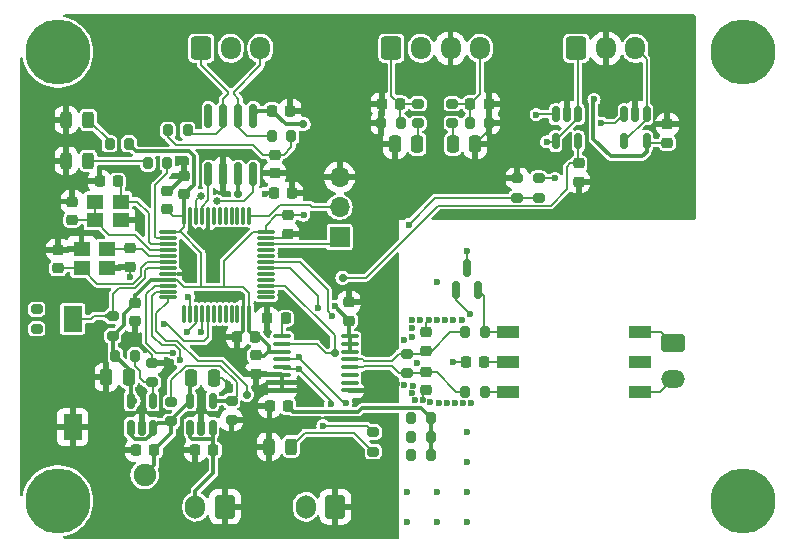
<source format=gbr>
%TF.GenerationSoftware,KiCad,Pcbnew,7.0.11-rc3*%
%TF.CreationDate,2025-03-16T23:23:52+08:00*%
%TF.ProjectId,BMS_Master,424d535f-4d61-4737-9465-722e6b696361,V1.3*%
%TF.SameCoordinates,Original*%
%TF.FileFunction,Copper,L1,Top*%
%TF.FilePolarity,Positive*%
%FSLAX46Y46*%
G04 Gerber Fmt 4.6, Leading zero omitted, Abs format (unit mm)*
G04 Created by KiCad (PCBNEW 7.0.11-rc3) date 2025-03-16 23:23:52*
%MOMM*%
%LPD*%
G01*
G04 APERTURE LIST*
G04 Aperture macros list*
%AMRoundRect*
0 Rectangle with rounded corners*
0 $1 Rounding radius*
0 $2 $3 $4 $5 $6 $7 $8 $9 X,Y pos of 4 corners*
0 Add a 4 corners polygon primitive as box body*
4,1,4,$2,$3,$4,$5,$6,$7,$8,$9,$2,$3,0*
0 Add four circle primitives for the rounded corners*
1,1,$1+$1,$2,$3*
1,1,$1+$1,$4,$5*
1,1,$1+$1,$6,$7*
1,1,$1+$1,$8,$9*
0 Add four rect primitives between the rounded corners*
20,1,$1+$1,$2,$3,$4,$5,0*
20,1,$1+$1,$4,$5,$6,$7,0*
20,1,$1+$1,$6,$7,$8,$9,0*
20,1,$1+$1,$8,$9,$2,$3,0*%
G04 Aperture macros list end*
%TA.AperFunction,SMDPad,CuDef*%
%ADD10RoundRect,0.225000X0.250000X-0.225000X0.250000X0.225000X-0.250000X0.225000X-0.250000X-0.225000X0*%
%TD*%
%TA.AperFunction,SMDPad,CuDef*%
%ADD11RoundRect,0.225000X-0.225000X-0.250000X0.225000X-0.250000X0.225000X0.250000X-0.225000X0.250000X0*%
%TD*%
%TA.AperFunction,SMDPad,CuDef*%
%ADD12RoundRect,0.225000X0.225000X0.250000X-0.225000X0.250000X-0.225000X-0.250000X0.225000X-0.250000X0*%
%TD*%
%TA.AperFunction,SMDPad,CuDef*%
%ADD13RoundRect,0.200000X0.200000X0.275000X-0.200000X0.275000X-0.200000X-0.275000X0.200000X-0.275000X0*%
%TD*%
%TA.AperFunction,SMDPad,CuDef*%
%ADD14R,1.400000X1.200000*%
%TD*%
%TA.AperFunction,ComponentPad*%
%ADD15RoundRect,0.250000X-0.600000X-0.725000X0.600000X-0.725000X0.600000X0.725000X-0.600000X0.725000X0*%
%TD*%
%TA.AperFunction,ComponentPad*%
%ADD16O,1.700000X1.950000*%
%TD*%
%TA.AperFunction,SMDPad,CuDef*%
%ADD17RoundRect,0.200000X0.275000X-0.200000X0.275000X0.200000X-0.275000X0.200000X-0.275000X-0.200000X0*%
%TD*%
%TA.AperFunction,SMDPad,CuDef*%
%ADD18RoundRect,0.225000X-0.250000X0.225000X-0.250000X-0.225000X0.250000X-0.225000X0.250000X0.225000X0*%
%TD*%
%TA.AperFunction,SMDPad,CuDef*%
%ADD19RoundRect,0.150000X0.150000X-0.825000X0.150000X0.825000X-0.150000X0.825000X-0.150000X-0.825000X0*%
%TD*%
%TA.AperFunction,SMDPad,CuDef*%
%ADD20RoundRect,0.200000X-0.275000X0.200000X-0.275000X-0.200000X0.275000X-0.200000X0.275000X0.200000X0*%
%TD*%
%TA.AperFunction,ComponentPad*%
%ADD21R,1.700000X1.700000*%
%TD*%
%TA.AperFunction,ComponentPad*%
%ADD22O,1.700000X1.700000*%
%TD*%
%TA.AperFunction,SMDPad,CuDef*%
%ADD23R,1.600000X2.180000*%
%TD*%
%TA.AperFunction,SMDPad,CuDef*%
%ADD24RoundRect,0.250000X-0.250000X-0.475000X0.250000X-0.475000X0.250000X0.475000X-0.250000X0.475000X0*%
%TD*%
%TA.AperFunction,SMDPad,CuDef*%
%ADD25RoundRect,0.200000X-0.200000X-0.275000X0.200000X-0.275000X0.200000X0.275000X-0.200000X0.275000X0*%
%TD*%
%TA.AperFunction,SMDPad,CuDef*%
%ADD26RoundRect,0.250000X0.250000X0.475000X-0.250000X0.475000X-0.250000X-0.475000X0.250000X-0.475000X0*%
%TD*%
%TA.AperFunction,ComponentPad*%
%ADD27C,5.500000*%
%TD*%
%TA.AperFunction,SMDPad,CuDef*%
%ADD28RoundRect,0.243750X-0.243750X-0.456250X0.243750X-0.456250X0.243750X0.456250X-0.243750X0.456250X0*%
%TD*%
%TA.AperFunction,SMDPad,CuDef*%
%ADD29RoundRect,0.150000X0.150000X-0.587500X0.150000X0.587500X-0.150000X0.587500X-0.150000X-0.587500X0*%
%TD*%
%TA.AperFunction,SMDPad,CuDef*%
%ADD30RoundRect,0.100000X-0.637500X-0.100000X0.637500X-0.100000X0.637500X0.100000X-0.637500X0.100000X0*%
%TD*%
%TA.AperFunction,SMDPad,CuDef*%
%ADD31RoundRect,0.150000X-0.150000X0.512500X-0.150000X-0.512500X0.150000X-0.512500X0.150000X0.512500X0*%
%TD*%
%TA.AperFunction,SMDPad,CuDef*%
%ADD32RoundRect,0.075000X-0.662500X-0.075000X0.662500X-0.075000X0.662500X0.075000X-0.662500X0.075000X0*%
%TD*%
%TA.AperFunction,SMDPad,CuDef*%
%ADD33RoundRect,0.075000X-0.075000X-0.662500X0.075000X-0.662500X0.075000X0.662500X-0.075000X0.662500X0*%
%TD*%
%TA.AperFunction,ComponentPad*%
%ADD34RoundRect,0.250000X0.600000X0.750000X-0.600000X0.750000X-0.600000X-0.750000X0.600000X-0.750000X0*%
%TD*%
%TA.AperFunction,ComponentPad*%
%ADD35O,1.700000X2.000000*%
%TD*%
%TA.AperFunction,SMDPad,CuDef*%
%ADD36RoundRect,0.150000X0.150000X-0.512500X0.150000X0.512500X-0.150000X0.512500X-0.150000X-0.512500X0*%
%TD*%
%TA.AperFunction,SMDPad,CuDef*%
%ADD37R,1.830000X1.090000*%
%TD*%
%TA.AperFunction,SMDPad,CuDef*%
%ADD38RoundRect,0.054500X-0.860500X-0.490500X0.860500X-0.490500X0.860500X0.490500X-0.860500X0.490500X0*%
%TD*%
%TA.AperFunction,ComponentPad*%
%ADD39RoundRect,0.250001X-0.759999X0.499999X-0.759999X-0.499999X0.759999X-0.499999X0.759999X0.499999X0*%
%TD*%
%TA.AperFunction,ComponentPad*%
%ADD40O,2.020000X1.500000*%
%TD*%
%TA.AperFunction,ViaPad*%
%ADD41C,0.600000*%
%TD*%
%TA.AperFunction,ViaPad*%
%ADD42C,0.700000*%
%TD*%
%TA.AperFunction,ViaPad*%
%ADD43C,0.650000*%
%TD*%
%TA.AperFunction,ViaPad*%
%ADD44C,1.900000*%
%TD*%
%TA.AperFunction,Conductor*%
%ADD45C,0.200000*%
%TD*%
%TA.AperFunction,Conductor*%
%ADD46C,0.300000*%
%TD*%
%TA.AperFunction,Conductor*%
%ADD47C,0.150000*%
%TD*%
%TA.AperFunction,Conductor*%
%ADD48C,0.190000*%
%TD*%
G04 APERTURE END LIST*
D10*
%TO.P,C6,1*%
%TO.N,Net-(U3-PD1)*%
X69005000Y-63275000D03*
%TO.P,C6,2*%
%TO.N,GND*%
X69005000Y-61725000D03*
%TD*%
D11*
%TO.P,C14,1*%
%TO.N,GND*%
X86925000Y-75000000D03*
%TO.P,C14,2*%
%TO.N,VIO*%
X88475000Y-75000000D03*
%TD*%
D12*
%TO.P,C20,1*%
%TO.N,GND*%
X88830000Y-56950000D03*
%TO.P,C20,2*%
%TO.N,+5V*%
X87280000Y-56950000D03*
%TD*%
D13*
%TO.P,R9,1*%
%TO.N,VIO*%
X100580000Y-77550000D03*
%TO.P,R9,2*%
%TO.N,UART_TX*%
X98930000Y-77550000D03*
%TD*%
D14*
%TO.P,Y2,1,1*%
%TO.N,/LSE_OUT*%
X72155000Y-59250000D03*
%TO.P,Y2,2,2*%
%TO.N,GND*%
X74355000Y-59250000D03*
%TO.P,Y2,3,3*%
%TO.N,/LSE_IN*%
X74355000Y-57650000D03*
%TO.P,Y2,4,4*%
%TO.N,/LSE_OUT*%
X72155000Y-57650000D03*
%TD*%
D15*
%TO.P,J7,1,Pin_1*%
%TO.N,CRS2*%
X112900000Y-44675000D03*
D16*
%TO.P,J7,2,Pin_2*%
%TO.N,GND*%
X115400000Y-44675000D03*
%TO.P,J7,3,Pin_3*%
%TO.N,CRS1*%
X117900000Y-44675000D03*
%TD*%
D17*
%TO.P,R22,1*%
%TO.N,CRS1_DIV*%
X107900000Y-57325000D03*
%TO.P,R22,2*%
%TO.N,GND*%
X107900000Y-55675000D03*
%TD*%
D11*
%TO.P,C2,1*%
%TO.N,GND*%
X75625000Y-78700000D03*
%TO.P,C2,2*%
%TO.N,+5V*%
X77175000Y-78700000D03*
%TD*%
D18*
%TO.P,C5,1*%
%TO.N,Net-(U3-PD0)*%
X75105000Y-61625000D03*
%TO.P,C5,2*%
%TO.N,GND*%
X75105000Y-63175000D03*
%TD*%
D13*
%TO.P,R10,1*%
%TO.N,VIO*%
X100580000Y-79150000D03*
%TO.P,R10,2*%
%TO.N,UART_RX*%
X98930000Y-79150000D03*
%TD*%
D15*
%TO.P,J6,1,Pin_1*%
%TO.N,Net-(J6-Pin_1)*%
X97250000Y-44675000D03*
D16*
%TO.P,J6,2,Pin_2*%
%TO.N,+5V*%
X99750000Y-44675000D03*
%TO.P,J6,3,Pin_3*%
%TO.N,GND*%
X102250000Y-44675000D03*
%TO.P,J6,4,Pin_4*%
%TO.N,Net-(J6-Pin_4)*%
X104750000Y-44675000D03*
%TD*%
D19*
%TO.P,U5,1,TXD*%
%TO.N,CAN_RX*%
X81750000Y-55345000D03*
%TO.P,U5,2,GND*%
%TO.N,GND*%
X83020000Y-55345000D03*
%TO.P,U5,3,VCC*%
%TO.N,+5V*%
X84290000Y-55345000D03*
%TO.P,U5,4,RXD*%
%TO.N,CAN_TX*%
X85560000Y-55345000D03*
%TO.P,U5,5,VRXD*%
%TO.N,VIO*%
X85560000Y-50395000D03*
%TO.P,U5,6,CANL*%
%TO.N,CAN_N*%
X84290000Y-50395000D03*
%TO.P,U5,7,CANH*%
%TO.N,CAN_P*%
X83020000Y-50395000D03*
%TO.P,U5,8,S*%
%TO.N,unconnected-(U5-S-Pad8)*%
X81750000Y-50395000D03*
%TD*%
D20*
%TO.P,R14,1*%
%TO.N,BMS_FAULT*%
X95700000Y-77175000D03*
%TO.P,R14,2*%
%TO.N,Net-(D4-A)*%
X95700000Y-78825000D03*
%TD*%
D21*
%TO.P,J2,1,Pin_1*%
%TO.N,SWDIO*%
X92855000Y-60650000D03*
D22*
%TO.P,J2,2,Pin_2*%
%TO.N,SWCLK*%
X92855000Y-58110000D03*
%TO.P,J2,3,Pin_3*%
%TO.N,GND*%
X92855000Y-55570000D03*
%TD*%
D23*
%TO.P,SW1,1,A*%
%TO.N,GND*%
X70255000Y-76760000D03*
%TO.P,SW1,2,B*%
%TO.N,Net-(SW1-B)*%
X70255000Y-67580000D03*
%TD*%
D24*
%TO.P,C4,1*%
%TO.N,GND*%
X73105000Y-72520000D03*
%TO.P,C4,2*%
%TO.N,VIO*%
X75005000Y-72520000D03*
%TD*%
D25*
%TO.P,R13,1*%
%TO.N,COMHP*%
X103475000Y-68700000D03*
%TO.P,R13,2*%
%TO.N,Net-(D3-A2)*%
X105125000Y-68700000D03*
%TD*%
D26*
%TO.P,C3,1*%
%TO.N,GND*%
X82205000Y-72570000D03*
%TO.P,C3,2*%
%TO.N,+5V*%
X80305000Y-72570000D03*
%TD*%
D27*
%TO.P,H4,1,1*%
%TO.N,unconnected-(H4-Pad1)*%
X69000000Y-83000000D03*
%TD*%
D28*
%TO.P,D4,1,K*%
%TO.N,GND*%
X86862500Y-78400000D03*
%TO.P,D4,2,A*%
%TO.N,Net-(D4-A)*%
X88737500Y-78400000D03*
%TD*%
D17*
%TO.P,R23,1*%
%TO.N,VIO*%
X67200000Y-68425000D03*
%TO.P,R23,2*%
%TO.N,CS*%
X67200000Y-66775000D03*
%TD*%
D25*
%TO.P,R1,1*%
%TO.N,Net-(D1-A)*%
X73380000Y-52770000D03*
%TO.P,R1,2*%
%TO.N,VIO*%
X75030000Y-52770000D03*
%TD*%
D18*
%TO.P,C16,1*%
%TO.N,COMHN*%
X100155000Y-72070000D03*
%TO.P,C16,2*%
%TO.N,GND*%
X100155000Y-73620000D03*
%TD*%
D29*
%TO.P,D3,1,A1*%
%TO.N,Net-(D3-A1)*%
X102700000Y-65137500D03*
%TO.P,D3,2,A2*%
%TO.N,Net-(D3-A2)*%
X104600000Y-65137500D03*
%TO.P,D3,3,common*%
%TO.N,GND*%
X103650000Y-63262500D03*
%TD*%
D17*
%TO.P,R8,1*%
%TO.N,COMHN*%
X98600000Y-72175000D03*
%TO.P,R8,2*%
%TO.N,COMHP*%
X98600000Y-70525000D03*
%TD*%
D10*
%TO.P,C28,1*%
%TO.N,+5V*%
X120600000Y-52675000D03*
%TO.P,C28,2*%
%TO.N,GND*%
X120600000Y-51125000D03*
%TD*%
D24*
%TO.P,C26,1*%
%TO.N,Net-(U7-+)*%
X102450000Y-52800000D03*
%TO.P,C26,2*%
%TO.N,GND*%
X104350000Y-52800000D03*
%TD*%
D25*
%TO.P,R15,1*%
%TO.N,Net-(C21-Pad2)*%
X78330000Y-51620000D03*
%TO.P,R15,2*%
%TO.N,CAN_P*%
X79980000Y-51620000D03*
%TD*%
D13*
%TO.P,R11,1*%
%TO.N,VIO*%
X100580000Y-75950000D03*
%TO.P,R11,2*%
%TO.N,NFAULT*%
X98930000Y-75950000D03*
%TD*%
D27*
%TO.P,H2,1,1*%
%TO.N,unconnected-(H2-Pad1)*%
X127000000Y-45000000D03*
%TD*%
D30*
%TO.P,U4,1,DVDD*%
%TO.N,Net-(U4-DVDD)*%
X87987500Y-69075000D03*
%TO.P,U4,2,NFAULT*%
%TO.N,NFAULT*%
X87987500Y-69725000D03*
%TO.P,U4,3,VIO*%
%TO.N,VIO*%
X87987500Y-70375000D03*
%TO.P,U4,4,MOSI/RX*%
%TO.N,UART_TX*%
X87987500Y-71025000D03*
%TO.P,U4,5,MISO/TX*%
%TO.N,UART_RX*%
X87987500Y-71675000D03*
%TO.P,U4,6,SCLK*%
%TO.N,GND*%
X87987500Y-72325000D03*
%TO.P,U4,7,nCS*%
X87987500Y-72975000D03*
%TO.P,U4,8,nUART/SPI(SPI_RDY)*%
X87987500Y-73625000D03*
%TO.P,U4,9,GND*%
X93712500Y-73625000D03*
%TO.P,U4,10,COMLP*%
%TO.N,unconnected-(U4-COMLP-Pad10)*%
X93712500Y-72975000D03*
%TO.P,U4,11,COMLN*%
%TO.N,unconnected-(U4-COMLN-Pad11)*%
X93712500Y-72325000D03*
%TO.P,U4,12,COMHN*%
%TO.N,COMHN*%
X93712500Y-71675000D03*
%TO.P,U4,13,COMHP*%
%TO.N,COMHP*%
X93712500Y-71025000D03*
%TO.P,U4,14,CVDD*%
%TO.N,+5V*%
X93712500Y-70375000D03*
%TO.P,U4,15,BAT*%
X93712500Y-69725000D03*
%TO.P,U4,16,INH*%
X93712500Y-69075000D03*
%TD*%
D31*
%TO.P,U6,1*%
%TO.N,CRS2*%
X113050000Y-50262500D03*
%TO.P,U6,2,V-*%
%TO.N,GND*%
X112100000Y-50262500D03*
%TO.P,U6,3,+*%
%TO.N,Net-(U6-+)*%
X111150000Y-50262500D03*
%TO.P,U6,4,-*%
%TO.N,CRS2*%
X111150000Y-52537500D03*
%TO.P,U6,5,V+*%
%TO.N,VIO*%
X113050000Y-52537500D03*
%TD*%
D14*
%TO.P,Y1,1,1*%
%TO.N,Net-(U3-PD1)*%
X71005000Y-63250000D03*
%TO.P,Y1,2,2*%
%TO.N,GND*%
X73205000Y-63250000D03*
%TO.P,Y1,3,3*%
%TO.N,Net-(U3-PD0)*%
X73205000Y-61650000D03*
%TO.P,Y1,4,4*%
%TO.N,GND*%
X71005000Y-61650000D03*
%TD*%
D12*
%TO.P,C23,1*%
%TO.N,Net-(J6-Pin_1)*%
X97975000Y-49400000D03*
%TO.P,C23,2*%
%TO.N,GND*%
X96425000Y-49400000D03*
%TD*%
D18*
%TO.P,C13,1*%
%TO.N,VIO*%
X75555000Y-66245000D03*
%TO.P,C13,2*%
%TO.N,GND*%
X75555000Y-67795000D03*
%TD*%
D17*
%TO.P,R7,1*%
%TO.N,VIO*%
X73655000Y-69025000D03*
%TO.P,R7,2*%
%TO.N,Net-(SW1-B)*%
X73655000Y-67375000D03*
%TD*%
D13*
%TO.P,R5,1*%
%TO.N,Net-(U2-ADJ)*%
X75530000Y-70720000D03*
%TO.P,R5,2*%
%TO.N,VIO*%
X73880000Y-70720000D03*
%TD*%
D27*
%TO.P,H1,1,1*%
%TO.N,unconnected-(H1-Pad1)*%
X127000000Y-83000000D03*
%TD*%
D32*
%TO.P,U3,1,VBAT*%
%TO.N,VIO*%
X78292500Y-60270000D03*
%TO.P,U3,2,PC13*%
%TO.N,RUN_LED*%
X78292500Y-60770000D03*
%TO.P,U3,3,PC14*%
%TO.N,/LSE_IN*%
X78292500Y-61270000D03*
%TO.P,U3,4,PC15*%
%TO.N,/LSE_OUT*%
X78292500Y-61770000D03*
%TO.P,U3,5,PD0*%
%TO.N,Net-(U3-PD0)*%
X78292500Y-62270000D03*
%TO.P,U3,6,PD1*%
%TO.N,Net-(U3-PD1)*%
X78292500Y-62770000D03*
%TO.P,U3,7,NRST*%
%TO.N,Net-(SW1-B)*%
X78292500Y-63270000D03*
%TO.P,U3,8,VSSA*%
%TO.N,GND*%
X78292500Y-63770000D03*
%TO.P,U3,9,VDDA*%
%TO.N,VIO*%
X78292500Y-64270000D03*
%TO.P,U3,10,PA0*%
%TO.N,CRS1_DIV*%
X78292500Y-64770000D03*
%TO.P,U3,11,PA1*%
%TO.N,CRS2*%
X78292500Y-65270000D03*
%TO.P,U3,12,PA2*%
%TO.N,BMS_FAULT*%
X78292500Y-65770000D03*
D33*
%TO.P,U3,13,PA3*%
%TO.N,unconnected-(U3-PA3-Pad13)*%
X79705000Y-67182500D03*
%TO.P,U3,14,PA4*%
%TO.N,CS*%
X80205000Y-67182500D03*
%TO.P,U3,15,PA5*%
%TO.N,SCLK*%
X80705000Y-67182500D03*
%TO.P,U3,16,PA6*%
%TO.N,MISO*%
X81205000Y-67182500D03*
%TO.P,U3,17,PA7*%
%TO.N,MOSI*%
X81705000Y-67182500D03*
%TO.P,U3,18,PB0*%
%TO.N,unconnected-(U3-PB0-Pad18)*%
X82205000Y-67182500D03*
%TO.P,U3,19,PB1*%
%TO.N,unconnected-(U3-PB1-Pad19)*%
X82705000Y-67182500D03*
%TO.P,U3,20,PB2*%
%TO.N,unconnected-(U3-PB2-Pad20)*%
X83205000Y-67182500D03*
%TO.P,U3,21,PB10*%
%TO.N,unconnected-(U3-PB10-Pad21)*%
X83705000Y-67182500D03*
%TO.P,U3,22,PB11*%
%TO.N,unconnected-(U3-PB11-Pad22)*%
X84205000Y-67182500D03*
%TO.P,U3,23,VSS*%
%TO.N,GND*%
X84705000Y-67182500D03*
%TO.P,U3,24,VDD*%
%TO.N,VIO*%
X85205000Y-67182500D03*
D32*
%TO.P,U3,25,PB12*%
%TO.N,unconnected-(U3-PB12-Pad25)*%
X86617500Y-65770000D03*
%TO.P,U3,26,PB13*%
%TO.N,unconnected-(U3-PB13-Pad26)*%
X86617500Y-65270000D03*
%TO.P,U3,27,PB14*%
%TO.N,NFAULT*%
X86617500Y-64770000D03*
%TO.P,U3,28,PB15*%
%TO.N,unconnected-(U3-PB15-Pad28)*%
X86617500Y-64270000D03*
%TO.P,U3,29,PA8*%
%TO.N,unconnected-(U3-PA8-Pad29)*%
X86617500Y-63770000D03*
%TO.P,U3,30,PA9*%
%TO.N,UART_TX*%
X86617500Y-63270000D03*
%TO.P,U3,31,PA10*%
%TO.N,UART_RX*%
X86617500Y-62770000D03*
%TO.P,U3,32,PA11*%
%TO.N,unconnected-(U3-PA11-Pad32)*%
X86617500Y-62270000D03*
%TO.P,U3,33,PA12*%
%TO.N,unconnected-(U3-PA12-Pad33)*%
X86617500Y-61770000D03*
%TO.P,U3,34,PA13*%
%TO.N,SWDIO*%
X86617500Y-61270000D03*
%TO.P,U3,35,VSS*%
%TO.N,GND*%
X86617500Y-60770000D03*
%TO.P,U3,36,VDD*%
%TO.N,VIO*%
X86617500Y-60270000D03*
D33*
%TO.P,U3,37,PA14*%
%TO.N,SWCLK*%
X85205000Y-58857500D03*
%TO.P,U3,38,PA15*%
%TO.N,unconnected-(U3-PA15-Pad38)*%
X84705000Y-58857500D03*
%TO.P,U3,39,PB3*%
%TO.N,unconnected-(U3-PB3-Pad39)*%
X84205000Y-58857500D03*
%TO.P,U3,40,PB4*%
%TO.N,unconnected-(U3-PB4-Pad40)*%
X83705000Y-58857500D03*
%TO.P,U3,41,PB5*%
%TO.N,unconnected-(U3-PB5-Pad41)*%
X83205000Y-58857500D03*
%TO.P,U3,42,PB6*%
%TO.N,unconnected-(U3-PB6-Pad42)*%
X82705000Y-58857500D03*
%TO.P,U3,43,PB7*%
%TO.N,unconnected-(U3-PB7-Pad43)*%
X82205000Y-58857500D03*
%TO.P,U3,44,BOOT0*%
%TO.N,GND*%
X81705000Y-58857500D03*
%TO.P,U3,45,PB8*%
%TO.N,CAN_RX*%
X81205000Y-58857500D03*
%TO.P,U3,46,PB9*%
%TO.N,CAN_TX*%
X80705000Y-58857500D03*
%TO.P,U3,47,VSS*%
%TO.N,GND*%
X80205000Y-58857500D03*
%TO.P,U3,48,VDD*%
%TO.N,VIO*%
X79705000Y-58857500D03*
%TD*%
D28*
%TO.P,D1,1,K*%
%TO.N,GND*%
X69717500Y-50750000D03*
%TO.P,D1,2,A*%
%TO.N,Net-(D1-A)*%
X71592500Y-50750000D03*
%TD*%
D10*
%TO.P,C29,1*%
%TO.N,GND*%
X85750000Y-72225000D03*
%TO.P,C29,2*%
%TO.N,VIO*%
X85750000Y-70675000D03*
%TD*%
D20*
%TO.P,R3,1*%
%TO.N,GND*%
X77005000Y-71295000D03*
%TO.P,R3,2*%
%TO.N,Net-(U2-ADJ)*%
X77005000Y-72945000D03*
%TD*%
D34*
%TO.P,J3,1,Pin_1*%
%TO.N,GND*%
X92500000Y-83500000D03*
D35*
%TO.P,J3,2,Pin_2*%
%TO.N,BMS_FAULT*%
X90000000Y-83500000D03*
%TD*%
D36*
%TO.P,U1,1,VIN*%
%TO.N,+24V*%
X80205000Y-76787500D03*
%TO.P,U1,2,GND*%
%TO.N,GND*%
X81155000Y-76787500D03*
%TO.P,U1,3,EN*%
%TO.N,+24V*%
X82105000Y-76787500D03*
%TO.P,U1,4,ADJ*%
%TO.N,Net-(U1-ADJ)*%
X82105000Y-74512500D03*
%TO.P,U1,5,VOUT*%
%TO.N,+5V*%
X80205000Y-74512500D03*
%TD*%
D25*
%TO.P,R6,1*%
%TO.N,Net-(D2-A)*%
X76630000Y-54400000D03*
%TO.P,R6,2*%
%TO.N,RUN_LED*%
X78280000Y-54400000D03*
%TD*%
D15*
%TO.P,J5,1,Pin_1*%
%TO.N,CAN_P*%
X81155000Y-44675000D03*
D16*
%TO.P,J5,2,Pin_2*%
%TO.N,unconnected-(J5-Pin_2-Pad2)*%
X83655000Y-44675000D03*
%TO.P,J5,3,Pin_3*%
%TO.N,CAN_N*%
X86155000Y-44675000D03*
%TD*%
D10*
%TO.P,C21,1*%
%TO.N,GND*%
X87355000Y-55245000D03*
%TO.P,C21,2*%
%TO.N,Net-(C21-Pad2)*%
X87355000Y-53695000D03*
%TD*%
D11*
%TO.P,C1,1*%
%TO.N,GND*%
X80625000Y-78700000D03*
%TO.P,C1,2*%
%TO.N,+24V*%
X82175000Y-78700000D03*
%TD*%
D37*
%TO.P,TR1,1*%
%TO.N,Net-(D3-A2)*%
X107080000Y-68660000D03*
D38*
%TO.P,TR1,2*%
%TO.N,Net-(C18-Pad1)*%
X107080000Y-71200000D03*
%TO.P,TR1,3*%
%TO.N,Net-(D3-A1)*%
X107080000Y-73740000D03*
%TO.P,TR1,4*%
%TO.N,Net-(J4-Pin_2)*%
X118320000Y-73740000D03*
%TO.P,TR1,5*%
%TO.N,unconnected-(TR1-Pad5)*%
X118320000Y-71200000D03*
%TO.P,TR1,6*%
%TO.N,Net-(J4-Pin_1)*%
X118320000Y-68660000D03*
%TD*%
D18*
%TO.P,C27,1*%
%TO.N,VIO*%
X113100000Y-54425000D03*
%TO.P,C27,2*%
%TO.N,GND*%
X113100000Y-55975000D03*
%TD*%
D39*
%TO.P,J4,1,Pin_1*%
%TO.N,Net-(J4-Pin_1)*%
X121100000Y-69665000D03*
D40*
%TO.P,J4,2,Pin_2*%
%TO.N,Net-(J4-Pin_2)*%
X121100000Y-72665000D03*
%TD*%
D17*
%TO.P,R2,1*%
%TO.N,GND*%
X83705000Y-76175000D03*
%TO.P,R2,2*%
%TO.N,Net-(U1-ADJ)*%
X83705000Y-74525000D03*
%TD*%
D10*
%TO.P,C19,1*%
%TO.N,+5V*%
X93655000Y-67725000D03*
%TO.P,C19,2*%
%TO.N,GND*%
X93655000Y-66175000D03*
%TD*%
D27*
%TO.P,H3,1,1*%
%TO.N,unconnected-(H3-Pad1)*%
X69000000Y-45000000D03*
%TD*%
D25*
%TO.P,R12,1*%
%TO.N,COMHN*%
X103475000Y-73750000D03*
%TO.P,R12,2*%
%TO.N,Net-(D3-A1)*%
X105125000Y-73750000D03*
%TD*%
D12*
%TO.P,C22,1*%
%TO.N,GND*%
X88680000Y-49950000D03*
%TO.P,C22,2*%
%TO.N,VIO*%
X87130000Y-49950000D03*
%TD*%
D11*
%TO.P,C15,1*%
%TO.N,GND*%
X86730000Y-67550000D03*
%TO.P,C15,2*%
%TO.N,Net-(U4-DVDD)*%
X88280000Y-67550000D03*
%TD*%
D20*
%TO.P,R4,1*%
%TO.N,Net-(U1-ADJ)*%
X78605000Y-74625000D03*
%TO.P,R4,2*%
%TO.N,+5V*%
X78605000Y-76275000D03*
%TD*%
D12*
%TO.P,C12,1*%
%TO.N,VIO*%
X85730000Y-69100000D03*
%TO.P,C12,2*%
%TO.N,GND*%
X84180000Y-69100000D03*
%TD*%
D10*
%TO.P,C10,1*%
%TO.N,VIO*%
X78205000Y-58275000D03*
%TO.P,C10,2*%
%TO.N,GND*%
X78205000Y-56725000D03*
%TD*%
D12*
%TO.P,C18,1*%
%TO.N,Net-(C18-Pad1)*%
X105075000Y-71200000D03*
%TO.P,C18,2*%
%TO.N,GND*%
X103525000Y-71200000D03*
%TD*%
D25*
%TO.P,R16,1*%
%TO.N,CAN_N*%
X87130000Y-52120000D03*
%TO.P,R16,2*%
%TO.N,Net-(C21-Pad2)*%
X88780000Y-52120000D03*
%TD*%
D31*
%TO.P,U7,1*%
%TO.N,CRS1*%
X118850000Y-50262500D03*
%TO.P,U7,2,V-*%
%TO.N,GND*%
X117900000Y-50262500D03*
%TO.P,U7,3,+*%
%TO.N,Net-(U7-+)*%
X116950000Y-50262500D03*
%TO.P,U7,4,-*%
%TO.N,CRS1*%
X116950000Y-52537500D03*
%TO.P,U7,5,V+*%
%TO.N,+5V*%
X118850000Y-52537500D03*
%TD*%
D18*
%TO.P,C9,1*%
%TO.N,VIO*%
X88455000Y-58825000D03*
%TO.P,C9,2*%
%TO.N,GND*%
X88455000Y-60375000D03*
%TD*%
D13*
%TO.P,R17,1*%
%TO.N,Net-(J6-Pin_1)*%
X98025000Y-51000000D03*
%TO.P,R17,2*%
%TO.N,GND*%
X96375000Y-51000000D03*
%TD*%
D17*
%TO.P,R19,1*%
%TO.N,Net-(U6-+)*%
X99500000Y-51025000D03*
%TO.P,R19,2*%
%TO.N,Net-(J6-Pin_1)*%
X99500000Y-49375000D03*
%TD*%
D10*
%TO.P,C8,1*%
%TO.N,/LSE_OUT*%
X70205000Y-59200000D03*
%TO.P,C8,2*%
%TO.N,GND*%
X70205000Y-57650000D03*
%TD*%
D11*
%TO.P,C24,1*%
%TO.N,Net-(J6-Pin_4)*%
X103925000Y-49400000D03*
%TO.P,C24,2*%
%TO.N,GND*%
X105475000Y-49400000D03*
%TD*%
D36*
%TO.P,U2,1,VIN*%
%TO.N,+5V*%
X75155000Y-76787500D03*
%TO.P,U2,2,GND*%
%TO.N,GND*%
X76105000Y-76787500D03*
%TO.P,U2,3,EN*%
%TO.N,+5V*%
X77055000Y-76787500D03*
%TO.P,U2,4,ADJ*%
%TO.N,Net-(U2-ADJ)*%
X77055000Y-74512500D03*
%TO.P,U2,5,VOUT*%
%TO.N,VIO*%
X75155000Y-74512500D03*
%TD*%
D26*
%TO.P,C25,1*%
%TO.N,Net-(U6-+)*%
X99450000Y-52800000D03*
%TO.P,C25,2*%
%TO.N,GND*%
X97550000Y-52800000D03*
%TD*%
D34*
%TO.P,J1,1,Pin_1*%
%TO.N,GND*%
X83155000Y-83495000D03*
D35*
%TO.P,J1,2,Pin_2*%
%TO.N,+24V*%
X80655000Y-83495000D03*
%TD*%
D28*
%TO.P,D2,1,K*%
%TO.N,GND*%
X69717500Y-54200000D03*
%TO.P,D2,2,A*%
%TO.N,Net-(D2-A)*%
X71592500Y-54200000D03*
%TD*%
D10*
%TO.P,C11,1*%
%TO.N,VIO*%
X79705000Y-57045000D03*
%TO.P,C11,2*%
%TO.N,GND*%
X79705000Y-55495000D03*
%TD*%
D17*
%TO.P,R20,1*%
%TO.N,Net-(U7-+)*%
X102400000Y-51025000D03*
%TO.P,R20,2*%
%TO.N,Net-(J6-Pin_4)*%
X102400000Y-49375000D03*
%TD*%
D12*
%TO.P,C7,1*%
%TO.N,/LSE_IN*%
X74080000Y-55950000D03*
%TO.P,C7,2*%
%TO.N,GND*%
X72530000Y-55950000D03*
%TD*%
D20*
%TO.P,R21,1*%
%TO.N,CRS1*%
X109700000Y-55675000D03*
%TO.P,R21,2*%
%TO.N,CRS1_DIV*%
X109700000Y-57325000D03*
%TD*%
D10*
%TO.P,C17,1*%
%TO.N,COMHP*%
X100155000Y-70270000D03*
%TO.P,C17,2*%
%TO.N,GND*%
X100155000Y-68720000D03*
%TD*%
D25*
%TO.P,R18,1*%
%TO.N,Net-(J6-Pin_4)*%
X103875000Y-51000000D03*
%TO.P,R18,2*%
%TO.N,GND*%
X105525000Y-51000000D03*
%TD*%
D41*
%TO.N,GND*%
X121455477Y-46670000D03*
X103675477Y-79690000D03*
X101135477Y-84770000D03*
X68115477Y-72070000D03*
X78275477Y-84770000D03*
X96055477Y-54290000D03*
X99050000Y-73250000D03*
X85895477Y-84770000D03*
D42*
X81053440Y-60546560D03*
D41*
X80815477Y-49210000D03*
X97600000Y-69400000D03*
X96055477Y-59370000D03*
X98595477Y-82230000D03*
X121455477Y-56830000D03*
D43*
X84200000Y-70172880D03*
D41*
X83405000Y-73100000D03*
X102600000Y-74750000D03*
X68115477Y-54290000D03*
X118915477Y-56830000D03*
X85895477Y-82230000D03*
X101135477Y-49210000D03*
X103650000Y-61800000D03*
X73195477Y-44130000D03*
X75735477Y-46670000D03*
X68115477Y-56830000D03*
D42*
X79605000Y-54200000D03*
D41*
X90975477Y-46670000D03*
X90975477Y-59370000D03*
X78275477Y-49210000D03*
X90975477Y-54290000D03*
D43*
X75600000Y-69000000D03*
D41*
X93515477Y-51750000D03*
X70655477Y-49210000D03*
X99223569Y-74475000D03*
X98595477Y-56830000D03*
X111295477Y-44130000D03*
X73195477Y-74610000D03*
X103300000Y-74750000D03*
X108755477Y-44130000D03*
X100550000Y-74650000D03*
X101135477Y-64450000D03*
X90975477Y-56830000D03*
X95100000Y-72400000D03*
X75735477Y-44130000D03*
X93515477Y-49210000D03*
X78275477Y-46670000D03*
X101950000Y-74750000D03*
X97700000Y-73100000D03*
X70655477Y-74610000D03*
X103675477Y-77150000D03*
X73195477Y-84770000D03*
X97300000Y-72550000D03*
X101135477Y-51750000D03*
X121455477Y-54290000D03*
X101100000Y-67700000D03*
X88435477Y-44130000D03*
X98350000Y-73150000D03*
X95900000Y-70350000D03*
X101135477Y-82230000D03*
X93515477Y-79690000D03*
X96055477Y-82230000D03*
X101800000Y-67700000D03*
X78275477Y-44130000D03*
X97200000Y-70050000D03*
X98950000Y-69100000D03*
X96500000Y-72350000D03*
D42*
X88755000Y-55250000D03*
D41*
X103675477Y-54290000D03*
X88435477Y-82230000D03*
X103675477Y-82230000D03*
X116375477Y-46670000D03*
X104000000Y-74750000D03*
X70655477Y-79690000D03*
X73195477Y-46670000D03*
X95250000Y-70350000D03*
X75735477Y-84770000D03*
X68115477Y-49210000D03*
X83355477Y-79690000D03*
X108755477Y-51750000D03*
X88435477Y-84770000D03*
X98300000Y-69400000D03*
X101135477Y-54290000D03*
X73195477Y-82230000D03*
X103200000Y-67700000D03*
D42*
X83005000Y-53550000D03*
D41*
X88435477Y-79690000D03*
X98595477Y-84770000D03*
X96055477Y-84770000D03*
X99000000Y-67700000D03*
X85895477Y-79690000D03*
D42*
X80205000Y-63650000D03*
D41*
X68115477Y-77150000D03*
X106215477Y-54290000D03*
X102500000Y-67700000D03*
X75735477Y-49210000D03*
X103675477Y-84770000D03*
X113835477Y-46670000D03*
X68115477Y-51750000D03*
X68115477Y-59370000D03*
X73195477Y-49210000D03*
X93515477Y-44130000D03*
X106215477Y-44130000D03*
X102450000Y-71200000D03*
X99882476Y-74487622D03*
X98595477Y-54290000D03*
X83355477Y-46670000D03*
X98950000Y-73850000D03*
X73195477Y-77150000D03*
X88435477Y-46670000D03*
X90975477Y-44130000D03*
X68115477Y-79690000D03*
X99700000Y-67700000D03*
D43*
X88200000Y-66200000D03*
D41*
X116375477Y-56830000D03*
X75105000Y-64000000D03*
X95750000Y-72300000D03*
X121455477Y-49210000D03*
X101300000Y-74700000D03*
X121455477Y-44130000D03*
X96600000Y-70300000D03*
X100400000Y-67700000D03*
X96055477Y-56830000D03*
X99400000Y-71300000D03*
X99000000Y-68400000D03*
X75850000Y-59350000D03*
X68115477Y-64450000D03*
X75735477Y-56830000D03*
X73195477Y-79690000D03*
%TO.N,+5V*%
X86500000Y-57000000D03*
X92440000Y-66510000D03*
D44*
X76355000Y-80800000D03*
D41*
X114400000Y-49000000D03*
D42*
X84255000Y-56972701D03*
%TO.N,VIO*%
X93105000Y-64100000D03*
X88475000Y-75000000D03*
X89800000Y-51100000D03*
D41*
X73655000Y-69025000D03*
D42*
X75400000Y-74509447D03*
D41*
X89805000Y-58800000D03*
X67200000Y-68425000D03*
%TO.N,Net-(U6-+)*%
X109500000Y-50300000D03*
X99500000Y-51025000D03*
%TO.N,Net-(D3-A1)*%
X105125000Y-73750000D03*
X103900000Y-67200000D03*
%TO.N,SCLK*%
X79924558Y-68739657D03*
%TO.N,MOSI*%
X77950000Y-68000000D03*
%TO.N,MISO*%
X81105000Y-68670096D03*
D42*
%TO.N,NFAULT*%
X92425414Y-70506162D03*
X98930000Y-75950000D03*
D41*
%TO.N,CRS1_DIV*%
X98700000Y-59600000D03*
X78710343Y-70439657D03*
%TO.N,CRS2*%
X110400000Y-52600000D03*
X79350000Y-71100000D03*
%TO.N,BMS_FAULT*%
X91450000Y-76637500D03*
D42*
X85000000Y-74000000D03*
D41*
%TO.N,CRS1*%
X116950000Y-52537500D03*
X111100000Y-55700000D03*
%TO.N,Net-(U7-+)*%
X115000000Y-51000000D03*
X102400000Y-51025000D03*
%TO.N,CS*%
X80050000Y-65750000D03*
X67200000Y-66775000D03*
%TO.N,UART_TX*%
X93400000Y-74750000D03*
X98930000Y-77550000D03*
X91000000Y-66700000D03*
X89400000Y-70850000D03*
%TO.N,UART_RX*%
X98930000Y-79150000D03*
X89400000Y-71800000D03*
X92250000Y-67350000D03*
X92100000Y-74800000D03*
D43*
%TO.N,CAN_TX*%
X82463150Y-57617701D03*
X81105000Y-57150000D03*
%TD*%
D45*
%TO.N,GND*%
X82205000Y-72570000D02*
X82875000Y-72570000D01*
D46*
X84200000Y-71200000D02*
X85225000Y-72225000D01*
D45*
X105525000Y-51000000D02*
X105525000Y-51625000D01*
D46*
X81705000Y-59895000D02*
X81705000Y-58857500D01*
D45*
X87360000Y-55250000D02*
X87355000Y-55245000D01*
X80085000Y-63770000D02*
X78292500Y-63770000D01*
X74355000Y-59250000D02*
X74055000Y-59250000D01*
X75555000Y-67795000D02*
X75555000Y-68955000D01*
D46*
X84705000Y-68575000D02*
X84705000Y-67182500D01*
D45*
X75600000Y-69000000D02*
X75600000Y-69265686D01*
D46*
X81053440Y-60546560D02*
X81705000Y-59895000D01*
D45*
X105475000Y-50950000D02*
X105525000Y-51000000D01*
D46*
X78205000Y-56725000D02*
X78475000Y-56725000D01*
D45*
X100155000Y-68720000D02*
X100155000Y-67945000D01*
X82875000Y-72570000D02*
X83405000Y-73100000D01*
D46*
X84180000Y-70152880D02*
X84180000Y-69100000D01*
D45*
X83005000Y-55330000D02*
X83020000Y-55345000D01*
D46*
X78475000Y-56725000D02*
X79705000Y-55495000D01*
D45*
X100155000Y-67945000D02*
X100400000Y-67700000D01*
D46*
X81053440Y-60546560D02*
X80205000Y-59698120D01*
D45*
X79605000Y-54200000D02*
X79605000Y-55395000D01*
D46*
X84180000Y-69100000D02*
X84705000Y-68575000D01*
D45*
X103650000Y-63262500D02*
X103650000Y-61800000D01*
X99882476Y-74487622D02*
X99882476Y-73892524D01*
X75105000Y-64000000D02*
X75105000Y-63175000D01*
X88755000Y-56875000D02*
X88830000Y-56950000D01*
X79605000Y-55395000D02*
X79705000Y-55495000D01*
X75555000Y-68955000D02*
X75600000Y-69000000D01*
D46*
X84200000Y-70172880D02*
X84180000Y-70152880D01*
D45*
X105475000Y-49400000D02*
X105475000Y-50950000D01*
X103525000Y-71200000D02*
X102450000Y-71200000D01*
X83005000Y-53550000D02*
X83005000Y-55330000D01*
X75600000Y-69265686D02*
X77005000Y-70670686D01*
X80205000Y-63650000D02*
X80085000Y-63770000D01*
X88755000Y-55250000D02*
X87360000Y-55250000D01*
X88060000Y-60770000D02*
X86617500Y-60770000D01*
X88455000Y-60375000D02*
X88060000Y-60770000D01*
X77005000Y-70670686D02*
X77005000Y-71295000D01*
D46*
X85225000Y-72225000D02*
X85750000Y-72225000D01*
X84200000Y-70172880D02*
X84200000Y-71200000D01*
D45*
X105525000Y-51625000D02*
X104350000Y-52800000D01*
D46*
X80205000Y-59698120D02*
X80205000Y-58857500D01*
D45*
X88755000Y-55250000D02*
X88755000Y-56875000D01*
X99882476Y-73892524D02*
X100155000Y-73620000D01*
D46*
%TO.N,+24V*%
X80655000Y-82150000D02*
X82175000Y-80630000D01*
X80400000Y-77800000D02*
X82105000Y-77800000D01*
X80205000Y-77605000D02*
X80400000Y-77800000D01*
X80655000Y-83495000D02*
X80655000Y-82150000D01*
X82105000Y-76787500D02*
X82105000Y-78630000D01*
X80205000Y-76787500D02*
X80205000Y-77605000D01*
X82105000Y-77800000D02*
X82105000Y-76787500D01*
X82175000Y-80630000D02*
X82175000Y-78700000D01*
X82105000Y-78630000D02*
X82175000Y-78700000D01*
%TO.N,+5V*%
X118500000Y-53800000D02*
X118850000Y-53450000D01*
X93712500Y-69075000D02*
X93712500Y-69725000D01*
X80205000Y-74512500D02*
X80205000Y-74675000D01*
X78605000Y-76275000D02*
X78605000Y-76112500D01*
X75155000Y-76787500D02*
X75155000Y-77449999D01*
X76500000Y-77800000D02*
X77055000Y-77245000D01*
X93712500Y-69725000D02*
X93712500Y-70375000D01*
X78605000Y-76275000D02*
X78605000Y-77270000D01*
X75505001Y-77800000D02*
X76500000Y-77800000D01*
X93655000Y-67725000D02*
X93655000Y-69017500D01*
X77055000Y-77245000D02*
X77055000Y-76787500D01*
X115800000Y-53800000D02*
X118500000Y-53800000D01*
X114350000Y-52350000D02*
X115800000Y-53800000D01*
D45*
X118987500Y-52675000D02*
X118850000Y-52537500D01*
D46*
X84255000Y-55380000D02*
X84290000Y-55345000D01*
X78605000Y-76112500D02*
X80205000Y-74512500D01*
X86550000Y-56950000D02*
X86500000Y-57000000D01*
X75155000Y-77449999D02*
X75505001Y-77800000D01*
X80205000Y-72670000D02*
X80305000Y-72570000D01*
X114400000Y-49000000D02*
X114350000Y-49050000D01*
X87280000Y-56950000D02*
X86550000Y-56950000D01*
X77175000Y-79980000D02*
X76355000Y-80800000D01*
X78605000Y-76275000D02*
X78480000Y-76400000D01*
X92440000Y-66510000D02*
X93655000Y-67725000D01*
X93655000Y-69017500D02*
X93712500Y-69075000D01*
X77175000Y-78700000D02*
X77175000Y-79980000D01*
X84255000Y-56972701D02*
X84255000Y-55380000D01*
X78480000Y-76400000D02*
X77442500Y-76400000D01*
X77442500Y-76400000D02*
X77055000Y-76787500D01*
X114350000Y-49050000D02*
X114350000Y-52350000D01*
D45*
X120600000Y-52675000D02*
X118987500Y-52675000D01*
D46*
X78605000Y-77270000D02*
X77175000Y-78700000D01*
X80205000Y-74512500D02*
X80205000Y-72670000D01*
X118850000Y-53450000D02*
X118850000Y-52537500D01*
D45*
%TO.N,VIO*%
X79285000Y-60270000D02*
X78292500Y-60270000D01*
D46*
X85955000Y-50000000D02*
X87080000Y-50000000D01*
D45*
X79062410Y-64270000D02*
X78292500Y-64270000D01*
D46*
X79705000Y-57045000D02*
X80530000Y-56220000D01*
D47*
X112100000Y-56625000D02*
X110725000Y-58000000D01*
D46*
X94450000Y-75450000D02*
X94775000Y-75125000D01*
X100580000Y-77550000D02*
X100580000Y-75950000D01*
D45*
X79425000Y-60270000D02*
X81155000Y-62000000D01*
D46*
X73655000Y-69025000D02*
X73655000Y-70495000D01*
D47*
X113050000Y-54375000D02*
X113100000Y-54425000D01*
D45*
X85205000Y-65405000D02*
X85205000Y-67182500D01*
D46*
X85730000Y-69100000D02*
X86112500Y-69100000D01*
D45*
X84700000Y-64900000D02*
X85205000Y-65405000D01*
D47*
X101200000Y-58000000D02*
X95100000Y-64100000D01*
D46*
X85205000Y-67182500D02*
X85205000Y-68575000D01*
X75705610Y-65450000D02*
X75700000Y-65450000D01*
D45*
X79705000Y-58857500D02*
X79705000Y-59850000D01*
X83062410Y-64900000D02*
X83062410Y-62696385D01*
D46*
X75700000Y-65450000D02*
X75555000Y-65595000D01*
X88280000Y-51100000D02*
X87130000Y-49950000D01*
D45*
X89780000Y-58825000D02*
X89805000Y-58800000D01*
X85488795Y-60270000D02*
X86617500Y-60270000D01*
D46*
X76880000Y-64270000D02*
X76855000Y-64295000D01*
X87050000Y-70375000D02*
X86900000Y-70375000D01*
D47*
X113100000Y-54425000D02*
X112375000Y-54425000D01*
D46*
X86112500Y-69100000D02*
X86900000Y-69887500D01*
X75158053Y-74509447D02*
X75155000Y-74512500D01*
X75555000Y-65595000D02*
X75555000Y-66245000D01*
D45*
X78292500Y-60270000D02*
X79425000Y-60270000D01*
D47*
X112375000Y-54425000D02*
X112100000Y-54700000D01*
D46*
X86900000Y-69887500D02*
X86900000Y-70375000D01*
X88475000Y-75000000D02*
X88925000Y-75450000D01*
X75400000Y-74509447D02*
X75158053Y-74509447D01*
X80105000Y-53400000D02*
X75660000Y-53400000D01*
X86900000Y-70375000D02*
X86775000Y-70375000D01*
D45*
X88455000Y-58825000D02*
X87480000Y-58825000D01*
X79705000Y-59850000D02*
X79285000Y-60270000D01*
X86617500Y-59687500D02*
X86617500Y-60270000D01*
D46*
X100580000Y-79150000D02*
X100580000Y-77550000D01*
X80530000Y-56220000D02*
X80530000Y-53825000D01*
X73655000Y-70495000D02*
X73880000Y-70720000D01*
X76855000Y-64295000D02*
X76855000Y-64300611D01*
X86775000Y-70375000D02*
X86450000Y-70700000D01*
X80530000Y-53825000D02*
X80105000Y-53400000D01*
D45*
X88455000Y-58825000D02*
X89780000Y-58825000D01*
D46*
X79705000Y-57045000D02*
X79705000Y-58857500D01*
X75155000Y-72670000D02*
X75005000Y-72520000D01*
X75005000Y-71845000D02*
X73880000Y-70720000D01*
X89800000Y-51100000D02*
X88280000Y-51100000D01*
D45*
X82050000Y-64900000D02*
X84700000Y-64900000D01*
D46*
X94775000Y-75125000D02*
X99755000Y-75125000D01*
D45*
X79705000Y-58857500D02*
X78787500Y-58857500D01*
X83062410Y-62696385D02*
X85488795Y-60270000D01*
X79692410Y-64900000D02*
X83062410Y-64900000D01*
D46*
X78292500Y-64270000D02*
X76880000Y-64270000D01*
X99755000Y-75125000D02*
X100580000Y-75950000D01*
X87080000Y-50000000D02*
X87130000Y-49950000D01*
X85205000Y-68575000D02*
X85730000Y-69100000D01*
X75660000Y-53400000D02*
X75030000Y-52770000D01*
X74605000Y-67195000D02*
X74605000Y-68075000D01*
X74605000Y-68075000D02*
X73655000Y-69025000D01*
X75005000Y-72520000D02*
X75005000Y-71845000D01*
D47*
X113050000Y-52537500D02*
X113050000Y-54375000D01*
D46*
X86775000Y-70375000D02*
X87050000Y-70375000D01*
X87987500Y-70375000D02*
X87050000Y-70375000D01*
D45*
X79692410Y-64900000D02*
X79062410Y-64270000D01*
X81155000Y-64900000D02*
X79692410Y-64900000D01*
D47*
X95100000Y-64100000D02*
X93105000Y-64100000D01*
D45*
X87480000Y-58825000D02*
X86617500Y-59687500D01*
D46*
X75555000Y-66245000D02*
X74605000Y-67195000D01*
X85560000Y-50395000D02*
X85955000Y-50000000D01*
X76855000Y-64300611D02*
X75705610Y-65450000D01*
X75155000Y-74512500D02*
X75155000Y-72670000D01*
X86450000Y-70700000D02*
X85725000Y-70700000D01*
D47*
X112100000Y-54700000D02*
X112100000Y-56625000D01*
X110725000Y-58000000D02*
X101200000Y-58000000D01*
D45*
X78787500Y-58857500D02*
X78205000Y-58275000D01*
X81155000Y-62000000D02*
X81155000Y-64900000D01*
D46*
X88925000Y-75450000D02*
X94450000Y-75450000D01*
D45*
%TO.N,/LSE_IN*%
X74355000Y-56225000D02*
X74080000Y-55950000D01*
X75700000Y-57650000D02*
X76700000Y-58650000D01*
X76890686Y-61270000D02*
X78292500Y-61270000D01*
X76700000Y-58650000D02*
X76700000Y-61079314D01*
X74355000Y-57650000D02*
X74355000Y-56225000D01*
X76700000Y-61079314D02*
X76890686Y-61270000D01*
X74355000Y-57650000D02*
X75700000Y-57650000D01*
%TO.N,/LSE_OUT*%
X78292500Y-61770000D02*
X76825000Y-61770000D01*
X72155000Y-59250000D02*
X72155000Y-57650000D01*
X73355000Y-60450000D02*
X72155000Y-59250000D01*
X75505000Y-60450000D02*
X73355000Y-60450000D01*
X76825000Y-61770000D02*
X75505000Y-60450000D01*
X72105000Y-59200000D02*
X72155000Y-59250000D01*
X70205000Y-59200000D02*
X72105000Y-59200000D01*
D47*
%TO.N,Net-(J6-Pin_1)*%
X97975000Y-50950000D02*
X98025000Y-51000000D01*
X97250000Y-44675000D02*
X97250000Y-48675000D01*
X97975000Y-49400000D02*
X97975000Y-50950000D01*
X97250000Y-48675000D02*
X97975000Y-49400000D01*
X99475000Y-49400000D02*
X99500000Y-49375000D01*
D45*
X99750000Y-49125000D02*
X99500000Y-49375000D01*
D47*
X97975000Y-49400000D02*
X99475000Y-49400000D01*
D45*
X98000000Y-49375000D02*
X97975000Y-49400000D01*
D47*
%TO.N,Net-(U6-+)*%
X109537500Y-50262500D02*
X109500000Y-50300000D01*
X111150000Y-50262500D02*
X109537500Y-50262500D01*
X99500000Y-52219670D02*
X99184835Y-52534835D01*
X99500000Y-51025000D02*
X99500000Y-52219670D01*
D45*
X99500000Y-52750000D02*
X99450000Y-52800000D01*
%TO.N,Net-(D1-A)*%
X71592500Y-50750000D02*
X73380000Y-52537500D01*
X73380000Y-52537500D02*
X73380000Y-52770000D01*
%TO.N,Net-(D2-A)*%
X71592500Y-54200000D02*
X76430000Y-54200000D01*
X76430000Y-54200000D02*
X76630000Y-54400000D01*
D48*
%TO.N,SWDIO*%
X92855000Y-60650000D02*
X92235000Y-61270000D01*
X92235000Y-61270000D02*
X86617500Y-61270000D01*
%TO.N,SWCLK*%
X90385000Y-57950000D02*
X90545000Y-58110000D01*
X86888886Y-58857500D02*
X87316386Y-58430000D01*
X87316386Y-58430000D02*
X87325000Y-58430000D01*
X87325000Y-58430000D02*
X87805000Y-57950000D01*
X85205000Y-58857500D02*
X86888886Y-58857500D01*
X87805000Y-57950000D02*
X90385000Y-57950000D01*
X90545000Y-58110000D02*
X92855000Y-58110000D01*
D45*
%TO.N,Net-(U3-PD0)*%
X76139314Y-61650000D02*
X76759314Y-62270000D01*
D48*
X73205000Y-61650000D02*
X75005000Y-61650000D01*
D45*
X75005000Y-61650000D02*
X76139314Y-61650000D01*
X76759314Y-62270000D02*
X78292500Y-62270000D01*
D47*
%TO.N,Net-(D3-A2)*%
X107040000Y-68700000D02*
X107080000Y-68660000D01*
X104600000Y-65137500D02*
X105100000Y-65637500D01*
X105125000Y-68700000D02*
X107040000Y-68700000D01*
D48*
X106995000Y-68520000D02*
X107035000Y-68480000D01*
D47*
X105100000Y-65637500D02*
X105100000Y-68675000D01*
X105100000Y-68675000D02*
X105125000Y-68700000D01*
%TO.N,Net-(D3-A1)*%
X105125000Y-73750000D02*
X107070000Y-73750000D01*
X102700000Y-66000000D02*
X103900000Y-67200000D01*
D48*
X107025000Y-73570000D02*
X107035000Y-73560000D01*
D47*
X107070000Y-73750000D02*
X107080000Y-73740000D01*
X102700000Y-65137500D02*
X102700000Y-66000000D01*
D45*
%TO.N,Net-(D4-A)*%
X95700000Y-78825000D02*
X94112500Y-77237500D01*
X89900000Y-77237500D02*
X88737500Y-78400000D01*
X94112500Y-77237500D02*
X89900000Y-77237500D01*
D48*
%TO.N,CAN_P*%
X79980000Y-51620000D02*
X80255000Y-51895000D01*
X80255000Y-51895000D02*
X82430000Y-51895000D01*
D45*
X83430000Y-48382501D02*
X83430000Y-48522499D01*
X83430000Y-48522499D02*
X83020000Y-48932499D01*
X81155000Y-46107501D02*
X83430000Y-48382501D01*
D48*
X82430000Y-51895000D02*
X83020000Y-51305000D01*
X83020000Y-51305000D02*
X83020000Y-50395000D01*
D45*
X83020000Y-48932499D02*
X83020000Y-50395000D01*
X81155000Y-44645000D02*
X81155000Y-46107501D01*
%TO.N,Net-(U3-PD1)*%
X75353529Y-64600000D02*
X76005000Y-63948529D01*
X69030000Y-63250000D02*
X69005000Y-63275000D01*
X71005000Y-63250000D02*
X72355000Y-64600000D01*
X76005000Y-63948529D02*
X76005000Y-63300000D01*
X76535000Y-62770000D02*
X78292500Y-62770000D01*
X71005000Y-63250000D02*
X69030000Y-63250000D01*
X72355000Y-64600000D02*
X75353529Y-64600000D01*
X76005000Y-63300000D02*
X76535000Y-62770000D01*
%TO.N,CAN_N*%
X86155000Y-46107501D02*
X83880000Y-48382501D01*
X83880000Y-48522499D02*
X84290000Y-48932499D01*
D48*
X84290000Y-51369999D02*
X85040001Y-52120000D01*
D45*
X86155000Y-44645000D02*
X86155000Y-46107501D01*
D48*
X85040001Y-52120000D02*
X87130000Y-52120000D01*
D45*
X83880000Y-48382501D02*
X83880000Y-48522499D01*
D48*
X84290000Y-50395000D02*
X84290000Y-51369999D01*
D45*
X84290000Y-48932499D02*
X84290000Y-50395000D01*
D46*
%TO.N,Net-(U1-ADJ)*%
X83692500Y-74512500D02*
X83705000Y-74525000D01*
D45*
X82730000Y-71545000D02*
X84155000Y-72970000D01*
X84155000Y-72970000D02*
X84155000Y-74075000D01*
X79820256Y-71545000D02*
X82730000Y-71545000D01*
X78605000Y-74625000D02*
X78605000Y-72760256D01*
X78605000Y-72760256D02*
X79820256Y-71545000D01*
D46*
X82105000Y-74512500D02*
X83692500Y-74512500D01*
D45*
X84155000Y-74075000D02*
X83705000Y-74525000D01*
%TO.N,Net-(U2-ADJ)*%
X75530000Y-71535256D02*
X75955000Y-71960256D01*
X77055000Y-72995000D02*
X77005000Y-72945000D01*
X75955000Y-72570000D02*
X76330000Y-72945000D01*
X75955000Y-71960256D02*
X75955000Y-72570000D01*
X75530000Y-70720000D02*
X75530000Y-71535256D01*
X77055000Y-74512500D02*
X77055000Y-72995000D01*
X76330000Y-72945000D02*
X77005000Y-72945000D01*
D48*
%TO.N,Net-(SW1-B)*%
X72055000Y-67370000D02*
X73045000Y-67370000D01*
X73045000Y-67370000D02*
X73050000Y-67375000D01*
D45*
X73655000Y-65495000D02*
X73655000Y-67375000D01*
X76600686Y-63270000D02*
X76405000Y-63465686D01*
X75519214Y-65000000D02*
X74150000Y-65000000D01*
X76405000Y-64114215D02*
X75519214Y-65000000D01*
D48*
X70255000Y-67580000D02*
X71845000Y-67580000D01*
X71845000Y-67580000D02*
X72055000Y-67370000D01*
D45*
X74150000Y-65000000D02*
X73655000Y-65495000D01*
X76405000Y-63465686D02*
X76405000Y-64114215D01*
X78292500Y-63270000D02*
X76600686Y-63270000D01*
D46*
X73655000Y-67375000D02*
X73050000Y-67375000D01*
D45*
%TO.N,RUN_LED*%
X77255000Y-56250000D02*
X78280000Y-55225000D01*
X77255000Y-60655000D02*
X77255000Y-56250000D01*
X77370000Y-60770000D02*
X77255000Y-60655000D01*
X78280000Y-55225000D02*
X78280000Y-54400000D01*
X78292500Y-60770000D02*
X77370000Y-60770000D01*
%TO.N,SCLK*%
X80705000Y-67952410D02*
X80705000Y-67182500D01*
X79924558Y-68732852D02*
X80705000Y-67952410D01*
X79924558Y-68739657D02*
X79924558Y-68732852D01*
%TO.N,MOSI*%
X79700586Y-69450000D02*
X81400000Y-69450000D01*
X78250586Y-68000000D02*
X79700586Y-69450000D01*
X81705000Y-69145000D02*
X81705000Y-67182500D01*
X77950000Y-68000000D02*
X78250586Y-68000000D01*
X81400000Y-69450000D02*
X81705000Y-69145000D01*
%TO.N,MISO*%
X81105000Y-68670096D02*
X81205000Y-68570096D01*
X81205000Y-68570096D02*
X81205000Y-67182500D01*
%TO.N,Net-(U4-DVDD)*%
X88280000Y-67550000D02*
X87987500Y-67842500D01*
X88255000Y-67575000D02*
X88280000Y-67550000D01*
X87987500Y-67842500D02*
X87987500Y-69075000D01*
%TO.N,NFAULT*%
X90925000Y-69725000D02*
X87987500Y-69725000D01*
X92425414Y-70506162D02*
X92425414Y-68973943D01*
X92425414Y-68973943D02*
X88221471Y-64770000D01*
X91706162Y-70506162D02*
X90925000Y-69725000D01*
X88221471Y-64770000D02*
X86617500Y-64770000D01*
X92425414Y-70506162D02*
X91706162Y-70506162D01*
%TO.N,COMHP*%
X97887499Y-70525000D02*
X98600000Y-70525000D01*
X102225000Y-68700000D02*
X103475000Y-68700000D01*
X100155000Y-70270000D02*
X100655000Y-70270000D01*
X93712500Y-71025000D02*
X94818751Y-71025000D01*
X94818751Y-71025000D02*
X94918751Y-71125000D01*
X94918751Y-71125000D02*
X97287499Y-71125000D01*
X100655000Y-70270000D02*
X102225000Y-68700000D01*
X97287499Y-71125000D02*
X97887499Y-70525000D01*
X98600000Y-70525000D02*
X99900000Y-70525000D01*
X99900000Y-70525000D02*
X100155000Y-70270000D01*
%TO.N,CRS1_DIV*%
X98700000Y-59600000D02*
X100975000Y-57325000D01*
X107900000Y-57325000D02*
X109700000Y-57325000D01*
X77250000Y-64770000D02*
X78292500Y-64770000D01*
X100975000Y-57325000D02*
X107900000Y-57325000D01*
X77339657Y-70439657D02*
X76500000Y-69600000D01*
X78710343Y-70439657D02*
X77339657Y-70439657D01*
X76500000Y-69600000D02*
X76500000Y-65520000D01*
X76500000Y-65520000D02*
X77250000Y-64770000D01*
%TO.N,CRS2*%
X77330000Y-65270000D02*
X78292500Y-65270000D01*
X76950000Y-69000000D02*
X76950000Y-65650000D01*
D47*
X111030196Y-52600000D02*
X113050000Y-50580196D01*
X112900000Y-44675000D02*
X113050000Y-44825000D01*
D45*
X78958872Y-69839657D02*
X77789657Y-69839657D01*
X79350000Y-70230785D02*
X78958872Y-69839657D01*
X77789657Y-69839657D02*
X76950000Y-69000000D01*
X76950000Y-65650000D02*
X77330000Y-65270000D01*
D47*
X113050000Y-50580196D02*
X113050000Y-50262500D01*
D45*
X79350000Y-71100000D02*
X79350000Y-70230785D01*
D47*
X110400000Y-52600000D02*
X111030196Y-52600000D01*
X113050000Y-44825000D02*
X113050000Y-50262500D01*
D45*
%TO.N,BMS_FAULT*%
X95175000Y-76650000D02*
X95700000Y-77175000D01*
X91450000Y-76637500D02*
X91462500Y-76650000D01*
X80829900Y-71145000D02*
X79124557Y-69439657D01*
X77350000Y-68650000D02*
X77350000Y-67100000D01*
X78292500Y-66157500D02*
X78292500Y-65770000D01*
X79124557Y-69439657D02*
X78139657Y-69439657D01*
X82895686Y-71145000D02*
X80829900Y-71145000D01*
X85000000Y-73249314D02*
X82895686Y-71145000D01*
X91462500Y-76650000D02*
X95175000Y-76650000D01*
X85000000Y-74000000D02*
X85000000Y-73249314D01*
X78139657Y-69439657D02*
X77350000Y-68650000D01*
X77350000Y-67100000D02*
X78292500Y-66157500D01*
%TO.N,COMHN*%
X101070000Y-72070000D02*
X102750000Y-73750000D01*
X93712500Y-71675000D02*
X94818751Y-71675000D01*
X97287499Y-71575000D02*
X97887499Y-72175000D01*
X100050000Y-72175000D02*
X100155000Y-72070000D01*
X98600000Y-72175000D02*
X100050000Y-72175000D01*
X94818751Y-71675000D02*
X94918751Y-71575000D01*
X94918751Y-71575000D02*
X97287499Y-71575000D01*
X100155000Y-72070000D02*
X101070000Y-72070000D01*
X97887499Y-72175000D02*
X98600000Y-72175000D01*
X102750000Y-73750000D02*
X103475000Y-73750000D01*
D47*
%TO.N,Net-(C18-Pad1)*%
X105075000Y-71200000D02*
X107080000Y-71200000D01*
%TO.N,CRS1*%
X118850000Y-50262500D02*
X118850000Y-50637500D01*
X111075000Y-55675000D02*
X111100000Y-55700000D01*
X118850000Y-45625000D02*
X117900000Y-44675000D01*
X109700000Y-55675000D02*
X111075000Y-55675000D01*
X118850000Y-50637500D02*
X116950000Y-52537500D01*
X118850000Y-50262500D02*
X118850000Y-45625000D01*
D45*
%TO.N,Net-(C21-Pad2)*%
X86400000Y-53695000D02*
X87355000Y-53695000D01*
X88780000Y-53025000D02*
X88780000Y-52120000D01*
X79005000Y-52850000D02*
X85555000Y-52850000D01*
X87355000Y-53695000D02*
X88110000Y-53695000D01*
X85555000Y-52850000D02*
X86400000Y-53695000D01*
X78330000Y-52175000D02*
X79005000Y-52850000D01*
X78330000Y-51620000D02*
X78330000Y-52175000D01*
X88110000Y-53695000D02*
X88780000Y-53025000D01*
%TO.N,Net-(J6-Pin_4)*%
X103875000Y-49450000D02*
X103925000Y-49400000D01*
X102400000Y-49375000D02*
X103900000Y-49375000D01*
X103875000Y-51000000D02*
X103875000Y-49450000D01*
X102250000Y-49225000D02*
X102400000Y-49375000D01*
X103900000Y-49375000D02*
X103925000Y-49400000D01*
X103925000Y-50950000D02*
X103875000Y-51000000D01*
D47*
X104750000Y-48575000D02*
X103925000Y-49400000D01*
X104750000Y-44675000D02*
X104750000Y-48575000D01*
%TO.N,Net-(U7-+)*%
X116212500Y-51000000D02*
X116950000Y-50262500D01*
X102450000Y-52800000D02*
X102450000Y-51075000D01*
D45*
X102400000Y-52184315D02*
X102732843Y-52517158D01*
D47*
X102450000Y-51075000D02*
X102400000Y-51025000D01*
X115000000Y-51000000D02*
X116212500Y-51000000D01*
D45*
%TO.N,Net-(J4-Pin_2)*%
X120025000Y-73740000D02*
X121100000Y-72665000D01*
X118320000Y-73740000D02*
X120025000Y-73740000D01*
%TO.N,Net-(J4-Pin_1)*%
X120095000Y-68660000D02*
X121100000Y-69665000D01*
X118320000Y-68660000D02*
X120095000Y-68660000D01*
%TO.N,CS*%
X80205000Y-67182500D02*
X80205000Y-65905000D01*
X80205000Y-65905000D02*
X80050000Y-65750000D01*
%TO.N,UART_TX*%
X89225000Y-71025000D02*
X87987500Y-71025000D01*
X89400000Y-70900000D02*
X93250000Y-74750000D01*
X88620000Y-63270000D02*
X91000000Y-65650000D01*
X89400000Y-70850000D02*
X89400000Y-70900000D01*
X89400000Y-70850000D02*
X89225000Y-71025000D01*
X86617500Y-63270000D02*
X88620000Y-63270000D01*
X93250000Y-74750000D02*
X93400000Y-74750000D01*
X91000000Y-65650000D02*
X91000000Y-66700000D01*
%TO.N,UART_RX*%
X92100000Y-74500000D02*
X92100000Y-74800000D01*
X89400000Y-71800000D02*
X92100000Y-74500000D01*
X91840000Y-66940000D02*
X91840000Y-65140000D01*
X91840000Y-65140000D02*
X89470000Y-62770000D01*
X92250000Y-67350000D02*
X91840000Y-66940000D01*
X89470000Y-62770000D02*
X86617500Y-62770000D01*
X88112500Y-71800000D02*
X87987500Y-71675000D01*
X89400000Y-71800000D02*
X88112500Y-71800000D01*
D48*
%TO.N,CAN_RX*%
X81205000Y-58094662D02*
X81750000Y-57549662D01*
X81750000Y-57549662D02*
X81750000Y-55345000D01*
X81205000Y-58857500D02*
X81205000Y-58094662D01*
%TO.N,CAN_TX*%
X85560000Y-56845000D02*
X85560000Y-55345000D01*
X80705000Y-57550000D02*
X80705000Y-58857500D01*
X81105000Y-57150000D02*
X80705000Y-57550000D01*
X82463150Y-57617701D02*
X84787299Y-57617701D01*
X84787299Y-57617701D02*
X85560000Y-56845000D01*
%TD*%
%TA.AperFunction,Conductor*%
%TO.N,GND*%
G36*
X122943039Y-41820185D02*
G01*
X122988794Y-41872989D01*
X123000000Y-41924500D01*
X123000000Y-59076000D01*
X122980315Y-59143039D01*
X122927511Y-59188794D01*
X122876000Y-59200000D01*
X100759688Y-59200000D01*
X100692649Y-59180315D01*
X100646894Y-59127511D01*
X100636950Y-59058353D01*
X100665975Y-58994797D01*
X100672007Y-58988319D01*
X101298507Y-58361819D01*
X101359830Y-58328334D01*
X101386188Y-58325500D01*
X110705372Y-58325500D01*
X110716180Y-58325971D01*
X110753807Y-58329264D01*
X110790319Y-58319479D01*
X110800830Y-58317149D01*
X110838045Y-58310588D01*
X110838050Y-58310584D01*
X110843099Y-58308747D01*
X110859824Y-58301819D01*
X110864681Y-58299554D01*
X110864684Y-58299554D01*
X110895625Y-58277887D01*
X110904744Y-58272079D01*
X110937455Y-58253194D01*
X110937457Y-58253192D01*
X110961736Y-58224256D01*
X110969036Y-58216288D01*
X112316290Y-56869034D01*
X112324245Y-56861744D01*
X112347840Y-56841946D01*
X112411847Y-56813935D01*
X112480839Y-56824976D01*
X112492641Y-56831400D01*
X112541511Y-56861544D01*
X112541518Y-56861547D01*
X112702393Y-56914855D01*
X112801683Y-56924999D01*
X112849999Y-56924998D01*
X112850000Y-56924998D01*
X112850000Y-56225000D01*
X113350000Y-56225000D01*
X113350000Y-56924999D01*
X113398308Y-56924999D01*
X113398322Y-56924998D01*
X113497607Y-56914855D01*
X113658481Y-56861547D01*
X113658492Y-56861542D01*
X113802728Y-56772575D01*
X113802732Y-56772572D01*
X113922572Y-56652732D01*
X113922575Y-56652728D01*
X114011542Y-56508492D01*
X114011547Y-56508481D01*
X114064855Y-56347606D01*
X114074999Y-56248322D01*
X114075000Y-56248309D01*
X114075000Y-56225000D01*
X113350000Y-56225000D01*
X112850000Y-56225000D01*
X112850000Y-55849000D01*
X112869685Y-55781961D01*
X112922489Y-55736206D01*
X112974000Y-55725000D01*
X114074999Y-55725000D01*
X114074999Y-55701692D01*
X114074998Y-55701677D01*
X114064855Y-55602392D01*
X114011547Y-55441518D01*
X114011542Y-55441507D01*
X113922575Y-55297271D01*
X113922572Y-55297267D01*
X113802732Y-55177427D01*
X113802728Y-55177424D01*
X113744730Y-55141650D01*
X113698005Y-55089702D01*
X113686784Y-55020739D01*
X113710558Y-54961805D01*
X113771628Y-54880226D01*
X113819412Y-54752114D01*
X113823487Y-54714213D01*
X113825499Y-54695501D01*
X113825499Y-54695494D01*
X113825500Y-54695485D01*
X113825499Y-54154516D01*
X113819833Y-54101801D01*
X113819412Y-54097885D01*
X113793976Y-54029690D01*
X113771628Y-53969774D01*
X113689687Y-53860313D01*
X113609786Y-53800500D01*
X113580228Y-53778373D01*
X113580226Y-53778372D01*
X113456164Y-53732098D01*
X113400232Y-53690228D01*
X113375816Y-53624763D01*
X113375500Y-53615918D01*
X113375500Y-53486057D01*
X113395185Y-53419018D01*
X113431903Y-53385800D01*
X113430443Y-53383790D01*
X113438336Y-53378054D01*
X113438337Y-53378052D01*
X113438342Y-53378050D01*
X113528050Y-53288342D01*
X113585646Y-53175304D01*
X113585646Y-53175302D01*
X113585647Y-53175301D01*
X113600499Y-53081524D01*
X113600500Y-53081519D01*
X113600499Y-51993482D01*
X113585646Y-51899696D01*
X113528050Y-51786658D01*
X113528046Y-51786654D01*
X113528045Y-51786652D01*
X113438347Y-51696954D01*
X113438344Y-51696952D01*
X113438342Y-51696950D01*
X113361517Y-51657805D01*
X113325301Y-51639352D01*
X113231524Y-51624500D01*
X112868481Y-51624500D01*
X112767213Y-51640539D01*
X112697920Y-51631583D01*
X112644469Y-51586586D01*
X112623830Y-51519834D01*
X112642556Y-51452521D01*
X112660132Y-51430388D01*
X112878703Y-51211818D01*
X112940026Y-51178333D01*
X112966384Y-51175499D01*
X113231517Y-51175499D01*
X113231518Y-51175499D01*
X113325304Y-51160646D01*
X113438342Y-51103050D01*
X113528050Y-51013342D01*
X113585646Y-50900304D01*
X113585646Y-50900302D01*
X113585647Y-50900301D01*
X113600499Y-50806524D01*
X113600500Y-50806519D01*
X113600499Y-49718482D01*
X113585646Y-49624696D01*
X113528050Y-49511658D01*
X113528046Y-49511654D01*
X113528045Y-49511652D01*
X113438343Y-49421950D01*
X113430448Y-49416214D01*
X113432098Y-49413942D01*
X113392396Y-49376431D01*
X113375500Y-49313942D01*
X113375500Y-46024499D01*
X113395185Y-45957460D01*
X113447989Y-45911705D01*
X113499500Y-45900499D01*
X113547871Y-45900499D01*
X113547872Y-45900499D01*
X113607483Y-45894091D01*
X113742331Y-45843796D01*
X113857546Y-45757546D01*
X113943796Y-45642331D01*
X113994091Y-45507483D01*
X113994092Y-45507472D01*
X113994778Y-45504571D01*
X113995936Y-45502536D01*
X113996802Y-45500215D01*
X113997177Y-45500355D01*
X114029345Y-45443851D01*
X114091252Y-45411458D01*
X114160845Y-45417678D01*
X114216027Y-45460534D01*
X114223382Y-45473066D01*
X114223692Y-45472888D01*
X114226400Y-45477579D01*
X114361886Y-45671073D01*
X114361891Y-45671079D01*
X114528917Y-45838105D01*
X114722421Y-45973600D01*
X114936507Y-46073429D01*
X114936516Y-46073433D01*
X115150000Y-46130634D01*
X115150000Y-45083018D01*
X115264801Y-45135446D01*
X115366025Y-45150000D01*
X115433975Y-45150000D01*
X115535199Y-45135446D01*
X115650000Y-45083018D01*
X115650000Y-46130633D01*
X115863483Y-46073433D01*
X115863492Y-46073429D01*
X116077577Y-45973600D01*
X116077579Y-45973599D01*
X116271073Y-45838113D01*
X116271079Y-45838108D01*
X116438108Y-45671079D01*
X116438113Y-45671073D01*
X116573599Y-45477579D01*
X116573602Y-45477573D01*
X116674620Y-45260940D01*
X116720792Y-45208500D01*
X116787985Y-45189348D01*
X116854867Y-45209564D01*
X116897216Y-45256522D01*
X116912602Y-45286365D01*
X116969991Y-45397686D01*
X117099905Y-45562883D01*
X117099909Y-45562887D01*
X117258746Y-45700521D01*
X117440750Y-45805601D01*
X117440752Y-45805601D01*
X117440756Y-45805604D01*
X117639367Y-45874344D01*
X117847398Y-45904254D01*
X118057330Y-45894254D01*
X118261576Y-45844704D01*
X118348988Y-45804783D01*
X118418146Y-45794840D01*
X118481702Y-45823865D01*
X118519477Y-45882643D01*
X118524500Y-45917578D01*
X118524500Y-49058060D01*
X118504815Y-49125099D01*
X118452011Y-49170854D01*
X118382853Y-49180798D01*
X118337381Y-49164793D01*
X118310199Y-49148718D01*
X118310193Y-49148716D01*
X118152494Y-49102900D01*
X118152497Y-49102900D01*
X118150000Y-49102703D01*
X118150000Y-50388500D01*
X118130315Y-50455539D01*
X118077511Y-50501294D01*
X118026000Y-50512500D01*
X117774000Y-50512500D01*
X117706961Y-50492815D01*
X117661206Y-50440011D01*
X117650000Y-50388500D01*
X117650000Y-49102703D01*
X117647503Y-49102900D01*
X117489806Y-49148716D01*
X117489803Y-49148717D01*
X117348447Y-49232314D01*
X117348442Y-49232318D01*
X117262299Y-49318461D01*
X117200975Y-49351945D01*
X117155225Y-49353253D01*
X117131523Y-49349500D01*
X116768482Y-49349500D01*
X116687519Y-49362323D01*
X116674696Y-49364354D01*
X116561658Y-49421950D01*
X116561657Y-49421951D01*
X116561652Y-49421954D01*
X116471954Y-49511652D01*
X116471951Y-49511657D01*
X116471950Y-49511658D01*
X116452751Y-49549337D01*
X116414352Y-49624698D01*
X116399500Y-49718475D01*
X116399500Y-50301311D01*
X116379815Y-50368350D01*
X116363181Y-50388992D01*
X116113993Y-50638181D01*
X116052670Y-50671666D01*
X116026312Y-50674500D01*
X115505275Y-50674500D01*
X115438236Y-50654815D01*
X115406900Y-50625988D01*
X115392621Y-50607379D01*
X115277625Y-50519139D01*
X115277624Y-50519138D01*
X115277622Y-50519137D01*
X115143712Y-50463671D01*
X115143710Y-50463670D01*
X115143709Y-50463670D01*
X115041837Y-50450258D01*
X115000001Y-50444750D01*
X114999998Y-50444750D01*
X114890685Y-50459141D01*
X114821650Y-50448375D01*
X114769394Y-50401995D01*
X114750500Y-50336202D01*
X114750500Y-49486092D01*
X114770185Y-49419053D01*
X114788114Y-49399609D01*
X114786874Y-49398369D01*
X114792619Y-49392623D01*
X114793467Y-49391518D01*
X114880861Y-49277625D01*
X114936330Y-49143709D01*
X114955250Y-49000000D01*
X114936330Y-48856291D01*
X114890450Y-48745525D01*
X114880862Y-48722377D01*
X114880861Y-48722376D01*
X114880861Y-48722375D01*
X114792621Y-48607379D01*
X114677625Y-48519139D01*
X114677624Y-48519138D01*
X114677622Y-48519137D01*
X114543712Y-48463671D01*
X114543710Y-48463670D01*
X114543709Y-48463670D01*
X114458866Y-48452500D01*
X114400001Y-48444750D01*
X114399999Y-48444750D01*
X114256291Y-48463670D01*
X114256287Y-48463671D01*
X114122377Y-48519137D01*
X114007379Y-48607379D01*
X113919137Y-48722377D01*
X113863671Y-48856287D01*
X113863670Y-48856291D01*
X113848042Y-48974999D01*
X113844750Y-49000000D01*
X113861526Y-49127427D01*
X113863670Y-49143708D01*
X113863671Y-49143712D01*
X113919137Y-49277622D01*
X113919138Y-49277623D01*
X113919139Y-49277625D01*
X113923875Y-49283798D01*
X113949070Y-49348965D01*
X113949500Y-49359284D01*
X113949500Y-52413429D01*
X113949501Y-52413439D01*
X113956346Y-52434507D01*
X113960887Y-52453418D01*
X113964354Y-52475304D01*
X113964355Y-52475307D01*
X113974412Y-52495045D01*
X113981857Y-52513018D01*
X113988704Y-52534090D01*
X114001726Y-52552014D01*
X114011890Y-52568600D01*
X114021949Y-52588340D01*
X114021950Y-52588342D01*
X114041390Y-52607782D01*
X114041419Y-52607813D01*
X115543413Y-54109807D01*
X115543433Y-54109825D01*
X115561658Y-54128050D01*
X115581390Y-54138104D01*
X115581398Y-54138108D01*
X115597987Y-54148274D01*
X115615909Y-54161295D01*
X115615910Y-54161295D01*
X115615911Y-54161296D01*
X115636980Y-54168142D01*
X115654949Y-54175584D01*
X115674696Y-54185646D01*
X115696582Y-54189112D01*
X115715497Y-54193653D01*
X115736567Y-54200500D01*
X115736569Y-54200500D01*
X118563431Y-54200500D01*
X118563433Y-54200500D01*
X118584501Y-54193654D01*
X118603417Y-54189112D01*
X118625304Y-54185646D01*
X118645044Y-54175586D01*
X118663011Y-54168144D01*
X118684090Y-54161296D01*
X118702026Y-54148263D01*
X118718588Y-54138114D01*
X118738342Y-54128050D01*
X118753834Y-54112557D01*
X118753841Y-54112552D01*
X119162552Y-53703841D01*
X119162557Y-53703834D01*
X119178050Y-53688342D01*
X119188109Y-53668598D01*
X119198269Y-53652018D01*
X119211296Y-53634089D01*
X119218142Y-53613017D01*
X119225588Y-53595043D01*
X119229283Y-53587792D01*
X119235646Y-53575304D01*
X119239112Y-53553416D01*
X119243651Y-53534510D01*
X119250500Y-53513433D01*
X119250500Y-53417254D01*
X119270185Y-53350215D01*
X119286820Y-53329572D01*
X119328046Y-53288346D01*
X119328050Y-53288342D01*
X119385646Y-53175304D01*
X119385646Y-53175302D01*
X119385647Y-53175301D01*
X119392806Y-53130102D01*
X119422735Y-53066967D01*
X119482047Y-53030036D01*
X119515279Y-53025500D01*
X119803217Y-53025500D01*
X119870256Y-53045185D01*
X119916011Y-53097989D01*
X119919389Y-53106142D01*
X119928176Y-53129701D01*
X119928373Y-53130228D01*
X119947943Y-53156370D01*
X120010313Y-53239687D01*
X120075316Y-53288347D01*
X120112616Y-53316270D01*
X120119774Y-53321628D01*
X120247886Y-53369412D01*
X120304515Y-53375500D01*
X120895484Y-53375499D01*
X120952114Y-53369412D01*
X121080226Y-53321628D01*
X121189687Y-53239687D01*
X121271628Y-53130226D01*
X121319412Y-53002114D01*
X121323832Y-52961000D01*
X121325499Y-52945501D01*
X121325499Y-52945494D01*
X121325500Y-52945485D01*
X121325499Y-52404516D01*
X121319412Y-52347886D01*
X121314771Y-52335444D01*
X121293023Y-52277135D01*
X121271628Y-52219774D01*
X121210558Y-52138194D01*
X121186143Y-52072734D01*
X121200994Y-52004461D01*
X121244731Y-51958348D01*
X121302731Y-51922573D01*
X121422572Y-51802732D01*
X121422575Y-51802728D01*
X121511542Y-51658492D01*
X121511547Y-51658481D01*
X121564855Y-51497606D01*
X121574999Y-51398322D01*
X121575000Y-51398309D01*
X121575000Y-51375000D01*
X119625001Y-51375000D01*
X119625001Y-51398322D01*
X119635144Y-51497607D01*
X119688452Y-51658481D01*
X119688457Y-51658492D01*
X119777424Y-51802728D01*
X119777427Y-51802732D01*
X119897266Y-51922571D01*
X119955268Y-51958347D01*
X120001992Y-52010295D01*
X120013215Y-52079258D01*
X119989439Y-52138195D01*
X119928374Y-52219769D01*
X119928372Y-52219773D01*
X119928372Y-52219774D01*
X119919397Y-52243836D01*
X119877527Y-52299767D01*
X119812063Y-52324184D01*
X119803217Y-52324500D01*
X119524499Y-52324500D01*
X119457460Y-52304815D01*
X119411705Y-52252011D01*
X119400499Y-52200500D01*
X119400499Y-51993482D01*
X119397572Y-51974999D01*
X119385646Y-51899696D01*
X119328050Y-51786658D01*
X119328046Y-51786654D01*
X119328045Y-51786652D01*
X119238347Y-51696954D01*
X119238344Y-51696952D01*
X119238342Y-51696950D01*
X119161517Y-51657805D01*
X119125301Y-51639352D01*
X119031524Y-51624500D01*
X118668478Y-51624500D01*
X118635299Y-51629755D01*
X118566006Y-51620798D01*
X118512555Y-51575800D01*
X118491918Y-51509047D01*
X118510645Y-51441734D01*
X118528220Y-51419604D01*
X118736007Y-51211818D01*
X118797330Y-51178333D01*
X118823688Y-51175499D01*
X119031517Y-51175499D01*
X119031518Y-51175499D01*
X119125304Y-51160646D01*
X119238342Y-51103050D01*
X119328050Y-51013342D01*
X119385646Y-50900304D01*
X119385647Y-50900295D01*
X119388018Y-50893000D01*
X119427454Y-50835323D01*
X119491811Y-50808122D01*
X119560658Y-50820033D01*
X119593632Y-50843632D01*
X119625000Y-50875000D01*
X120350000Y-50875000D01*
X120350000Y-50175000D01*
X120850000Y-50175000D01*
X120850000Y-50875000D01*
X121574999Y-50875000D01*
X121574999Y-50851692D01*
X121574998Y-50851677D01*
X121564855Y-50752392D01*
X121511547Y-50591518D01*
X121511542Y-50591507D01*
X121422575Y-50447271D01*
X121422572Y-50447267D01*
X121302732Y-50327427D01*
X121302728Y-50327424D01*
X121158492Y-50238457D01*
X121158481Y-50238452D01*
X120997606Y-50185144D01*
X120898322Y-50175000D01*
X120850000Y-50175000D01*
X120350000Y-50175000D01*
X120349999Y-50174999D01*
X120301693Y-50175000D01*
X120301675Y-50175001D01*
X120202392Y-50185144D01*
X120041518Y-50238452D01*
X120041507Y-50238457D01*
X119897271Y-50327424D01*
X119897267Y-50327427D01*
X119777427Y-50447267D01*
X119777424Y-50447271D01*
X119688457Y-50591507D01*
X119688453Y-50591516D01*
X119642205Y-50731082D01*
X119602432Y-50788526D01*
X119537916Y-50815349D01*
X119469140Y-50803034D01*
X119417940Y-50755490D01*
X119400499Y-50692080D01*
X119400499Y-49718482D01*
X119385646Y-49624696D01*
X119328050Y-49511658D01*
X119328046Y-49511654D01*
X119328045Y-49511652D01*
X119238343Y-49421950D01*
X119230448Y-49416214D01*
X119232098Y-49413942D01*
X119192396Y-49376431D01*
X119175500Y-49313942D01*
X119175500Y-45644626D01*
X119175972Y-45633817D01*
X119179264Y-45596193D01*
X119169478Y-45559675D01*
X119167150Y-45549173D01*
X119160588Y-45511955D01*
X119160585Y-45511949D01*
X119158760Y-45506933D01*
X119151820Y-45490176D01*
X119149554Y-45485319D01*
X119149554Y-45485316D01*
X119144132Y-45477573D01*
X119127892Y-45454379D01*
X119122080Y-45445256D01*
X119103196Y-45412548D01*
X119103191Y-45412542D01*
X119074255Y-45388262D01*
X119066280Y-45380954D01*
X118971691Y-45286365D01*
X118938206Y-45225042D01*
X118943190Y-45155350D01*
X118944255Y-45152598D01*
X118960722Y-45111464D01*
X118960725Y-45111457D01*
X119000500Y-44905085D01*
X119000500Y-44497575D01*
X118985528Y-44340782D01*
X118926316Y-44139125D01*
X118830011Y-43952318D01*
X118830009Y-43952315D01*
X118830008Y-43952313D01*
X118700094Y-43787116D01*
X118700090Y-43787112D01*
X118541253Y-43649478D01*
X118359249Y-43544398D01*
X118359245Y-43544396D01*
X118359244Y-43544396D01*
X118160633Y-43475656D01*
X117952602Y-43445746D01*
X117952598Y-43445746D01*
X117742672Y-43455745D01*
X117538421Y-43505296D01*
X117538417Y-43505298D01*
X117347256Y-43592598D01*
X117347251Y-43592601D01*
X117176046Y-43714515D01*
X117176040Y-43714520D01*
X117031014Y-43866620D01*
X116917387Y-44043427D01*
X116901865Y-44082199D01*
X116858674Y-44137119D01*
X116792646Y-44159971D01*
X116724746Y-44143497D01*
X116676532Y-44092929D01*
X116674366Y-44088515D01*
X116573602Y-43872426D01*
X116573599Y-43872420D01*
X116438113Y-43678926D01*
X116438108Y-43678920D01*
X116271082Y-43511894D01*
X116077578Y-43376399D01*
X115863492Y-43276570D01*
X115863486Y-43276567D01*
X115650000Y-43219364D01*
X115650000Y-44266981D01*
X115535199Y-44214554D01*
X115433975Y-44200000D01*
X115366025Y-44200000D01*
X115264801Y-44214554D01*
X115150000Y-44266981D01*
X115150000Y-43219364D01*
X115149999Y-43219364D01*
X114936513Y-43276567D01*
X114936507Y-43276570D01*
X114722422Y-43376399D01*
X114722420Y-43376400D01*
X114528926Y-43511886D01*
X114528920Y-43511891D01*
X114361891Y-43678920D01*
X114361886Y-43678926D01*
X114226400Y-43872420D01*
X114223692Y-43877112D01*
X114221902Y-43876078D01*
X114181660Y-43921776D01*
X114114465Y-43940922D01*
X114047585Y-43920701D01*
X114002255Y-43867532D01*
X113994782Y-43845442D01*
X113994090Y-43842516D01*
X113947689Y-43718106D01*
X113943797Y-43707671D01*
X113943793Y-43707664D01*
X113857547Y-43592455D01*
X113857544Y-43592452D01*
X113742335Y-43506206D01*
X113742328Y-43506202D01*
X113607482Y-43455908D01*
X113607483Y-43455908D01*
X113547883Y-43449501D01*
X113547881Y-43449500D01*
X113547873Y-43449500D01*
X113547864Y-43449500D01*
X112252129Y-43449500D01*
X112252123Y-43449501D01*
X112192516Y-43455908D01*
X112057671Y-43506202D01*
X112057664Y-43506206D01*
X111942455Y-43592452D01*
X111942452Y-43592455D01*
X111856206Y-43707664D01*
X111856202Y-43707671D01*
X111805908Y-43842517D01*
X111799501Y-43902116D01*
X111799501Y-43902123D01*
X111799500Y-43902135D01*
X111799500Y-45447870D01*
X111799501Y-45447876D01*
X111805908Y-45507483D01*
X111856202Y-45642328D01*
X111856206Y-45642335D01*
X111942452Y-45757544D01*
X111942455Y-45757547D01*
X112057664Y-45843793D01*
X112057671Y-45843797D01*
X112073225Y-45849598D01*
X112192517Y-45894091D01*
X112252127Y-45900500D01*
X112600500Y-45900499D01*
X112667539Y-45920183D01*
X112713294Y-45972987D01*
X112724500Y-46024499D01*
X112724500Y-49058060D01*
X112704815Y-49125099D01*
X112652011Y-49170854D01*
X112582853Y-49180798D01*
X112537381Y-49164793D01*
X112510199Y-49148718D01*
X112510193Y-49148716D01*
X112352494Y-49102900D01*
X112352497Y-49102900D01*
X112350000Y-49102703D01*
X112350000Y-50388500D01*
X112330315Y-50455539D01*
X112277511Y-50501294D01*
X112226000Y-50512500D01*
X111974000Y-50512500D01*
X111906961Y-50492815D01*
X111861206Y-50440011D01*
X111850000Y-50388500D01*
X111850000Y-49102703D01*
X111847503Y-49102900D01*
X111689806Y-49148716D01*
X111689803Y-49148717D01*
X111548447Y-49232314D01*
X111548442Y-49232318D01*
X111462299Y-49318461D01*
X111400975Y-49351945D01*
X111355225Y-49353253D01*
X111331523Y-49349500D01*
X110968482Y-49349500D01*
X110887519Y-49362323D01*
X110874696Y-49364354D01*
X110761658Y-49421950D01*
X110761657Y-49421951D01*
X110761652Y-49421954D01*
X110671954Y-49511652D01*
X110671951Y-49511657D01*
X110671950Y-49511658D01*
X110652751Y-49549337D01*
X110614352Y-49624698D01*
X110599500Y-49718475D01*
X110599500Y-49813000D01*
X110579815Y-49880039D01*
X110527011Y-49925794D01*
X110475500Y-49937000D01*
X109973316Y-49937000D01*
X109906277Y-49917315D01*
X109897829Y-49911376D01*
X109892622Y-49907380D01*
X109892621Y-49907379D01*
X109777625Y-49819139D01*
X109777624Y-49819138D01*
X109777622Y-49819137D01*
X109643712Y-49763671D01*
X109643710Y-49763670D01*
X109643709Y-49763670D01*
X109555934Y-49752114D01*
X109500001Y-49744750D01*
X109499999Y-49744750D01*
X109356291Y-49763670D01*
X109356287Y-49763671D01*
X109222377Y-49819137D01*
X109107379Y-49907379D01*
X109019137Y-50022377D01*
X108963671Y-50156287D01*
X108963670Y-50156291D01*
X108945632Y-50293304D01*
X108944750Y-50300000D01*
X108959349Y-50410892D01*
X108963670Y-50443708D01*
X108963671Y-50443712D01*
X109019137Y-50577622D01*
X109019138Y-50577624D01*
X109019139Y-50577625D01*
X109107379Y-50692621D01*
X109222375Y-50780861D01*
X109356291Y-50836330D01*
X109472861Y-50851677D01*
X109499999Y-50855250D01*
X109500000Y-50855250D01*
X109500001Y-50855250D01*
X109514977Y-50853278D01*
X109643709Y-50836330D01*
X109777625Y-50780861D01*
X109892621Y-50692621D01*
X109934395Y-50638181D01*
X109935675Y-50636513D01*
X109992103Y-50595310D01*
X110034050Y-50588000D01*
X110475501Y-50588000D01*
X110542540Y-50607685D01*
X110588295Y-50660489D01*
X110599501Y-50712000D01*
X110599501Y-50806518D01*
X110614354Y-50900304D01*
X110671950Y-51013342D01*
X110671952Y-51013344D01*
X110671954Y-51013347D01*
X110761652Y-51103045D01*
X110761654Y-51103046D01*
X110761658Y-51103050D01*
X110874694Y-51160645D01*
X110874698Y-51160647D01*
X110968475Y-51175499D01*
X110968481Y-51175500D01*
X111331518Y-51175499D01*
X111355218Y-51171745D01*
X111424509Y-51180698D01*
X111462299Y-51206537D01*
X111548442Y-51292681D01*
X111548446Y-51292684D01*
X111617420Y-51333475D01*
X111665103Y-51384544D01*
X111677607Y-51453285D01*
X111650962Y-51517875D01*
X111641980Y-51527888D01*
X111558444Y-51611424D01*
X111497121Y-51644909D01*
X111432444Y-51641674D01*
X111425299Y-51639352D01*
X111331524Y-51624500D01*
X110968482Y-51624500D01*
X110887519Y-51637323D01*
X110874696Y-51639354D01*
X110761658Y-51696950D01*
X110761657Y-51696951D01*
X110761652Y-51696954D01*
X110671954Y-51786652D01*
X110671951Y-51786657D01*
X110671950Y-51786658D01*
X110668398Y-51793629D01*
X110614352Y-51899698D01*
X110606366Y-51950124D01*
X110576436Y-52013258D01*
X110517124Y-52050189D01*
X110467707Y-52053664D01*
X110400001Y-52044750D01*
X110399999Y-52044750D01*
X110256291Y-52063670D01*
X110256287Y-52063671D01*
X110122377Y-52119137D01*
X110007379Y-52207379D01*
X109919137Y-52322377D01*
X109863671Y-52456287D01*
X109863670Y-52456291D01*
X109851838Y-52546166D01*
X109844750Y-52600000D01*
X109854492Y-52674000D01*
X109863670Y-52743708D01*
X109863671Y-52743712D01*
X109919137Y-52877622D01*
X109919138Y-52877624D01*
X109919139Y-52877625D01*
X110007379Y-52992621D01*
X110122375Y-53080861D01*
X110122376Y-53080861D01*
X110122377Y-53080862D01*
X110128717Y-53083488D01*
X110256291Y-53136330D01*
X110383280Y-53153048D01*
X110399999Y-53155250D01*
X110399999Y-53155249D01*
X110400000Y-53155250D01*
X110504419Y-53141502D01*
X110573452Y-53152267D01*
X110625708Y-53198646D01*
X110631087Y-53208145D01*
X110671949Y-53288340D01*
X110671954Y-53288347D01*
X110761652Y-53378045D01*
X110761654Y-53378046D01*
X110761658Y-53378050D01*
X110863431Y-53429906D01*
X110874698Y-53435647D01*
X110968475Y-53450499D01*
X110968481Y-53450500D01*
X111331518Y-53450499D01*
X111425304Y-53435646D01*
X111538342Y-53378050D01*
X111628050Y-53288342D01*
X111685646Y-53175304D01*
X111685646Y-53175302D01*
X111685647Y-53175301D01*
X111700499Y-53081524D01*
X111700500Y-53081519D01*
X111700499Y-52441382D01*
X111720183Y-52374344D01*
X111736813Y-52353707D01*
X112305386Y-51785134D01*
X112366707Y-51751651D01*
X112436399Y-51756635D01*
X112492332Y-51798507D01*
X112516749Y-51863971D01*
X112515538Y-51892215D01*
X112499500Y-51993475D01*
X112499500Y-53081517D01*
X112509001Y-53141502D01*
X112514354Y-53175304D01*
X112571950Y-53288342D01*
X112661658Y-53378050D01*
X112661660Y-53378051D01*
X112661663Y-53378054D01*
X112669557Y-53383790D01*
X112667903Y-53386066D01*
X112707584Y-53423535D01*
X112724500Y-53486057D01*
X112724500Y-53653216D01*
X112704815Y-53720255D01*
X112652011Y-53766010D01*
X112643835Y-53769397D01*
X112619776Y-53778370D01*
X112619773Y-53778372D01*
X112510313Y-53860313D01*
X112428372Y-53969773D01*
X112407638Y-54025362D01*
X112365766Y-54081295D01*
X112323553Y-54101801D01*
X112309708Y-54105511D01*
X112299148Y-54107852D01*
X112261960Y-54114410D01*
X112256961Y-54116229D01*
X112240117Y-54123206D01*
X112235313Y-54125446D01*
X112204381Y-54147105D01*
X112195264Y-54152914D01*
X112162548Y-54171804D01*
X112162540Y-54171810D01*
X112138262Y-54200743D01*
X112130956Y-54208716D01*
X111883715Y-54455957D01*
X111875742Y-54463264D01*
X111846805Y-54487545D01*
X111827914Y-54520264D01*
X111822105Y-54529381D01*
X111800446Y-54560313D01*
X111798206Y-54565117D01*
X111791229Y-54581961D01*
X111789410Y-54586960D01*
X111782852Y-54624148D01*
X111780512Y-54634703D01*
X111770735Y-54671191D01*
X111770735Y-54671192D01*
X111774028Y-54708817D01*
X111774500Y-54719626D01*
X111774500Y-55309438D01*
X111754815Y-55376477D01*
X111702011Y-55422232D01*
X111632853Y-55432176D01*
X111569297Y-55403151D01*
X111552125Y-55384925D01*
X111522024Y-55345698D01*
X111492621Y-55307379D01*
X111377625Y-55219139D01*
X111377624Y-55219138D01*
X111377622Y-55219137D01*
X111243712Y-55163671D01*
X111243710Y-55163670D01*
X111243709Y-55163670D01*
X111171854Y-55154210D01*
X111100001Y-55144750D01*
X111099999Y-55144750D01*
X110956291Y-55163670D01*
X110956287Y-55163671D01*
X110822377Y-55219137D01*
X110707372Y-55307384D01*
X110701628Y-55313129D01*
X110699111Y-55310612D01*
X110655817Y-55342203D01*
X110613908Y-55349500D01*
X110496352Y-55349500D01*
X110429313Y-55329815D01*
X110383558Y-55277011D01*
X110379310Y-55266452D01*
X110377794Y-55262121D01*
X110377793Y-55262118D01*
X110365159Y-55245000D01*
X110297150Y-55152850D01*
X110187882Y-55072207D01*
X110187880Y-55072206D01*
X110059700Y-55027353D01*
X110029270Y-55024500D01*
X110029266Y-55024500D01*
X109370734Y-55024500D01*
X109370730Y-55024500D01*
X109340300Y-55027353D01*
X109340298Y-55027353D01*
X109212119Y-55072206D01*
X109212117Y-55072207D01*
X109102850Y-55152850D01*
X109040741Y-55237004D01*
X108985093Y-55279255D01*
X108915437Y-55284712D01*
X108853887Y-55251645D01*
X108822585Y-55200258D01*
X108818018Y-55185602D01*
X108730072Y-55040122D01*
X108609877Y-54919927D01*
X108464395Y-54831980D01*
X108464396Y-54831980D01*
X108302105Y-54781409D01*
X108302106Y-54781409D01*
X108231572Y-54775000D01*
X108150000Y-54775000D01*
X108150000Y-55801000D01*
X108130315Y-55868039D01*
X108077511Y-55913794D01*
X108026000Y-55925000D01*
X106925001Y-55925000D01*
X106925001Y-55931582D01*
X106931408Y-56002102D01*
X106931409Y-56002107D01*
X106981981Y-56164396D01*
X107069927Y-56309877D01*
X107190122Y-56430072D01*
X107335602Y-56518018D01*
X107350258Y-56522585D01*
X107408407Y-56561322D01*
X107436382Y-56625347D01*
X107425301Y-56694332D01*
X107387004Y-56740741D01*
X107321306Y-56789229D01*
X107302850Y-56802850D01*
X107238335Y-56890266D01*
X107216689Y-56919595D01*
X107214714Y-56918137D01*
X107175420Y-56958515D01*
X107114520Y-56974500D01*
X101024211Y-56974500D01*
X100998765Y-56971861D01*
X100989685Y-56969957D01*
X100989684Y-56969957D01*
X100989683Y-56969957D01*
X100960877Y-56973548D01*
X100947211Y-56974396D01*
X100945965Y-56974499D01*
X100926960Y-56977669D01*
X100921903Y-56978405D01*
X100873607Y-56984426D01*
X100866566Y-56986522D01*
X100859618Y-56988908D01*
X100816812Y-57012072D01*
X100812261Y-57014415D01*
X100768513Y-57035803D01*
X100762566Y-57040047D01*
X100756738Y-57044584D01*
X100723780Y-57080386D01*
X100720233Y-57084083D01*
X98795877Y-59008439D01*
X98734554Y-59041924D01*
X98708128Y-59043208D01*
X98708128Y-59044750D01*
X98700000Y-59044750D01*
X98556291Y-59063670D01*
X98556287Y-59063671D01*
X98422377Y-59119137D01*
X98411464Y-59127511D01*
X98350388Y-59174376D01*
X98285221Y-59199570D01*
X98274903Y-59200000D01*
X97900000Y-59200000D01*
X97900000Y-60788311D01*
X97880315Y-60855350D01*
X97863681Y-60875992D01*
X95001493Y-63738181D01*
X94940170Y-63771666D01*
X94913812Y-63774500D01*
X93673299Y-63774500D01*
X93606260Y-63754815D01*
X93574923Y-63725986D01*
X93533283Y-63671719D01*
X93533282Y-63671718D01*
X93407841Y-63575464D01*
X93335477Y-63545490D01*
X93261762Y-63514956D01*
X93261760Y-63514955D01*
X93105001Y-63494318D01*
X93104999Y-63494318D01*
X92948239Y-63514955D01*
X92948237Y-63514956D01*
X92802160Y-63575463D01*
X92676718Y-63671718D01*
X92580463Y-63797160D01*
X92519956Y-63943237D01*
X92519955Y-63943239D01*
X92499318Y-64099998D01*
X92499318Y-64100001D01*
X92519955Y-64256760D01*
X92519956Y-64256762D01*
X92579210Y-64399815D01*
X92580464Y-64402841D01*
X92676718Y-64528282D01*
X92802159Y-64624536D01*
X92948238Y-64685044D01*
X92962754Y-64686955D01*
X93104999Y-64705682D01*
X93105000Y-64705682D01*
X93105001Y-64705682D01*
X93157254Y-64698802D01*
X93261762Y-64685044D01*
X93407841Y-64624536D01*
X93533282Y-64528282D01*
X93574923Y-64474013D01*
X93631351Y-64432811D01*
X93673299Y-64425500D01*
X95080372Y-64425500D01*
X95091180Y-64425971D01*
X95128807Y-64429264D01*
X95165319Y-64419479D01*
X95175830Y-64417149D01*
X95213045Y-64410588D01*
X95213050Y-64410584D01*
X95218099Y-64408747D01*
X95234824Y-64401819D01*
X95239681Y-64399554D01*
X95239684Y-64399554D01*
X95270625Y-64377887D01*
X95279744Y-64372079D01*
X95312455Y-64353194D01*
X95312457Y-64353192D01*
X95336736Y-64324256D01*
X95344036Y-64316288D01*
X97688319Y-61972005D01*
X97749642Y-61938521D01*
X97819334Y-61943505D01*
X97875267Y-61985377D01*
X97899684Y-62050841D01*
X97900000Y-62059687D01*
X97900000Y-70060726D01*
X97880315Y-70127765D01*
X97827511Y-70173520D01*
X97791347Y-70183773D01*
X97786103Y-70184427D01*
X97779083Y-70186516D01*
X97772116Y-70188908D01*
X97729311Y-70212072D01*
X97724760Y-70214415D01*
X97681012Y-70235803D01*
X97675065Y-70240047D01*
X97669237Y-70244584D01*
X97636279Y-70280386D01*
X97632732Y-70284083D01*
X97178636Y-70738181D01*
X97117313Y-70771666D01*
X97090955Y-70774500D01*
X95110817Y-70774500D01*
X95043778Y-70754815D01*
X95038761Y-70751415D01*
X95030400Y-70745445D01*
X95026295Y-70742385D01*
X95020589Y-70737943D01*
X94987877Y-70712483D01*
X94987875Y-70712482D01*
X94981391Y-70708973D01*
X94974818Y-70705759D01*
X94928160Y-70691868D01*
X94923283Y-70690306D01*
X94877235Y-70674498D01*
X94870038Y-70673297D01*
X94862700Y-70672382D01*
X94824842Y-70673948D01*
X94757046Y-70657050D01*
X94709149Y-70606181D01*
X94696357Y-70537493D01*
X94697010Y-70532206D01*
X94700500Y-70508260D01*
X94700500Y-70241740D01*
X94700399Y-70241050D01*
X94690573Y-70173608D01*
X94688802Y-70169986D01*
X94656768Y-70104458D01*
X94645010Y-70035587D01*
X94656769Y-69995540D01*
X94690573Y-69926393D01*
X94700500Y-69858260D01*
X94700500Y-69591740D01*
X94698822Y-69580226D01*
X94690573Y-69523608D01*
X94684876Y-69511955D01*
X94656768Y-69454458D01*
X94645010Y-69385587D01*
X94656769Y-69345540D01*
X94666394Y-69325852D01*
X94690573Y-69276393D01*
X94700500Y-69208260D01*
X94700500Y-68941740D01*
X94700071Y-68938799D01*
X94690573Y-68873608D01*
X94690573Y-68873607D01*
X94639198Y-68768517D01*
X94639196Y-68768515D01*
X94639196Y-68768514D01*
X94556485Y-68685803D01*
X94546670Y-68681005D01*
X94503938Y-68660114D01*
X94451391Y-68634426D01*
X94383261Y-68624500D01*
X94383260Y-68624500D01*
X94179500Y-68624500D01*
X94112461Y-68604815D01*
X94066706Y-68552011D01*
X94055500Y-68500500D01*
X94055500Y-68487459D01*
X94075185Y-68420420D01*
X94127989Y-68374665D01*
X94134928Y-68371790D01*
X94135222Y-68371629D01*
X94135226Y-68371628D01*
X94244687Y-68289687D01*
X94326628Y-68180226D01*
X94374412Y-68052114D01*
X94378771Y-68011567D01*
X94380499Y-67995501D01*
X94380499Y-67995490D01*
X94380500Y-67995485D01*
X94380499Y-67454516D01*
X94374412Y-67397886D01*
X94326628Y-67269774D01*
X94265558Y-67188194D01*
X94241143Y-67122734D01*
X94255994Y-67054461D01*
X94299731Y-67008348D01*
X94357731Y-66972573D01*
X94477572Y-66852732D01*
X94477575Y-66852728D01*
X94566542Y-66708492D01*
X94566547Y-66708481D01*
X94619855Y-66547606D01*
X94629999Y-66448322D01*
X94630000Y-66448309D01*
X94630000Y-66425000D01*
X93529000Y-66425000D01*
X93461961Y-66405315D01*
X93416206Y-66352511D01*
X93405000Y-66301000D01*
X93405000Y-65225000D01*
X93905000Y-65225000D01*
X93905000Y-65925000D01*
X94629999Y-65925000D01*
X94629999Y-65901692D01*
X94629998Y-65901677D01*
X94619855Y-65802392D01*
X94566547Y-65641518D01*
X94566542Y-65641507D01*
X94477575Y-65497271D01*
X94477572Y-65497267D01*
X94357732Y-65377427D01*
X94357728Y-65377424D01*
X94213492Y-65288457D01*
X94213481Y-65288452D01*
X94052606Y-65235144D01*
X93953322Y-65225000D01*
X93905000Y-65225000D01*
X93405000Y-65225000D01*
X93404999Y-65224999D01*
X93356693Y-65225000D01*
X93356675Y-65225001D01*
X93257392Y-65235144D01*
X93096518Y-65288452D01*
X93096507Y-65288457D01*
X92952271Y-65377424D01*
X92952267Y-65377427D01*
X92832427Y-65497267D01*
X92832424Y-65497271D01*
X92743457Y-65641507D01*
X92743452Y-65641518D01*
X92690144Y-65802393D01*
X92684440Y-65858224D01*
X92658044Y-65922916D01*
X92600863Y-65963067D01*
X92544896Y-65968560D01*
X92440001Y-65954750D01*
X92439998Y-65954750D01*
X92330685Y-65969141D01*
X92261650Y-65958375D01*
X92209394Y-65911995D01*
X92190500Y-65846202D01*
X92190500Y-65189206D01*
X92193139Y-65163760D01*
X92193470Y-65162182D01*
X92195042Y-65154685D01*
X92191451Y-65125883D01*
X92190603Y-65112208D01*
X92190500Y-65110970D01*
X92190500Y-65110960D01*
X92187328Y-65091959D01*
X92186594Y-65086915D01*
X92184785Y-65072404D01*
X92180573Y-65038607D01*
X92180572Y-65038604D01*
X92178477Y-65031566D01*
X92176092Y-65024618D01*
X92152928Y-64981817D01*
X92150579Y-64977254D01*
X92147123Y-64970185D01*
X92129198Y-64933516D01*
X92129196Y-64933514D01*
X92124926Y-64927534D01*
X92120420Y-64921745D01*
X92120419Y-64921744D01*
X92120418Y-64921742D01*
X92084587Y-64888757D01*
X92080914Y-64885232D01*
X89752637Y-62556955D01*
X89736511Y-62537098D01*
X89731437Y-62529331D01*
X89708524Y-62511497D01*
X89698248Y-62502422D01*
X89697309Y-62501627D01*
X89697307Y-62501625D01*
X89681651Y-62490447D01*
X89677544Y-62487385D01*
X89666835Y-62479050D01*
X89639126Y-62457483D01*
X89639124Y-62457482D01*
X89632640Y-62453973D01*
X89626067Y-62450759D01*
X89579409Y-62436868D01*
X89574532Y-62435306D01*
X89528484Y-62419498D01*
X89521287Y-62418297D01*
X89513951Y-62417382D01*
X89465332Y-62419394D01*
X89460207Y-62419500D01*
X87729500Y-62419500D01*
X87662461Y-62399815D01*
X87616706Y-62347011D01*
X87605500Y-62295501D01*
X87605499Y-62156867D01*
X87605499Y-62156862D01*
X87599259Y-62109455D01*
X87585628Y-62080223D01*
X87581982Y-62072404D01*
X87571490Y-62003326D01*
X87581980Y-61967599D01*
X87599259Y-61930545D01*
X87605500Y-61883139D01*
X87605499Y-61739499D01*
X87625183Y-61672461D01*
X87677987Y-61626706D01*
X87729499Y-61615500D01*
X91714620Y-61615500D01*
X91781659Y-61635185D01*
X91817723Y-61670610D01*
X91824399Y-61680601D01*
X91898400Y-61730046D01*
X91907260Y-61735966D01*
X91907264Y-61735967D01*
X91980321Y-61750499D01*
X91980324Y-61750500D01*
X91980326Y-61750500D01*
X93729676Y-61750500D01*
X93729677Y-61750499D01*
X93802740Y-61735966D01*
X93885601Y-61680601D01*
X93940966Y-61597740D01*
X93955500Y-61524674D01*
X93955500Y-59775326D01*
X93955500Y-59775323D01*
X93955499Y-59775321D01*
X93940967Y-59702264D01*
X93940966Y-59702260D01*
X93939046Y-59699386D01*
X93885601Y-59619399D01*
X93823765Y-59578082D01*
X93802739Y-59564033D01*
X93802735Y-59564032D01*
X93729677Y-59549500D01*
X93729674Y-59549500D01*
X91980326Y-59549500D01*
X91980323Y-59549500D01*
X91907264Y-59564032D01*
X91907260Y-59564033D01*
X91824399Y-59619399D01*
X91769033Y-59702260D01*
X91769032Y-59702264D01*
X91754500Y-59775321D01*
X91754500Y-60800500D01*
X91734815Y-60867539D01*
X91682011Y-60913294D01*
X91630500Y-60924500D01*
X89532960Y-60924500D01*
X89465921Y-60904815D01*
X89420166Y-60852011D01*
X89410222Y-60782853D01*
X89415253Y-60761498D01*
X89419856Y-60747606D01*
X89429999Y-60648322D01*
X89430000Y-60648309D01*
X89430000Y-60625000D01*
X88329000Y-60625000D01*
X88261961Y-60605315D01*
X88216206Y-60552511D01*
X88205000Y-60501000D01*
X88205000Y-60249000D01*
X88224685Y-60181961D01*
X88277489Y-60136206D01*
X88329000Y-60125000D01*
X89429999Y-60125000D01*
X89429999Y-60101689D01*
X89429998Y-60101677D01*
X89419855Y-60002392D01*
X89366547Y-59841518D01*
X89366542Y-59841507D01*
X89277575Y-59697271D01*
X89277572Y-59697267D01*
X89157732Y-59577427D01*
X89157728Y-59577424D01*
X89099730Y-59541650D01*
X89053005Y-59489702D01*
X89041784Y-59420739D01*
X89065558Y-59361805D01*
X89126628Y-59280226D01*
X89135602Y-59256163D01*
X89177473Y-59200233D01*
X89242937Y-59175816D01*
X89251783Y-59175500D01*
X89347974Y-59175500D01*
X89415013Y-59195185D01*
X89423452Y-59201117D01*
X89527375Y-59280861D01*
X89661291Y-59336330D01*
X89788280Y-59353048D01*
X89804999Y-59355250D01*
X89805000Y-59355250D01*
X89805001Y-59355250D01*
X89819977Y-59353278D01*
X89948709Y-59336330D01*
X90082625Y-59280861D01*
X90197621Y-59192621D01*
X90285861Y-59077625D01*
X90341330Y-58943709D01*
X90360250Y-58800000D01*
X90341330Y-58656291D01*
X90324434Y-58615501D01*
X90316966Y-58546035D01*
X90348241Y-58483555D01*
X90408330Y-58447903D01*
X90460516Y-58445933D01*
X90461489Y-58446104D01*
X90464813Y-58446690D01*
X90475362Y-58449028D01*
X90514423Y-58459494D01*
X90554684Y-58455971D01*
X90565491Y-58455500D01*
X91720876Y-58455500D01*
X91787915Y-58475185D01*
X91831876Y-58524229D01*
X91915325Y-58691819D01*
X92038237Y-58854581D01*
X92188958Y-58991980D01*
X92188960Y-58991982D01*
X92220997Y-59011818D01*
X92362363Y-59099348D01*
X92552544Y-59173024D01*
X92753024Y-59210500D01*
X92753026Y-59210500D01*
X92956974Y-59210500D01*
X92956976Y-59210500D01*
X93157456Y-59173024D01*
X93347637Y-59099348D01*
X93521041Y-58991981D01*
X93671764Y-58854579D01*
X93794673Y-58691821D01*
X93885582Y-58509250D01*
X93941397Y-58313083D01*
X93960215Y-58110000D01*
X93960164Y-58109455D01*
X93941397Y-57906917D01*
X93933938Y-57880701D01*
X93885582Y-57710750D01*
X93885364Y-57710313D01*
X93813051Y-57565087D01*
X93794673Y-57528179D01*
X93720702Y-57430226D01*
X93671762Y-57365418D01*
X93521041Y-57228019D01*
X93521039Y-57228017D01*
X93347642Y-57120655D01*
X93347635Y-57120651D01*
X93266715Y-57089303D01*
X93211313Y-57046730D01*
X93187723Y-56980963D01*
X93203434Y-56912883D01*
X93253458Y-56864104D01*
X93279417Y-56853901D01*
X93318481Y-56843434D01*
X93318492Y-56843429D01*
X93532578Y-56743600D01*
X93726082Y-56608105D01*
X93893105Y-56441082D01*
X94028600Y-56247578D01*
X94128429Y-56033492D01*
X94128432Y-56033486D01*
X94185636Y-55820000D01*
X93288686Y-55820000D01*
X93314493Y-55779844D01*
X93355000Y-55641889D01*
X93355000Y-55498111D01*
X93333533Y-55425000D01*
X106925000Y-55425000D01*
X107650000Y-55425000D01*
X107650000Y-54775000D01*
X107649999Y-54774999D01*
X107568417Y-54775000D01*
X107497897Y-54781408D01*
X107497892Y-54781409D01*
X107335603Y-54831981D01*
X107190122Y-54919927D01*
X107069927Y-55040122D01*
X106981980Y-55185604D01*
X106931409Y-55347893D01*
X106925000Y-55418427D01*
X106925000Y-55425000D01*
X93333533Y-55425000D01*
X93314493Y-55360156D01*
X93288686Y-55320000D01*
X94185636Y-55320000D01*
X94185635Y-55319999D01*
X94128432Y-55106513D01*
X94128429Y-55106507D01*
X94028600Y-54892422D01*
X94028599Y-54892420D01*
X93893113Y-54698926D01*
X93893108Y-54698920D01*
X93726082Y-54531894D01*
X93532578Y-54396399D01*
X93318492Y-54296570D01*
X93318486Y-54296567D01*
X93105000Y-54239364D01*
X93105000Y-55134498D01*
X92997315Y-55085320D01*
X92890763Y-55070000D01*
X92819237Y-55070000D01*
X92712685Y-55085320D01*
X92605000Y-55134498D01*
X92605000Y-54239364D01*
X92604999Y-54239364D01*
X92391513Y-54296567D01*
X92391507Y-54296570D01*
X92177422Y-54396399D01*
X92177420Y-54396400D01*
X91983926Y-54531886D01*
X91983920Y-54531891D01*
X91816891Y-54698920D01*
X91816886Y-54698926D01*
X91681400Y-54892420D01*
X91681399Y-54892422D01*
X91581570Y-55106507D01*
X91581567Y-55106513D01*
X91524364Y-55319999D01*
X91524364Y-55320000D01*
X92421314Y-55320000D01*
X92395507Y-55360156D01*
X92355000Y-55498111D01*
X92355000Y-55641889D01*
X92395507Y-55779844D01*
X92421314Y-55820000D01*
X91524364Y-55820000D01*
X91581567Y-56033486D01*
X91581570Y-56033492D01*
X91681399Y-56247578D01*
X91816894Y-56441082D01*
X91983917Y-56608105D01*
X92177421Y-56743600D01*
X92391507Y-56843429D01*
X92391516Y-56843433D01*
X92430583Y-56853901D01*
X92490244Y-56890266D01*
X92520773Y-56953113D01*
X92512479Y-57022488D01*
X92467993Y-57076366D01*
X92443284Y-57089302D01*
X92362373Y-57120647D01*
X92362357Y-57120655D01*
X92188960Y-57228017D01*
X92188958Y-57228019D01*
X92038237Y-57365418D01*
X91915325Y-57528180D01*
X91831876Y-57695771D01*
X91784373Y-57747009D01*
X91720876Y-57764500D01*
X90739473Y-57764500D01*
X90672434Y-57744815D01*
X90651792Y-57728181D01*
X90643799Y-57720188D01*
X90636491Y-57712213D01*
X90610511Y-57681251D01*
X90610510Y-57681250D01*
X90610509Y-57681249D01*
X90575491Y-57661031D01*
X90566391Y-57655234D01*
X90547351Y-57641902D01*
X90533265Y-57632038D01*
X90530886Y-57630929D01*
X90507490Y-57621237D01*
X90504993Y-57620328D01*
X90465187Y-57613309D01*
X90454630Y-57610968D01*
X90415578Y-57600504D01*
X90378521Y-57603746D01*
X90375307Y-57604028D01*
X90364501Y-57604500D01*
X89856450Y-57604500D01*
X89789411Y-57584815D01*
X89743656Y-57532011D01*
X89733712Y-57462853D01*
X89738744Y-57441496D01*
X89769855Y-57347606D01*
X89779999Y-57248322D01*
X89780000Y-57248309D01*
X89780000Y-57200000D01*
X88704000Y-57200000D01*
X88636961Y-57180315D01*
X88591206Y-57127511D01*
X88580000Y-57076000D01*
X88580000Y-55975000D01*
X89080000Y-55975000D01*
X89080000Y-56700000D01*
X89779999Y-56700000D01*
X89779999Y-56651692D01*
X89779998Y-56651677D01*
X89769855Y-56552392D01*
X89716547Y-56391518D01*
X89716542Y-56391507D01*
X89627575Y-56247271D01*
X89627572Y-56247267D01*
X89507732Y-56127427D01*
X89507728Y-56127424D01*
X89363492Y-56038457D01*
X89363481Y-56038452D01*
X89202606Y-55985144D01*
X89103322Y-55975000D01*
X89080000Y-55975000D01*
X88580000Y-55975000D01*
X88580000Y-55974999D01*
X88556693Y-55975000D01*
X88556674Y-55975001D01*
X88457392Y-55985144D01*
X88380698Y-56010558D01*
X88310869Y-56012960D01*
X88250827Y-55977228D01*
X88219635Y-55914707D01*
X88227196Y-55845248D01*
X88236156Y-55827754D01*
X88266544Y-55778488D01*
X88266547Y-55778481D01*
X88319855Y-55617606D01*
X88329999Y-55518322D01*
X88330000Y-55518309D01*
X88330000Y-55495000D01*
X86380001Y-55495000D01*
X86380001Y-55518322D01*
X86390144Y-55617607D01*
X86443452Y-55778481D01*
X86443457Y-55778492D01*
X86532424Y-55922728D01*
X86532427Y-55922732D01*
X86652268Y-56042573D01*
X86764493Y-56111795D01*
X86811217Y-56163743D01*
X86822438Y-56232706D01*
X86794595Y-56296788D01*
X86773706Y-56316600D01*
X86715312Y-56360313D01*
X86681951Y-56404877D01*
X86626016Y-56446748D01*
X86566501Y-56453504D01*
X86500003Y-56444750D01*
X86499999Y-56444750D01*
X86356291Y-56463670D01*
X86227714Y-56516927D01*
X86158245Y-56524395D01*
X86095766Y-56493119D01*
X86060114Y-56433030D01*
X86062609Y-56363204D01*
X86069775Y-56346078D01*
X86095646Y-56295304D01*
X86095646Y-56295302D01*
X86095647Y-56295301D01*
X86110499Y-56201524D01*
X86110500Y-56201519D01*
X86110499Y-54488482D01*
X86095646Y-54394696D01*
X86038050Y-54281658D01*
X86038046Y-54281654D01*
X86038045Y-54281652D01*
X85948347Y-54191954D01*
X85948344Y-54191952D01*
X85948342Y-54191950D01*
X85866458Y-54150228D01*
X85835301Y-54134352D01*
X85741524Y-54119500D01*
X85378482Y-54119500D01*
X85297519Y-54132323D01*
X85284696Y-54134354D01*
X85171658Y-54191950D01*
X85171657Y-54191951D01*
X85171652Y-54191954D01*
X85081954Y-54281652D01*
X85081949Y-54281659D01*
X85035483Y-54372852D01*
X84987508Y-54423648D01*
X84919687Y-54440442D01*
X84853552Y-54417904D01*
X84814516Y-54372852D01*
X84768050Y-54281658D01*
X84768047Y-54281655D01*
X84768045Y-54281652D01*
X84678347Y-54191954D01*
X84678344Y-54191952D01*
X84678342Y-54191950D01*
X84596458Y-54150228D01*
X84565301Y-54134352D01*
X84471524Y-54119500D01*
X84108482Y-54119500D01*
X84027519Y-54132323D01*
X84014696Y-54134354D01*
X83901658Y-54191950D01*
X83901657Y-54191951D01*
X83893759Y-54197689D01*
X83891629Y-54194757D01*
X83846171Y-54219550D01*
X83776482Y-54214531D01*
X83720569Y-54172632D01*
X83713140Y-54161491D01*
X83687682Y-54118444D01*
X83687678Y-54118438D01*
X83571561Y-54002321D01*
X83571552Y-54002314D01*
X83430196Y-53918717D01*
X83430193Y-53918716D01*
X83272494Y-53872900D01*
X83272497Y-53872900D01*
X83270000Y-53872703D01*
X83270000Y-56817295D01*
X83270001Y-56817295D01*
X83272486Y-56817100D01*
X83430199Y-56771281D01*
X83477255Y-56743452D01*
X83544979Y-56726268D01*
X83611241Y-56748427D01*
X83655005Y-56802893D01*
X83663316Y-56866367D01*
X83649318Y-56972698D01*
X83649318Y-56972702D01*
X83670292Y-57132016D01*
X83659526Y-57201051D01*
X83613146Y-57253307D01*
X83547353Y-57272201D01*
X82984590Y-57272201D01*
X82917551Y-57252516D01*
X82886216Y-57223689D01*
X82873603Y-57207253D01*
X82873601Y-57207250D01*
X82753383Y-57115003D01*
X82753379Y-57115001D01*
X82613386Y-57057014D01*
X82613384Y-57057013D01*
X82463151Y-57037235D01*
X82463149Y-57037235D01*
X82312915Y-57057013D01*
X82312913Y-57057014D01*
X82266951Y-57076052D01*
X82197481Y-57083519D01*
X82135003Y-57052244D01*
X82099351Y-56992154D01*
X82095500Y-56961490D01*
X82095500Y-56592255D01*
X82115185Y-56525216D01*
X82131749Y-56504644D01*
X82132375Y-56504017D01*
X82193671Y-56470483D01*
X82263367Y-56475412D01*
X82319334Y-56517238D01*
X82326858Y-56528507D01*
X82352315Y-56571553D01*
X82352321Y-56571561D01*
X82468438Y-56687678D01*
X82468447Y-56687685D01*
X82609801Y-56771281D01*
X82767514Y-56817100D01*
X82767511Y-56817100D01*
X82769998Y-56817295D01*
X82770000Y-56817295D01*
X82770000Y-53872703D01*
X82767503Y-53872900D01*
X82609806Y-53918716D01*
X82609803Y-53918717D01*
X82468447Y-54002314D01*
X82468438Y-54002321D01*
X82352321Y-54118438D01*
X82352317Y-54118444D01*
X82326858Y-54161493D01*
X82275788Y-54209176D01*
X82207047Y-54221679D01*
X82146853Y-54196846D01*
X82146241Y-54197689D01*
X82142753Y-54195155D01*
X82142457Y-54195033D01*
X82141911Y-54194543D01*
X82138345Y-54191953D01*
X82138342Y-54191950D01*
X82056458Y-54150228D01*
X82025301Y-54134352D01*
X81931524Y-54119500D01*
X81568482Y-54119500D01*
X81487519Y-54132323D01*
X81474696Y-54134354D01*
X81361658Y-54191950D01*
X81361657Y-54191951D01*
X81361652Y-54191954D01*
X81271954Y-54281652D01*
X81271951Y-54281657D01*
X81271950Y-54281658D01*
X81252751Y-54319337D01*
X81214352Y-54394698D01*
X81199500Y-54488475D01*
X81199500Y-54488480D01*
X81199500Y-54488481D01*
X81199501Y-56201518D01*
X81214354Y-56295304D01*
X81264993Y-56394688D01*
X81277889Y-56463356D01*
X81251613Y-56528097D01*
X81194506Y-56568354D01*
X81138322Y-56573921D01*
X81120396Y-56571561D01*
X81105000Y-56569534D01*
X81104999Y-56569534D01*
X81019239Y-56580824D01*
X80950203Y-56570058D01*
X80897948Y-56523678D01*
X80879063Y-56456409D01*
X80889565Y-56413791D01*
X80888280Y-56413374D01*
X80898141Y-56383022D01*
X80905586Y-56365045D01*
X80915646Y-56345304D01*
X80919112Y-56323415D01*
X80923652Y-56304501D01*
X80930499Y-56283433D01*
X80930499Y-56256654D01*
X80930500Y-56256629D01*
X80930500Y-53761569D01*
X80930500Y-53761567D01*
X80923653Y-53740497D01*
X80919111Y-53721577D01*
X80918670Y-53718793D01*
X80915646Y-53699696D01*
X80905584Y-53679949D01*
X80898140Y-53661976D01*
X80894902Y-53652011D01*
X80891296Y-53640911D01*
X80888896Y-53637608D01*
X80878274Y-53622987D01*
X80868108Y-53606398D01*
X80862322Y-53595043D01*
X80858050Y-53586658D01*
X80839825Y-53568433D01*
X80839807Y-53568413D01*
X80683575Y-53412181D01*
X80650090Y-53350858D01*
X80655074Y-53281166D01*
X80696946Y-53225233D01*
X80762410Y-53200816D01*
X80771256Y-53200500D01*
X85358456Y-53200500D01*
X85425495Y-53220185D01*
X85446137Y-53236819D01*
X86117362Y-53908044D01*
X86133489Y-53927902D01*
X86138563Y-53935669D01*
X86138565Y-53935671D01*
X86161466Y-53953495D01*
X86171728Y-53962559D01*
X86172691Y-53963374D01*
X86188347Y-53974552D01*
X86192450Y-53977611D01*
X86209515Y-53990893D01*
X86230874Y-54007517D01*
X86237340Y-54011015D01*
X86243930Y-54014237D01*
X86243933Y-54014239D01*
X86290588Y-54028129D01*
X86295439Y-54029682D01*
X86341512Y-54045500D01*
X86341516Y-54045500D01*
X86348732Y-54046705D01*
X86356044Y-54047616D01*
X86356046Y-54047617D01*
X86356047Y-54047616D01*
X86356048Y-54047617D01*
X86404668Y-54045606D01*
X86409793Y-54045500D01*
X86558217Y-54045500D01*
X86625256Y-54065185D01*
X86671011Y-54117989D01*
X86674389Y-54126142D01*
X86683372Y-54150226D01*
X86683373Y-54150227D01*
X86683374Y-54150230D01*
X86744438Y-54231802D01*
X86768855Y-54297266D01*
X86754003Y-54365539D01*
X86710270Y-54411649D01*
X86652270Y-54447424D01*
X86532427Y-54567267D01*
X86532424Y-54567271D01*
X86443457Y-54711507D01*
X86443452Y-54711518D01*
X86390144Y-54872393D01*
X86380000Y-54971677D01*
X86380000Y-54995000D01*
X88329999Y-54995000D01*
X88329999Y-54971692D01*
X88329998Y-54971677D01*
X88319855Y-54872392D01*
X88266547Y-54711518D01*
X88266542Y-54711507D01*
X88177575Y-54567271D01*
X88177572Y-54567267D01*
X88057732Y-54447427D01*
X88057728Y-54447424D01*
X87999730Y-54411650D01*
X87953005Y-54359702D01*
X87941784Y-54290739D01*
X87965558Y-54231805D01*
X88026628Y-54150226D01*
X88035845Y-54125512D01*
X88077716Y-54069582D01*
X88134276Y-54048122D01*
X88133980Y-54046345D01*
X88158014Y-54042334D01*
X88163063Y-54041597D01*
X88211393Y-54035573D01*
X88211399Y-54035569D01*
X88218456Y-54033468D01*
X88225377Y-54031092D01*
X88225381Y-54031092D01*
X88268216Y-54007909D01*
X88272729Y-54005586D01*
X88316484Y-53984198D01*
X88316486Y-53984195D01*
X88322461Y-53979929D01*
X88328256Y-53975419D01*
X88328255Y-53975419D01*
X88328258Y-53975418D01*
X88361254Y-53939572D01*
X88364756Y-53935924D01*
X88993046Y-53307634D01*
X89012902Y-53291511D01*
X89020669Y-53286437D01*
X89038496Y-53263531D01*
X89047540Y-53253291D01*
X89048360Y-53252321D01*
X89048375Y-53252307D01*
X89059584Y-53236605D01*
X89062604Y-53232556D01*
X89092517Y-53194126D01*
X89092518Y-53194120D01*
X89096013Y-53187663D01*
X89099236Y-53181070D01*
X89099240Y-53181066D01*
X89113138Y-53134382D01*
X89114674Y-53129583D01*
X89130500Y-53083488D01*
X89130500Y-53083481D01*
X89131706Y-53076252D01*
X89132617Y-53068952D01*
X89131833Y-53050000D01*
X96550001Y-53050000D01*
X96550001Y-53324986D01*
X96560494Y-53427697D01*
X96615641Y-53594119D01*
X96615643Y-53594124D01*
X96707684Y-53743345D01*
X96831654Y-53867315D01*
X96980875Y-53959356D01*
X96980880Y-53959358D01*
X97147302Y-54014505D01*
X97147309Y-54014506D01*
X97250019Y-54024999D01*
X97299999Y-54024998D01*
X97300000Y-54024998D01*
X97300000Y-53050000D01*
X96550001Y-53050000D01*
X89131833Y-53050000D01*
X89130606Y-53020332D01*
X89130500Y-53015207D01*
X89130500Y-52905480D01*
X89150185Y-52838441D01*
X89186628Y-52804968D01*
X89185405Y-52803311D01*
X89192886Y-52797790D01*
X89302150Y-52717150D01*
X89382793Y-52607882D01*
X89409779Y-52530760D01*
X89427646Y-52479701D01*
X89427646Y-52479699D01*
X89430500Y-52449269D01*
X89430500Y-51790744D01*
X89430499Y-51790730D01*
X89430499Y-51790723D01*
X89430381Y-51788207D01*
X89446903Y-51720319D01*
X89497506Y-51672141D01*
X89566122Y-51658968D01*
X89601694Y-51667836D01*
X89643238Y-51685044D01*
X89714760Y-51694460D01*
X89799999Y-51705682D01*
X89800000Y-51705682D01*
X89800001Y-51705682D01*
X89866326Y-51696950D01*
X89956762Y-51685044D01*
X90102841Y-51624536D01*
X90228282Y-51528282D01*
X90324536Y-51402841D01*
X90385044Y-51256762D01*
X90385934Y-51250000D01*
X95475001Y-51250000D01*
X95475001Y-51331582D01*
X95481408Y-51402102D01*
X95481409Y-51402107D01*
X95531981Y-51564396D01*
X95619927Y-51709877D01*
X95740122Y-51830072D01*
X95885604Y-51918019D01*
X95885603Y-51918019D01*
X96047894Y-51968590D01*
X96047893Y-51968590D01*
X96118408Y-51974998D01*
X96118426Y-51974999D01*
X96124999Y-51974998D01*
X96125000Y-51974998D01*
X96125000Y-51250000D01*
X95475001Y-51250000D01*
X90385934Y-51250000D01*
X90400941Y-51136009D01*
X90405682Y-51100001D01*
X90405682Y-51099998D01*
X90385044Y-50943239D01*
X90385044Y-50943238D01*
X90324536Y-50797159D01*
X90288350Y-50750000D01*
X95475000Y-50750000D01*
X96125000Y-50750000D01*
X96125000Y-50083362D01*
X96144685Y-50016323D01*
X96161319Y-49995681D01*
X96175000Y-49982000D01*
X96175000Y-49650000D01*
X95475001Y-49650000D01*
X95475001Y-49698322D01*
X95485144Y-49797607D01*
X95538452Y-49958481D01*
X95538457Y-49958492D01*
X95627424Y-50102728D01*
X95627427Y-50102732D01*
X95629691Y-50104996D01*
X95630748Y-50106931D01*
X95631905Y-50108395D01*
X95631654Y-50108592D01*
X95663176Y-50166319D01*
X95658192Y-50236011D01*
X95629694Y-50280355D01*
X95619929Y-50290119D01*
X95619927Y-50290122D01*
X95531980Y-50435604D01*
X95481409Y-50597893D01*
X95475000Y-50668427D01*
X95475000Y-50750000D01*
X90288350Y-50750000D01*
X90228282Y-50671718D01*
X90102841Y-50575464D01*
X89956762Y-50514956D01*
X89956760Y-50514955D01*
X89800001Y-50494318D01*
X89799996Y-50494318D01*
X89756534Y-50500039D01*
X89687499Y-50489272D01*
X89635244Y-50442891D01*
X89616360Y-50375622D01*
X89619100Y-50351133D01*
X89619856Y-50347599D01*
X89629999Y-50248322D01*
X89630000Y-50248309D01*
X89630000Y-50200000D01*
X88554000Y-50200000D01*
X88486961Y-50180315D01*
X88441206Y-50127511D01*
X88430000Y-50076000D01*
X88430000Y-48975000D01*
X88930000Y-48975000D01*
X88930000Y-49700000D01*
X89629999Y-49700000D01*
X89629999Y-49651692D01*
X89629998Y-49651677D01*
X89619855Y-49552392D01*
X89566547Y-49391518D01*
X89566542Y-49391507D01*
X89477575Y-49247271D01*
X89477572Y-49247267D01*
X89380305Y-49150000D01*
X95475000Y-49150000D01*
X96175000Y-49150000D01*
X96175000Y-48424999D01*
X96151693Y-48425000D01*
X96151674Y-48425001D01*
X96052392Y-48435144D01*
X95891518Y-48488452D01*
X95891507Y-48488457D01*
X95747271Y-48577424D01*
X95747267Y-48577427D01*
X95627427Y-48697267D01*
X95627424Y-48697271D01*
X95538457Y-48841507D01*
X95538452Y-48841518D01*
X95485144Y-49002393D01*
X95475000Y-49101677D01*
X95475000Y-49150000D01*
X89380305Y-49150000D01*
X89357732Y-49127427D01*
X89357728Y-49127424D01*
X89213492Y-49038457D01*
X89213481Y-49038452D01*
X89052606Y-48985144D01*
X88953322Y-48975000D01*
X88930000Y-48975000D01*
X88430000Y-48975000D01*
X88430000Y-48974999D01*
X88406693Y-48975000D01*
X88406674Y-48975001D01*
X88307392Y-48985144D01*
X88146518Y-49038452D01*
X88146507Y-49038457D01*
X88002271Y-49127424D01*
X88002267Y-49127427D01*
X87882424Y-49247270D01*
X87846649Y-49305270D01*
X87794701Y-49351993D01*
X87725738Y-49363214D01*
X87666802Y-49339438D01*
X87585230Y-49278374D01*
X87585227Y-49278373D01*
X87585226Y-49278372D01*
X87457114Y-49230588D01*
X87457112Y-49230587D01*
X87457110Y-49230587D01*
X87400493Y-49224500D01*
X86859518Y-49224500D01*
X86859509Y-49224501D01*
X86802885Y-49230587D01*
X86674773Y-49278372D01*
X86565313Y-49360313D01*
X86483371Y-49469774D01*
X86465073Y-49518834D01*
X86423202Y-49574768D01*
X86357737Y-49599184D01*
X86348892Y-49599500D01*
X86226070Y-49599500D01*
X86159031Y-49579815D01*
X86113276Y-49527011D01*
X86103596Y-49494896D01*
X86100231Y-49473648D01*
X86095646Y-49444696D01*
X86038050Y-49331658D01*
X86038046Y-49331654D01*
X86038045Y-49331652D01*
X85948347Y-49241954D01*
X85948344Y-49241952D01*
X85948342Y-49241950D01*
X85871517Y-49202805D01*
X85835301Y-49184352D01*
X85741524Y-49169500D01*
X85378482Y-49169500D01*
X85297519Y-49182323D01*
X85284696Y-49184354D01*
X85171658Y-49241950D01*
X85171657Y-49241951D01*
X85171652Y-49241954D01*
X85081954Y-49331652D01*
X85081949Y-49331659D01*
X85035483Y-49422852D01*
X84987508Y-49473648D01*
X84919687Y-49490442D01*
X84853552Y-49467904D01*
X84814516Y-49422852D01*
X84768050Y-49331658D01*
X84768047Y-49331655D01*
X84768045Y-49331652D01*
X84676819Y-49240426D01*
X84643334Y-49179103D01*
X84640500Y-49152745D01*
X84640500Y-48981711D01*
X84643139Y-48956264D01*
X84645043Y-48947185D01*
X84641452Y-48918377D01*
X84640604Y-48904721D01*
X84640499Y-48903452D01*
X84638011Y-48888547D01*
X84637330Y-48884470D01*
X84636597Y-48879440D01*
X84630573Y-48831107D01*
X84630570Y-48831102D01*
X84628475Y-48824065D01*
X84626092Y-48817121D01*
X84626092Y-48817118D01*
X84602920Y-48774301D01*
X84600576Y-48769746D01*
X84579198Y-48726015D01*
X84574935Y-48720045D01*
X84570420Y-48714245D01*
X84570418Y-48714241D01*
X84534588Y-48681257D01*
X84530891Y-48677709D01*
X84393362Y-48540180D01*
X84359877Y-48478857D01*
X84364861Y-48409165D01*
X84393358Y-48364823D01*
X86368043Y-46390137D01*
X86387894Y-46374017D01*
X86395669Y-46368938D01*
X86413500Y-46346026D01*
X86422528Y-46335805D01*
X86423366Y-46334815D01*
X86423375Y-46334807D01*
X86434570Y-46319125D01*
X86437581Y-46315087D01*
X86467517Y-46276627D01*
X86467518Y-46276623D01*
X86471013Y-46270164D01*
X86474236Y-46263571D01*
X86474240Y-46263567D01*
X86488138Y-46216883D01*
X86489674Y-46212084D01*
X86505500Y-46165989D01*
X86505500Y-46165982D01*
X86506706Y-46158755D01*
X86507617Y-46151452D01*
X86505606Y-46102822D01*
X86505500Y-46097698D01*
X86505500Y-45929452D01*
X86525185Y-45862413D01*
X86577989Y-45816658D01*
X86577989Y-45816657D01*
X86707753Y-45757396D01*
X86878952Y-45635486D01*
X86880544Y-45633817D01*
X87023985Y-45483379D01*
X87023986Y-45483378D01*
X87046806Y-45447870D01*
X96149500Y-45447870D01*
X96149501Y-45447876D01*
X96155908Y-45507483D01*
X96206202Y-45642328D01*
X96206206Y-45642335D01*
X96292452Y-45757544D01*
X96292455Y-45757547D01*
X96407664Y-45843793D01*
X96407671Y-45843797D01*
X96423225Y-45849598D01*
X96542517Y-45894091D01*
X96602127Y-45900500D01*
X96800500Y-45900499D01*
X96867539Y-45920183D01*
X96913294Y-45972987D01*
X96924500Y-46024499D01*
X96924500Y-48310794D01*
X96904815Y-48377833D01*
X96852011Y-48423588D01*
X96787897Y-48434152D01*
X96698322Y-48425000D01*
X96675000Y-48425000D01*
X96675000Y-50316638D01*
X96655315Y-50383677D01*
X96638681Y-50404319D01*
X96625000Y-50418000D01*
X96625000Y-51957626D01*
X96618706Y-51996629D01*
X96560493Y-52172305D01*
X96550000Y-52275013D01*
X96550000Y-52550000D01*
X97676000Y-52550000D01*
X97743039Y-52569685D01*
X97788794Y-52622489D01*
X97800000Y-52674000D01*
X97800000Y-54024999D01*
X97849972Y-54024999D01*
X97849986Y-54024998D01*
X97952697Y-54014505D01*
X98119119Y-53959358D01*
X98119124Y-53959356D01*
X98268345Y-53867315D01*
X98392315Y-53743345D01*
X98484356Y-53594124D01*
X98484359Y-53594117D01*
X98514930Y-53501860D01*
X98554702Y-53444415D01*
X98619218Y-53417591D01*
X98687994Y-53429906D01*
X98739194Y-53477448D01*
X98748818Y-53497529D01*
X98756203Y-53517329D01*
X98756206Y-53517335D01*
X98842452Y-53632544D01*
X98842455Y-53632547D01*
X98957664Y-53718793D01*
X98957671Y-53718797D01*
X98965125Y-53721577D01*
X99092517Y-53769091D01*
X99152127Y-53775500D01*
X99747872Y-53775499D01*
X99807483Y-53769091D01*
X99942331Y-53718796D01*
X100057546Y-53632546D01*
X100143796Y-53517331D01*
X100194091Y-53382483D01*
X100200500Y-53322873D01*
X100200499Y-52277128D01*
X100194860Y-52224672D01*
X100194091Y-52217516D01*
X100143797Y-52082671D01*
X100143793Y-52082664D01*
X100057547Y-51967455D01*
X100057544Y-51967452D01*
X99942335Y-51881206D01*
X99942332Y-51881205D01*
X99942331Y-51881204D01*
X99935295Y-51878579D01*
X99879365Y-51836708D01*
X99854950Y-51771243D01*
X99869803Y-51702970D01*
X99919210Y-51653566D01*
X99937665Y-51645364D01*
X99987882Y-51627793D01*
X100097150Y-51547150D01*
X100177793Y-51437882D01*
X100209326Y-51347766D01*
X100222646Y-51309701D01*
X100222646Y-51309699D01*
X100225500Y-51279269D01*
X100225500Y-50770730D01*
X100222646Y-50740300D01*
X100222646Y-50740298D01*
X100182646Y-50625988D01*
X100177793Y-50612118D01*
X100097150Y-50502850D01*
X99987882Y-50422207D01*
X99987880Y-50422206D01*
X99859700Y-50377353D01*
X99829270Y-50374500D01*
X99829266Y-50374500D01*
X99170734Y-50374500D01*
X99170730Y-50374500D01*
X99140300Y-50377353D01*
X99140298Y-50377353D01*
X99012119Y-50422206D01*
X99012117Y-50422207D01*
X98902850Y-50502850D01*
X98853380Y-50569879D01*
X98797732Y-50612130D01*
X98728076Y-50617587D01*
X98666526Y-50584520D01*
X98636570Y-50537202D01*
X98627793Y-50512118D01*
X98547150Y-50402850D01*
X98437882Y-50322207D01*
X98411147Y-50312852D01*
X98354372Y-50272129D01*
X98328626Y-50207175D01*
X98342084Y-50138614D01*
X98390472Y-50088212D01*
X98408755Y-50079636D01*
X98430226Y-50071628D01*
X98539687Y-49989687D01*
X98621628Y-49880226D01*
X98631840Y-49852844D01*
X98673711Y-49796914D01*
X98739175Y-49772497D01*
X98807448Y-49787349D01*
X98847790Y-49822546D01*
X98902850Y-49897150D01*
X99012118Y-49977793D01*
X99046109Y-49989687D01*
X99140299Y-50022646D01*
X99170730Y-50025500D01*
X99170734Y-50025500D01*
X99829270Y-50025500D01*
X99859699Y-50022646D01*
X99859701Y-50022646D01*
X99930116Y-49998006D01*
X99987882Y-49977793D01*
X100097150Y-49897150D01*
X100177793Y-49787882D01*
X100202077Y-49718481D01*
X100222646Y-49659701D01*
X100222646Y-49659699D01*
X100225500Y-49629269D01*
X100225500Y-49120730D01*
X100222646Y-49090300D01*
X100222646Y-49090298D01*
X100182301Y-48975001D01*
X100177793Y-48962118D01*
X100097150Y-48852850D01*
X99987882Y-48772207D01*
X99987880Y-48772206D01*
X99859700Y-48727353D01*
X99829270Y-48724500D01*
X99829266Y-48724500D01*
X99170734Y-48724500D01*
X99170730Y-48724500D01*
X99140300Y-48727353D01*
X99140298Y-48727353D01*
X99012119Y-48772206D01*
X99012117Y-48772207D01*
X98902850Y-48852850D01*
X98835402Y-48944238D01*
X98779754Y-48986489D01*
X98710098Y-48991946D01*
X98648548Y-48958879D01*
X98627644Y-48926588D01*
X98625876Y-48927554D01*
X98621628Y-48919774D01*
X98614866Y-48910741D01*
X98539687Y-48810313D01*
X98453140Y-48745525D01*
X98430228Y-48728373D01*
X98430226Y-48728372D01*
X98302114Y-48680588D01*
X98302112Y-48680587D01*
X98302110Y-48680587D01*
X98245501Y-48674500D01*
X98245485Y-48674500D01*
X97761188Y-48674500D01*
X97694149Y-48654815D01*
X97673507Y-48638181D01*
X97611819Y-48576493D01*
X97578334Y-48515170D01*
X97575500Y-48488812D01*
X97575500Y-46024499D01*
X97595185Y-45957460D01*
X97647989Y-45911705D01*
X97699500Y-45900499D01*
X97897871Y-45900499D01*
X97897872Y-45900499D01*
X97957483Y-45894091D01*
X98092331Y-45843796D01*
X98207546Y-45757546D01*
X98293796Y-45642331D01*
X98344091Y-45507483D01*
X98350500Y-45447873D01*
X98350500Y-44852425D01*
X98649500Y-44852425D01*
X98664472Y-45009218D01*
X98723684Y-45210875D01*
X98762602Y-45286365D01*
X98819991Y-45397686D01*
X98949905Y-45562883D01*
X98949909Y-45562887D01*
X99108746Y-45700521D01*
X99290750Y-45805601D01*
X99290752Y-45805601D01*
X99290756Y-45805604D01*
X99489367Y-45874344D01*
X99697398Y-45904254D01*
X99907330Y-45894254D01*
X100111576Y-45844704D01*
X100197199Y-45805601D01*
X100302743Y-45757401D01*
X100302746Y-45757399D01*
X100302753Y-45757396D01*
X100473952Y-45635486D01*
X100475544Y-45633817D01*
X100618985Y-45483379D01*
X100618986Y-45483378D01*
X100732613Y-45306572D01*
X100748134Y-45267801D01*
X100791323Y-45212881D01*
X100857349Y-45190029D01*
X100925250Y-45206500D01*
X100973466Y-45257067D01*
X100975633Y-45261483D01*
X101076399Y-45477577D01*
X101076400Y-45477579D01*
X101211886Y-45671073D01*
X101211891Y-45671079D01*
X101378917Y-45838105D01*
X101572421Y-45973600D01*
X101786507Y-46073429D01*
X101786516Y-46073433D01*
X102000000Y-46130634D01*
X102000000Y-45083018D01*
X102114801Y-45135446D01*
X102216025Y-45150000D01*
X102283975Y-45150000D01*
X102385199Y-45135446D01*
X102500000Y-45083018D01*
X102500000Y-46130633D01*
X102713483Y-46073433D01*
X102713492Y-46073429D01*
X102927577Y-45973600D01*
X102927579Y-45973599D01*
X103121073Y-45838113D01*
X103121079Y-45838108D01*
X103288108Y-45671079D01*
X103288113Y-45671073D01*
X103423599Y-45477579D01*
X103423602Y-45477573D01*
X103524620Y-45260940D01*
X103570792Y-45208500D01*
X103637985Y-45189348D01*
X103704867Y-45209564D01*
X103747216Y-45256522D01*
X103762602Y-45286365D01*
X103819991Y-45397686D01*
X103949905Y-45562883D01*
X103949909Y-45562887D01*
X104108746Y-45700521D01*
X104290748Y-45805600D01*
X104290750Y-45805600D01*
X104290756Y-45805604D01*
X104341059Y-45823014D01*
X104397969Y-45863539D01*
X104423938Y-45928403D01*
X104424500Y-45940192D01*
X104424500Y-48388811D01*
X104404815Y-48455850D01*
X104388185Y-48476487D01*
X104303880Y-48560793D01*
X104226491Y-48638182D01*
X104165168Y-48671666D01*
X104138810Y-48674500D01*
X103654518Y-48674500D01*
X103654509Y-48674501D01*
X103597885Y-48680587D01*
X103469773Y-48728372D01*
X103360313Y-48810313D01*
X103278371Y-48919774D01*
X103274124Y-48927554D01*
X103271452Y-48926095D01*
X103238656Y-48969887D01*
X103173186Y-48994290D01*
X103104916Y-48979423D01*
X103064597Y-48944238D01*
X103035432Y-48904721D01*
X102997150Y-48852850D01*
X102887882Y-48772207D01*
X102887880Y-48772206D01*
X102759700Y-48727353D01*
X102729270Y-48724500D01*
X102729266Y-48724500D01*
X102070734Y-48724500D01*
X102070730Y-48724500D01*
X102040300Y-48727353D01*
X102040298Y-48727353D01*
X101912119Y-48772206D01*
X101912117Y-48772207D01*
X101802850Y-48852850D01*
X101722207Y-48962117D01*
X101722206Y-48962119D01*
X101677353Y-49090298D01*
X101677353Y-49090300D01*
X101674500Y-49120730D01*
X101674500Y-49629269D01*
X101677353Y-49659699D01*
X101677353Y-49659701D01*
X101719553Y-49780297D01*
X101722207Y-49787882D01*
X101802850Y-49897150D01*
X101912118Y-49977793D01*
X101946109Y-49989687D01*
X102040299Y-50022646D01*
X102070730Y-50025500D01*
X102070734Y-50025500D01*
X102729270Y-50025500D01*
X102759699Y-50022646D01*
X102759701Y-50022646D01*
X102830116Y-49998006D01*
X102887882Y-49977793D01*
X102997150Y-49897150D01*
X103052210Y-49822545D01*
X103107854Y-49780297D01*
X103177511Y-49774838D01*
X103239060Y-49807905D01*
X103268158Y-49852843D01*
X103278302Y-49880039D01*
X103278373Y-49880228D01*
X103320872Y-49937000D01*
X103360312Y-49989686D01*
X103360314Y-49989688D01*
X103474810Y-50075398D01*
X103516682Y-50131331D01*
X103524500Y-50174665D01*
X103524500Y-50214520D01*
X103504815Y-50281559D01*
X103468371Y-50315031D01*
X103469595Y-50316689D01*
X103462118Y-50322206D01*
X103462118Y-50322207D01*
X103387396Y-50377354D01*
X103352850Y-50402850D01*
X103274944Y-50508410D01*
X103272207Y-50512118D01*
X103267595Y-50525299D01*
X103263430Y-50537202D01*
X103222707Y-50593977D01*
X103157754Y-50619723D01*
X103089193Y-50606266D01*
X103046619Y-50569879D01*
X102997150Y-50502850D01*
X102887882Y-50422207D01*
X102887880Y-50422206D01*
X102759700Y-50377353D01*
X102729270Y-50374500D01*
X102729266Y-50374500D01*
X102070734Y-50374500D01*
X102070730Y-50374500D01*
X102040300Y-50377353D01*
X102040298Y-50377353D01*
X101912119Y-50422206D01*
X101912117Y-50422207D01*
X101802850Y-50502850D01*
X101722207Y-50612117D01*
X101722206Y-50612119D01*
X101677353Y-50740298D01*
X101677353Y-50740300D01*
X101674500Y-50770730D01*
X101674500Y-51279269D01*
X101677353Y-51309699D01*
X101677353Y-51309701D01*
X101722035Y-51437391D01*
X101722207Y-51437882D01*
X101802850Y-51547150D01*
X101912118Y-51627793D01*
X101945152Y-51639352D01*
X101962319Y-51645359D01*
X102019095Y-51686080D01*
X102044842Y-51751033D01*
X102031386Y-51819595D01*
X101982998Y-51869997D01*
X101964699Y-51878581D01*
X101957674Y-51881201D01*
X101957664Y-51881206D01*
X101842455Y-51967452D01*
X101842452Y-51967455D01*
X101756206Y-52082664D01*
X101756202Y-52082671D01*
X101705908Y-52217517D01*
X101699650Y-52275730D01*
X101699501Y-52277123D01*
X101699500Y-52277135D01*
X101699500Y-53322870D01*
X101699501Y-53322876D01*
X101705908Y-53382483D01*
X101756202Y-53517328D01*
X101756206Y-53517335D01*
X101842452Y-53632544D01*
X101842455Y-53632547D01*
X101957664Y-53718793D01*
X101957671Y-53718797D01*
X101965125Y-53721577D01*
X102092517Y-53769091D01*
X102152127Y-53775500D01*
X102747872Y-53775499D01*
X102807483Y-53769091D01*
X102942331Y-53718796D01*
X103057546Y-53632546D01*
X103143796Y-53517331D01*
X103151180Y-53497532D01*
X103193050Y-53441598D01*
X103258514Y-53417179D01*
X103326787Y-53432029D01*
X103376194Y-53481433D01*
X103385069Y-53501859D01*
X103415641Y-53594119D01*
X103415643Y-53594124D01*
X103507684Y-53743345D01*
X103631654Y-53867315D01*
X103780875Y-53959356D01*
X103780880Y-53959358D01*
X103947302Y-54014505D01*
X103947309Y-54014506D01*
X104050019Y-54024999D01*
X104099999Y-54024998D01*
X104100000Y-54024998D01*
X104100000Y-53050000D01*
X104600000Y-53050000D01*
X104600000Y-54024999D01*
X104649972Y-54024999D01*
X104649986Y-54024998D01*
X104752697Y-54014505D01*
X104919119Y-53959358D01*
X104919124Y-53959356D01*
X105068345Y-53867315D01*
X105192315Y-53743345D01*
X105284356Y-53594124D01*
X105284358Y-53594119D01*
X105339505Y-53427697D01*
X105339506Y-53427690D01*
X105349999Y-53324986D01*
X105350000Y-53324973D01*
X105350000Y-53050000D01*
X104600000Y-53050000D01*
X104100000Y-53050000D01*
X104100000Y-52674000D01*
X104119685Y-52606961D01*
X104172489Y-52561206D01*
X104224000Y-52550000D01*
X105349999Y-52550000D01*
X105349999Y-52275028D01*
X105349998Y-52275013D01*
X105339505Y-52172302D01*
X105281294Y-51996630D01*
X105275000Y-51957626D01*
X105275000Y-51250000D01*
X105775000Y-51250000D01*
X105775000Y-51974999D01*
X105781581Y-51974999D01*
X105852102Y-51968591D01*
X105852107Y-51968590D01*
X106014396Y-51918018D01*
X106159877Y-51830072D01*
X106280072Y-51709877D01*
X106368019Y-51564395D01*
X106418590Y-51402106D01*
X106425000Y-51331572D01*
X106425000Y-51250000D01*
X105775000Y-51250000D01*
X105275000Y-51250000D01*
X105275000Y-50418000D01*
X105261319Y-50404319D01*
X105227834Y-50342996D01*
X105225000Y-50316638D01*
X105225000Y-49650000D01*
X105725000Y-49650000D01*
X105725000Y-49982000D01*
X105738681Y-49995681D01*
X105772166Y-50057004D01*
X105775000Y-50083362D01*
X105775000Y-50750000D01*
X106424999Y-50750000D01*
X106424999Y-50668417D01*
X106418591Y-50597897D01*
X106418590Y-50597892D01*
X106368018Y-50435603D01*
X106280072Y-50290122D01*
X106270308Y-50280358D01*
X106236823Y-50219035D01*
X106241807Y-50149343D01*
X106268115Y-50108410D01*
X106268095Y-50108395D01*
X106268257Y-50108188D01*
X106270314Y-50104990D01*
X106272575Y-50102729D01*
X106272575Y-50102728D01*
X106361542Y-49958492D01*
X106361547Y-49958481D01*
X106414855Y-49797606D01*
X106424999Y-49698322D01*
X106425000Y-49698309D01*
X106425000Y-49650000D01*
X105725000Y-49650000D01*
X105225000Y-49650000D01*
X105225000Y-48425000D01*
X105725000Y-48425000D01*
X105725000Y-49150000D01*
X106424999Y-49150000D01*
X106424999Y-49101692D01*
X106424998Y-49101677D01*
X106414855Y-49002392D01*
X106361547Y-48841518D01*
X106361542Y-48841507D01*
X106272575Y-48697271D01*
X106272572Y-48697267D01*
X106152732Y-48577427D01*
X106152728Y-48577424D01*
X106008492Y-48488457D01*
X106008481Y-48488452D01*
X105847606Y-48435144D01*
X105748322Y-48425000D01*
X105725000Y-48425000D01*
X105225000Y-48425000D01*
X105225000Y-48424999D01*
X105224999Y-48424999D01*
X105199503Y-48425000D01*
X105132463Y-48405317D01*
X105086707Y-48352514D01*
X105075500Y-48301000D01*
X105075500Y-45940869D01*
X105095185Y-45873830D01*
X105147989Y-45828075D01*
X105147989Y-45828074D01*
X105302753Y-45757396D01*
X105473952Y-45635486D01*
X105475544Y-45633817D01*
X105618985Y-45483379D01*
X105618986Y-45483378D01*
X105732613Y-45306572D01*
X105810725Y-45111457D01*
X105850500Y-44905085D01*
X105850500Y-44497575D01*
X105835528Y-44340782D01*
X105776316Y-44139125D01*
X105680011Y-43952318D01*
X105680009Y-43952315D01*
X105680008Y-43952313D01*
X105550094Y-43787116D01*
X105550090Y-43787112D01*
X105391253Y-43649478D01*
X105209249Y-43544398D01*
X105209245Y-43544396D01*
X105209244Y-43544396D01*
X105010633Y-43475656D01*
X104802602Y-43445746D01*
X104802598Y-43445746D01*
X104592672Y-43455745D01*
X104388421Y-43505296D01*
X104388417Y-43505298D01*
X104197256Y-43592598D01*
X104197251Y-43592601D01*
X104026046Y-43714515D01*
X104026040Y-43714520D01*
X103881014Y-43866620D01*
X103767387Y-44043427D01*
X103751865Y-44082199D01*
X103708674Y-44137119D01*
X103642646Y-44159971D01*
X103574746Y-44143497D01*
X103526532Y-44092929D01*
X103524366Y-44088515D01*
X103423602Y-43872426D01*
X103423599Y-43872420D01*
X103288113Y-43678926D01*
X103288108Y-43678920D01*
X103121082Y-43511894D01*
X102927578Y-43376399D01*
X102713492Y-43276570D01*
X102713486Y-43276567D01*
X102500000Y-43219364D01*
X102500000Y-44266981D01*
X102385199Y-44214554D01*
X102283975Y-44200000D01*
X102216025Y-44200000D01*
X102114801Y-44214554D01*
X102000000Y-44266981D01*
X102000000Y-43219364D01*
X101999999Y-43219364D01*
X101786513Y-43276567D01*
X101786507Y-43276570D01*
X101572422Y-43376399D01*
X101572420Y-43376400D01*
X101378926Y-43511886D01*
X101378920Y-43511891D01*
X101211891Y-43678920D01*
X101211886Y-43678926D01*
X101076400Y-43872420D01*
X101076399Y-43872422D01*
X100975379Y-44089060D01*
X100929206Y-44141499D01*
X100862013Y-44160651D01*
X100795132Y-44140435D01*
X100752781Y-44093474D01*
X100752500Y-44092929D01*
X100680011Y-43952318D01*
X100671049Y-43940922D01*
X100550094Y-43787116D01*
X100550090Y-43787112D01*
X100391253Y-43649478D01*
X100209249Y-43544398D01*
X100209245Y-43544396D01*
X100209244Y-43544396D01*
X100010633Y-43475656D01*
X99802602Y-43445746D01*
X99802598Y-43445746D01*
X99592672Y-43455745D01*
X99388421Y-43505296D01*
X99388417Y-43505298D01*
X99197256Y-43592598D01*
X99197251Y-43592601D01*
X99026046Y-43714515D01*
X99026040Y-43714520D01*
X98881014Y-43866620D01*
X98767388Y-44043425D01*
X98689274Y-44238544D01*
X98669570Y-44340782D01*
X98649500Y-44444915D01*
X98649500Y-44852425D01*
X98350500Y-44852425D01*
X98350499Y-43902128D01*
X98345299Y-43853757D01*
X98344091Y-43842516D01*
X98293797Y-43707671D01*
X98293793Y-43707664D01*
X98207547Y-43592455D01*
X98207544Y-43592452D01*
X98092335Y-43506206D01*
X98092328Y-43506202D01*
X97957482Y-43455908D01*
X97957483Y-43455908D01*
X97897883Y-43449501D01*
X97897881Y-43449500D01*
X97897873Y-43449500D01*
X97897864Y-43449500D01*
X96602129Y-43449500D01*
X96602123Y-43449501D01*
X96542516Y-43455908D01*
X96407671Y-43506202D01*
X96407664Y-43506206D01*
X96292455Y-43592452D01*
X96292452Y-43592455D01*
X96206206Y-43707664D01*
X96206202Y-43707671D01*
X96155908Y-43842517D01*
X96149501Y-43902116D01*
X96149501Y-43902123D01*
X96149500Y-43902135D01*
X96149500Y-45447870D01*
X87046806Y-45447870D01*
X87137613Y-45306572D01*
X87215725Y-45111457D01*
X87255500Y-44905085D01*
X87255500Y-44497575D01*
X87240528Y-44340782D01*
X87181316Y-44139125D01*
X87085011Y-43952318D01*
X87085009Y-43952315D01*
X87085008Y-43952313D01*
X86955094Y-43787116D01*
X86955090Y-43787112D01*
X86796253Y-43649478D01*
X86614249Y-43544398D01*
X86614245Y-43544396D01*
X86614244Y-43544396D01*
X86415633Y-43475656D01*
X86207602Y-43445746D01*
X86207598Y-43445746D01*
X85997672Y-43455745D01*
X85793421Y-43505296D01*
X85793417Y-43505298D01*
X85602256Y-43592598D01*
X85602251Y-43592601D01*
X85431046Y-43714515D01*
X85431040Y-43714520D01*
X85286014Y-43866620D01*
X85172388Y-44043425D01*
X85094274Y-44238544D01*
X85074570Y-44340782D01*
X85054500Y-44444915D01*
X85054500Y-44852425D01*
X85069472Y-45009218D01*
X85128684Y-45210875D01*
X85167602Y-45286365D01*
X85224991Y-45397686D01*
X85354905Y-45562883D01*
X85354909Y-45562887D01*
X85513746Y-45700521D01*
X85612517Y-45757546D01*
X85695756Y-45805604D01*
X85705767Y-45809068D01*
X85762680Y-45849598D01*
X85788647Y-45914463D01*
X85775423Y-45983070D01*
X85752889Y-46013929D01*
X83742680Y-48024137D01*
X83681357Y-48057622D01*
X83611665Y-48052638D01*
X83567318Y-48024137D01*
X81655361Y-46112180D01*
X81621876Y-46050857D01*
X81626860Y-45981165D01*
X81668732Y-45925232D01*
X81734196Y-45900815D01*
X81743042Y-45900499D01*
X81802871Y-45900499D01*
X81802872Y-45900499D01*
X81862483Y-45894091D01*
X81997331Y-45843796D01*
X82112546Y-45757546D01*
X82198796Y-45642331D01*
X82249091Y-45507483D01*
X82255500Y-45447873D01*
X82255500Y-44852425D01*
X82554500Y-44852425D01*
X82569472Y-45009218D01*
X82628684Y-45210875D01*
X82667602Y-45286365D01*
X82724991Y-45397686D01*
X82854905Y-45562883D01*
X82854909Y-45562887D01*
X83013746Y-45700521D01*
X83195750Y-45805601D01*
X83195752Y-45805601D01*
X83195756Y-45805604D01*
X83394367Y-45874344D01*
X83602398Y-45904254D01*
X83812330Y-45894254D01*
X84016576Y-45844704D01*
X84102199Y-45805601D01*
X84207743Y-45757401D01*
X84207746Y-45757399D01*
X84207753Y-45757396D01*
X84378952Y-45635486D01*
X84380544Y-45633817D01*
X84523985Y-45483379D01*
X84523986Y-45483378D01*
X84637613Y-45306572D01*
X84715725Y-45111457D01*
X84755500Y-44905085D01*
X84755500Y-44497575D01*
X84740528Y-44340782D01*
X84681316Y-44139125D01*
X84585011Y-43952318D01*
X84585009Y-43952315D01*
X84585008Y-43952313D01*
X84455094Y-43787116D01*
X84455090Y-43787112D01*
X84296253Y-43649478D01*
X84114249Y-43544398D01*
X84114245Y-43544396D01*
X84114244Y-43544396D01*
X83915633Y-43475656D01*
X83707602Y-43445746D01*
X83707598Y-43445746D01*
X83497672Y-43455745D01*
X83293421Y-43505296D01*
X83293417Y-43505298D01*
X83102256Y-43592598D01*
X83102251Y-43592601D01*
X82931046Y-43714515D01*
X82931040Y-43714520D01*
X82786014Y-43866620D01*
X82672388Y-44043425D01*
X82594274Y-44238544D01*
X82574570Y-44340782D01*
X82554500Y-44444915D01*
X82554500Y-44852425D01*
X82255500Y-44852425D01*
X82255499Y-43902128D01*
X82250299Y-43853757D01*
X82249091Y-43842516D01*
X82198797Y-43707671D01*
X82198793Y-43707664D01*
X82112547Y-43592455D01*
X82112544Y-43592452D01*
X81997335Y-43506206D01*
X81997328Y-43506202D01*
X81862482Y-43455908D01*
X81862483Y-43455908D01*
X81802883Y-43449501D01*
X81802881Y-43449500D01*
X81802873Y-43449500D01*
X81802864Y-43449500D01*
X80507129Y-43449500D01*
X80507123Y-43449501D01*
X80447516Y-43455908D01*
X80312671Y-43506202D01*
X80312664Y-43506206D01*
X80197455Y-43592452D01*
X80197452Y-43592455D01*
X80111206Y-43707664D01*
X80111202Y-43707671D01*
X80060908Y-43842517D01*
X80054501Y-43902116D01*
X80054501Y-43902123D01*
X80054500Y-43902135D01*
X80054500Y-45447870D01*
X80054501Y-45447876D01*
X80060908Y-45507483D01*
X80111202Y-45642328D01*
X80111206Y-45642335D01*
X80197452Y-45757544D01*
X80197455Y-45757547D01*
X80312664Y-45843793D01*
X80312671Y-45843797D01*
X80328225Y-45849598D01*
X80447517Y-45894091D01*
X80507127Y-45900500D01*
X80680500Y-45900499D01*
X80747539Y-45920183D01*
X80793294Y-45972987D01*
X80804500Y-46024499D01*
X80804500Y-46058289D01*
X80801861Y-46083733D01*
X80799957Y-46092812D01*
X80799957Y-46092817D01*
X80803548Y-46121622D01*
X80804396Y-46135296D01*
X80804499Y-46136533D01*
X80807666Y-46155516D01*
X80808403Y-46160578D01*
X80814426Y-46208891D01*
X80816524Y-46215936D01*
X80818907Y-46222880D01*
X80818908Y-46222882D01*
X80835270Y-46253117D01*
X80842082Y-46265704D01*
X80844421Y-46270248D01*
X80865802Y-46313985D01*
X80865804Y-46313987D01*
X80865805Y-46313989D01*
X80870062Y-46319952D01*
X80874583Y-46325760D01*
X80910398Y-46358731D01*
X80914096Y-46362279D01*
X82916635Y-48364818D01*
X82950120Y-48426141D01*
X82945136Y-48495833D01*
X82916635Y-48540180D01*
X82806955Y-48649860D01*
X82787106Y-48665981D01*
X82779331Y-48671061D01*
X82761499Y-48693971D01*
X82752394Y-48704283D01*
X82751624Y-48705193D01*
X82740439Y-48720858D01*
X82737378Y-48724962D01*
X82707482Y-48763372D01*
X82703980Y-48769843D01*
X82700760Y-48776431D01*
X82686871Y-48823081D01*
X82685309Y-48827956D01*
X82669499Y-48874012D01*
X82668296Y-48881216D01*
X82667382Y-48888547D01*
X82669394Y-48937166D01*
X82669500Y-48942291D01*
X82669500Y-49152745D01*
X82649815Y-49219784D01*
X82633181Y-49240426D01*
X82541954Y-49331652D01*
X82541949Y-49331659D01*
X82495483Y-49422852D01*
X82447508Y-49473648D01*
X82379687Y-49490442D01*
X82313552Y-49467904D01*
X82274516Y-49422852D01*
X82228050Y-49331658D01*
X82228047Y-49331655D01*
X82228045Y-49331652D01*
X82138347Y-49241954D01*
X82138344Y-49241952D01*
X82138342Y-49241950D01*
X82061517Y-49202805D01*
X82025301Y-49184352D01*
X81931524Y-49169500D01*
X81568482Y-49169500D01*
X81487519Y-49182323D01*
X81474696Y-49184354D01*
X81361658Y-49241950D01*
X81361657Y-49241951D01*
X81361652Y-49241954D01*
X81271954Y-49331652D01*
X81271951Y-49331657D01*
X81271950Y-49331658D01*
X81252751Y-49369337D01*
X81214352Y-49444698D01*
X81199500Y-49538475D01*
X81199500Y-51251517D01*
X81209769Y-51316352D01*
X81214354Y-51345304D01*
X81226533Y-51369207D01*
X81239429Y-51437874D01*
X81213153Y-51502615D01*
X81156046Y-51542872D01*
X81116048Y-51549500D01*
X80754500Y-51549500D01*
X80687461Y-51529815D01*
X80641706Y-51477011D01*
X80630500Y-51425500D01*
X80630500Y-51290730D01*
X80627646Y-51260300D01*
X80627646Y-51260298D01*
X80592775Y-51160645D01*
X80582793Y-51132118D01*
X80502150Y-51022850D01*
X80392882Y-50942207D01*
X80392880Y-50942206D01*
X80264700Y-50897353D01*
X80234270Y-50894500D01*
X80234266Y-50894500D01*
X79725734Y-50894500D01*
X79725730Y-50894500D01*
X79695300Y-50897353D01*
X79695298Y-50897353D01*
X79567119Y-50942206D01*
X79567117Y-50942207D01*
X79457850Y-51022850D01*
X79377207Y-51132117D01*
X79377206Y-51132119D01*
X79332353Y-51260298D01*
X79332353Y-51260300D01*
X79329500Y-51290730D01*
X79329500Y-51949269D01*
X79332353Y-51979699D01*
X79332353Y-51979701D01*
X79377206Y-52107879D01*
X79377207Y-52107882D01*
X79457850Y-52217150D01*
X79537224Y-52275730D01*
X79579474Y-52331377D01*
X79584933Y-52401033D01*
X79551866Y-52462583D01*
X79490772Y-52496484D01*
X79463590Y-52499500D01*
X79201544Y-52499500D01*
X79134505Y-52479815D01*
X79113863Y-52463181D01*
X78934264Y-52283582D01*
X78900779Y-52222259D01*
X78905763Y-52152567D01*
X78922172Y-52122272D01*
X78932793Y-52107882D01*
X78948263Y-52063671D01*
X78977646Y-51979701D01*
X78977646Y-51979699D01*
X78980500Y-51949269D01*
X78980500Y-51290730D01*
X78977646Y-51260300D01*
X78977646Y-51260298D01*
X78942775Y-51160645D01*
X78932793Y-51132118D01*
X78852150Y-51022850D01*
X78742882Y-50942207D01*
X78742880Y-50942206D01*
X78614700Y-50897353D01*
X78584270Y-50894500D01*
X78584266Y-50894500D01*
X78075734Y-50894500D01*
X78075730Y-50894500D01*
X78045300Y-50897353D01*
X78045298Y-50897353D01*
X77917119Y-50942206D01*
X77917117Y-50942207D01*
X77807850Y-51022850D01*
X77727207Y-51132117D01*
X77727206Y-51132119D01*
X77682353Y-51260298D01*
X77682353Y-51260300D01*
X77679500Y-51290730D01*
X77679500Y-51949269D01*
X77682353Y-51979699D01*
X77682353Y-51979701D01*
X77727206Y-52107879D01*
X77727207Y-52107882D01*
X77807850Y-52217150D01*
X77917118Y-52297793D01*
X77937186Y-52304815D01*
X77968893Y-52315910D01*
X78025669Y-52356632D01*
X78039337Y-52378487D01*
X78040803Y-52381486D01*
X78045062Y-52387451D01*
X78049583Y-52393259D01*
X78085398Y-52426230D01*
X78089096Y-52429778D01*
X78447137Y-52787819D01*
X78480622Y-52849142D01*
X78475638Y-52918834D01*
X78433766Y-52974767D01*
X78368302Y-52999184D01*
X78359456Y-52999500D01*
X75877255Y-52999500D01*
X75810216Y-52979815D01*
X75789574Y-52963181D01*
X75716819Y-52890426D01*
X75683334Y-52829103D01*
X75680500Y-52802745D01*
X75680500Y-52440730D01*
X75677646Y-52410300D01*
X75677646Y-52410298D01*
X75640735Y-52304815D01*
X75632793Y-52282118D01*
X75552150Y-52172850D01*
X75442882Y-52092207D01*
X75442880Y-52092206D01*
X75314700Y-52047353D01*
X75284270Y-52044500D01*
X75284266Y-52044500D01*
X74775734Y-52044500D01*
X74775730Y-52044500D01*
X74745300Y-52047353D01*
X74745298Y-52047353D01*
X74617119Y-52092206D01*
X74617117Y-52092207D01*
X74507850Y-52172850D01*
X74427207Y-52282117D01*
X74427206Y-52282119D01*
X74382353Y-52410298D01*
X74382353Y-52410300D01*
X74379500Y-52440730D01*
X74379500Y-53099269D01*
X74382353Y-53129699D01*
X74382353Y-53129701D01*
X74427058Y-53257457D01*
X74427207Y-53257882D01*
X74507850Y-53367150D01*
X74617118Y-53447793D01*
X74659845Y-53462744D01*
X74745299Y-53492646D01*
X74775730Y-53495500D01*
X74775734Y-53495500D01*
X75137745Y-53495500D01*
X75204784Y-53515185D01*
X75225421Y-53531814D01*
X75280263Y-53586656D01*
X75331426Y-53637819D01*
X75364910Y-53699142D01*
X75359926Y-53768834D01*
X75318054Y-53824767D01*
X75252589Y-53849184D01*
X75243744Y-53849500D01*
X72454499Y-53849500D01*
X72387460Y-53829815D01*
X72341705Y-53777011D01*
X72330499Y-53725500D01*
X72330499Y-53696482D01*
X72330498Y-53696473D01*
X72328722Y-53679953D01*
X72324171Y-53637609D01*
X72322857Y-53634087D01*
X72285710Y-53534494D01*
X72274503Y-53504446D01*
X72189331Y-53390669D01*
X72107715Y-53329572D01*
X72075556Y-53305498D01*
X72075554Y-53305497D01*
X71942391Y-53255829D01*
X71942389Y-53255828D01*
X71942387Y-53255828D01*
X71883529Y-53249500D01*
X71301482Y-53249500D01*
X71301473Y-53249501D01*
X71242608Y-53255828D01*
X71109445Y-53305497D01*
X70995669Y-53390669D01*
X70910497Y-53504444D01*
X70903839Y-53522297D01*
X70861967Y-53578230D01*
X70796502Y-53602645D01*
X70728229Y-53587792D01*
X70678825Y-53538386D01*
X70669952Y-53517965D01*
X70639905Y-53427290D01*
X70639903Y-53427285D01*
X70548629Y-53279308D01*
X70425691Y-53156370D01*
X70277714Y-53065096D01*
X70277709Y-53065094D01*
X70112673Y-53010407D01*
X70010815Y-53000000D01*
X69967500Y-53000000D01*
X69967500Y-55400000D01*
X70010803Y-55400000D01*
X70010815Y-55399999D01*
X70112673Y-55389592D01*
X70277709Y-55334905D01*
X70277714Y-55334903D01*
X70425691Y-55243629D01*
X70548629Y-55120691D01*
X70639903Y-54972714D01*
X70639905Y-54972709D01*
X70669952Y-54882034D01*
X70709724Y-54824589D01*
X70774240Y-54797766D01*
X70843016Y-54810081D01*
X70894216Y-54857624D01*
X70903839Y-54877704D01*
X70910496Y-54895553D01*
X70910497Y-54895554D01*
X70995669Y-55009331D01*
X71086997Y-55077698D01*
X71103032Y-55089702D01*
X71109446Y-55094503D01*
X71242609Y-55144171D01*
X71301479Y-55150500D01*
X71569940Y-55150499D01*
X71636978Y-55170183D01*
X71682733Y-55222987D01*
X71692677Y-55292146D01*
X71675478Y-55339596D01*
X71643454Y-55391513D01*
X71643452Y-55391518D01*
X71590144Y-55552393D01*
X71580000Y-55651677D01*
X71580000Y-55700000D01*
X72280000Y-55700000D01*
X72280000Y-54949422D01*
X72277279Y-54944439D01*
X72282262Y-54874749D01*
X72324171Y-54762391D01*
X72329351Y-54714213D01*
X72330499Y-54703537D01*
X72330500Y-54703520D01*
X72330500Y-54674500D01*
X72350185Y-54607461D01*
X72402989Y-54561706D01*
X72454500Y-54550500D01*
X75855500Y-54550500D01*
X75922539Y-54570185D01*
X75968294Y-54622989D01*
X75979500Y-54674500D01*
X75979500Y-54729269D01*
X75982353Y-54759699D01*
X75982353Y-54759701D01*
X76027206Y-54887880D01*
X76027207Y-54887882D01*
X76107850Y-54997150D01*
X76217118Y-55077793D01*
X76251152Y-55089702D01*
X76345299Y-55122646D01*
X76375730Y-55125500D01*
X76375734Y-55125500D01*
X76884270Y-55125500D01*
X76914699Y-55122646D01*
X76914701Y-55122646D01*
X76995170Y-55094488D01*
X77042882Y-55077793D01*
X77152150Y-54997150D01*
X77232793Y-54887882D01*
X77264326Y-54797766D01*
X77277646Y-54759701D01*
X77277646Y-54759699D01*
X77280500Y-54729269D01*
X77280500Y-54070730D01*
X77277646Y-54040300D01*
X77277645Y-54040298D01*
X77251457Y-53965455D01*
X77247895Y-53895676D01*
X77282623Y-53835049D01*
X77344617Y-53802821D01*
X77368498Y-53800500D01*
X77541502Y-53800500D01*
X77608541Y-53820185D01*
X77654296Y-53872989D01*
X77664240Y-53942147D01*
X77658543Y-53965455D01*
X77632354Y-54040298D01*
X77632353Y-54040300D01*
X77629500Y-54070730D01*
X77629500Y-54729269D01*
X77632353Y-54759699D01*
X77632353Y-54759701D01*
X77677206Y-54887880D01*
X77677207Y-54887882D01*
X77741502Y-54975000D01*
X77757850Y-54997150D01*
X77788240Y-55019579D01*
X77830490Y-55075225D01*
X77835949Y-55144881D01*
X77802882Y-55206430D01*
X77802287Y-55207029D01*
X77041955Y-55967361D01*
X77022106Y-55983482D01*
X77014331Y-55988562D01*
X76996499Y-56011472D01*
X76987394Y-56021784D01*
X76986624Y-56022694D01*
X76975439Y-56038359D01*
X76972378Y-56042463D01*
X76942482Y-56080873D01*
X76938980Y-56087344D01*
X76935760Y-56093932D01*
X76921871Y-56140582D01*
X76920309Y-56145457D01*
X76904499Y-56191513D01*
X76903296Y-56198717D01*
X76902382Y-56206048D01*
X76904394Y-56254667D01*
X76904500Y-56259792D01*
X76904500Y-58059456D01*
X76884815Y-58126495D01*
X76832011Y-58172250D01*
X76762853Y-58182194D01*
X76699297Y-58153169D01*
X76692819Y-58147137D01*
X75982637Y-57436955D01*
X75966511Y-57417098D01*
X75961437Y-57409331D01*
X75938530Y-57391502D01*
X75928255Y-57382428D01*
X75927310Y-57381627D01*
X75911626Y-57370428D01*
X75907521Y-57367367D01*
X75869124Y-57337481D01*
X75862655Y-57333980D01*
X75856067Y-57330759D01*
X75809409Y-57316868D01*
X75804532Y-57315306D01*
X75758484Y-57299498D01*
X75751287Y-57298297D01*
X75743951Y-57297382D01*
X75695332Y-57299394D01*
X75690207Y-57299500D01*
X75429500Y-57299500D01*
X75362461Y-57279815D01*
X75316706Y-57227011D01*
X75305500Y-57175500D01*
X75305500Y-57025323D01*
X75305499Y-57025321D01*
X75290967Y-56952264D01*
X75290966Y-56952260D01*
X75272750Y-56924998D01*
X75235601Y-56869399D01*
X75169116Y-56824976D01*
X75152739Y-56814033D01*
X75152735Y-56814032D01*
X75079677Y-56799500D01*
X75079674Y-56799500D01*
X74829500Y-56799500D01*
X74762461Y-56779815D01*
X74716706Y-56727011D01*
X74705500Y-56675500D01*
X74705500Y-56499720D01*
X74723448Y-56438595D01*
X74722377Y-56438010D01*
X74725066Y-56433084D01*
X74725185Y-56432681D01*
X74725662Y-56431993D01*
X74726624Y-56430230D01*
X74726628Y-56430226D01*
X74774412Y-56302114D01*
X74777027Y-56277792D01*
X74780499Y-56245501D01*
X74780499Y-56245494D01*
X74780500Y-56245485D01*
X74780499Y-55654516D01*
X74774412Y-55597886D01*
X74726628Y-55469774D01*
X74644687Y-55360313D01*
X74571155Y-55305268D01*
X74535228Y-55278373D01*
X74535226Y-55278372D01*
X74407114Y-55230588D01*
X74407112Y-55230587D01*
X74407110Y-55230587D01*
X74350493Y-55224500D01*
X73809518Y-55224500D01*
X73809509Y-55224501D01*
X73752885Y-55230587D01*
X73624771Y-55278373D01*
X73543195Y-55339439D01*
X73477730Y-55363855D01*
X73409458Y-55349002D01*
X73363347Y-55305268D01*
X73327571Y-55247266D01*
X73207732Y-55127427D01*
X73207728Y-55127424D01*
X73063492Y-55038457D01*
X73063481Y-55038452D01*
X72902606Y-54985144D01*
X72803322Y-54975000D01*
X72780000Y-54975000D01*
X72780000Y-56076000D01*
X72760315Y-56143039D01*
X72707511Y-56188794D01*
X72656000Y-56200000D01*
X71580001Y-56200000D01*
X71580001Y-56248322D01*
X71590144Y-56347607D01*
X71643452Y-56508481D01*
X71643454Y-56508486D01*
X71706318Y-56610403D01*
X71724758Y-56677795D01*
X71703836Y-56744459D01*
X71650194Y-56789229D01*
X71600779Y-56799500D01*
X71430323Y-56799500D01*
X71357264Y-56814032D01*
X71357260Y-56814033D01*
X71274398Y-56869399D01*
X71218274Y-56953396D01*
X71164662Y-56998201D01*
X71095337Y-57006908D01*
X71032309Y-56976753D01*
X71027491Y-56972186D01*
X70907732Y-56852427D01*
X70907728Y-56852424D01*
X70763492Y-56763457D01*
X70763481Y-56763452D01*
X70602606Y-56710144D01*
X70503322Y-56700000D01*
X70455000Y-56700000D01*
X70455000Y-57776000D01*
X70435315Y-57843039D01*
X70382511Y-57888794D01*
X70331000Y-57900000D01*
X69230001Y-57900000D01*
X69230001Y-57923322D01*
X69240144Y-58022607D01*
X69293452Y-58183481D01*
X69293457Y-58183492D01*
X69382424Y-58327728D01*
X69382427Y-58327732D01*
X69502266Y-58447571D01*
X69560268Y-58483347D01*
X69606992Y-58535295D01*
X69618215Y-58604258D01*
X69594439Y-58663195D01*
X69533374Y-58744769D01*
X69533372Y-58744773D01*
X69533372Y-58744774D01*
X69505244Y-58820186D01*
X69485587Y-58872889D01*
X69479500Y-58929498D01*
X69479500Y-59470481D01*
X69479501Y-59470490D01*
X69485587Y-59527114D01*
X69529016Y-59643548D01*
X69533372Y-59655226D01*
X69615313Y-59764687D01*
X69683555Y-59815772D01*
X69724076Y-59846106D01*
X69724774Y-59846628D01*
X69852886Y-59894412D01*
X69909515Y-59900500D01*
X70500484Y-59900499D01*
X70557114Y-59894412D01*
X70685226Y-59846628D01*
X70794687Y-59764687D01*
X70876628Y-59655226D01*
X70885602Y-59631163D01*
X70927473Y-59575233D01*
X70992937Y-59550816D01*
X71001783Y-59550500D01*
X71080500Y-59550500D01*
X71147539Y-59570185D01*
X71193294Y-59622989D01*
X71204500Y-59674500D01*
X71204500Y-59874678D01*
X71219032Y-59947735D01*
X71219033Y-59947739D01*
X71219034Y-59947740D01*
X71274399Y-60030601D01*
X71348632Y-60080201D01*
X71357260Y-60085966D01*
X71357264Y-60085967D01*
X71430321Y-60100499D01*
X71430324Y-60100500D01*
X71430326Y-60100500D01*
X72458456Y-60100500D01*
X72525495Y-60120185D01*
X72546137Y-60136819D01*
X72997137Y-60587819D01*
X73030622Y-60649142D01*
X73025638Y-60718834D01*
X72983766Y-60774767D01*
X72918302Y-60799184D01*
X72909456Y-60799500D01*
X72480323Y-60799500D01*
X72407264Y-60814032D01*
X72407257Y-60814035D01*
X72332136Y-60864228D01*
X72265458Y-60885105D01*
X72198078Y-60866619D01*
X72151389Y-60814640D01*
X72149157Y-60809383D01*
X72148350Y-60807906D01*
X72062190Y-60692812D01*
X72062187Y-60692809D01*
X71947093Y-60606649D01*
X71947086Y-60606645D01*
X71812379Y-60556403D01*
X71812372Y-60556401D01*
X71752844Y-60550000D01*
X71255000Y-60550000D01*
X71255000Y-61776000D01*
X71235315Y-61843039D01*
X71182511Y-61888794D01*
X71131000Y-61900000D01*
X70023000Y-61900000D01*
X69986681Y-61936319D01*
X69984609Y-61934247D01*
X69950511Y-61963794D01*
X69899000Y-61975000D01*
X68030001Y-61975000D01*
X68030001Y-61998322D01*
X68040144Y-62097607D01*
X68093452Y-62258481D01*
X68093457Y-62258492D01*
X68182424Y-62402728D01*
X68182427Y-62402732D01*
X68302266Y-62522571D01*
X68360268Y-62558347D01*
X68406992Y-62610295D01*
X68418215Y-62679258D01*
X68394439Y-62738195D01*
X68333374Y-62819769D01*
X68333372Y-62819773D01*
X68333372Y-62819774D01*
X68286782Y-62944685D01*
X68285587Y-62947889D01*
X68279500Y-63004498D01*
X68279500Y-63545481D01*
X68279501Y-63545490D01*
X68285587Y-63602114D01*
X68312023Y-63672989D01*
X68333372Y-63730226D01*
X68415313Y-63839687D01*
X68524774Y-63921628D01*
X68652886Y-63969412D01*
X68709515Y-63975500D01*
X69300484Y-63975499D01*
X69357114Y-63969412D01*
X69485226Y-63921628D01*
X69594687Y-63839687D01*
X69676628Y-63730226D01*
X69694927Y-63681166D01*
X69736798Y-63625232D01*
X69802263Y-63600816D01*
X69811108Y-63600500D01*
X69930500Y-63600500D01*
X69997539Y-63620185D01*
X70043294Y-63672989D01*
X70054500Y-63724500D01*
X70054500Y-63874678D01*
X70069032Y-63947735D01*
X70069033Y-63947739D01*
X70087405Y-63975235D01*
X70124399Y-64030601D01*
X70186960Y-64072402D01*
X70207260Y-64085966D01*
X70207264Y-64085967D01*
X70280321Y-64100499D01*
X70280324Y-64100500D01*
X70280326Y-64100500D01*
X71308456Y-64100500D01*
X71375495Y-64120185D01*
X71396137Y-64136819D01*
X72072362Y-64813044D01*
X72088489Y-64832902D01*
X72093563Y-64840669D01*
X72116469Y-64858497D01*
X72126750Y-64867577D01*
X72127684Y-64868368D01*
X72127690Y-64868372D01*
X72127693Y-64868375D01*
X72143388Y-64879580D01*
X72147422Y-64882588D01*
X72185874Y-64912517D01*
X72185877Y-64912519D01*
X72192308Y-64915999D01*
X72198931Y-64919237D01*
X72198934Y-64919239D01*
X72245626Y-64933139D01*
X72250438Y-64934681D01*
X72296512Y-64950500D01*
X72296515Y-64950500D01*
X72303751Y-64951707D01*
X72311044Y-64952616D01*
X72311046Y-64952617D01*
X72311047Y-64952616D01*
X72311048Y-64952617D01*
X72359668Y-64950606D01*
X72364793Y-64950500D01*
X73404454Y-64950500D01*
X73471493Y-64970185D01*
X73517248Y-65022989D01*
X73527192Y-65092147D01*
X73498167Y-65155703D01*
X73492134Y-65162182D01*
X73441951Y-65212364D01*
X73422102Y-65228484D01*
X73414332Y-65233560D01*
X73414332Y-65233561D01*
X73396499Y-65256472D01*
X73387394Y-65266784D01*
X73386624Y-65267694D01*
X73375439Y-65283359D01*
X73372378Y-65287463D01*
X73342482Y-65325873D01*
X73338980Y-65332344D01*
X73335760Y-65338932D01*
X73321871Y-65385582D01*
X73320309Y-65390457D01*
X73304499Y-65436513D01*
X73303296Y-65443717D01*
X73302382Y-65451048D01*
X73304394Y-65499667D01*
X73304500Y-65504792D01*
X73304500Y-66636152D01*
X73284815Y-66703191D01*
X73232011Y-66748946D01*
X73221456Y-66753193D01*
X73167117Y-66772207D01*
X73057850Y-66852850D01*
X72990950Y-66943496D01*
X72935302Y-66985747D01*
X72929504Y-66987791D01*
X72924697Y-66989353D01*
X72882242Y-67010985D01*
X72825948Y-67024500D01*
X72075499Y-67024500D01*
X72064692Y-67024028D01*
X72061478Y-67023746D01*
X72024422Y-67020504D01*
X71985371Y-67030968D01*
X71974814Y-67033309D01*
X71935009Y-67040328D01*
X71932526Y-67041232D01*
X71909112Y-67050930D01*
X71906734Y-67052039D01*
X71873614Y-67075229D01*
X71864496Y-67081037D01*
X71829496Y-67101245D01*
X71829488Y-67101252D01*
X71803506Y-67132214D01*
X71796203Y-67140184D01*
X71738209Y-67198180D01*
X71676886Y-67231666D01*
X71650526Y-67234500D01*
X71429500Y-67234500D01*
X71362461Y-67214815D01*
X71316706Y-67162011D01*
X71305500Y-67110500D01*
X71305500Y-66465323D01*
X71305499Y-66465321D01*
X71290967Y-66392264D01*
X71290966Y-66392260D01*
X71275531Y-66369160D01*
X71235601Y-66309399D01*
X71164731Y-66262046D01*
X71152739Y-66254033D01*
X71152735Y-66254032D01*
X71079677Y-66239500D01*
X71079674Y-66239500D01*
X69430326Y-66239500D01*
X69430323Y-66239500D01*
X69357264Y-66254032D01*
X69357260Y-66254033D01*
X69274399Y-66309399D01*
X69219033Y-66392260D01*
X69219032Y-66392264D01*
X69204500Y-66465321D01*
X69204500Y-68694678D01*
X69219032Y-68767735D01*
X69219033Y-68767739D01*
X69219034Y-68767740D01*
X69274399Y-68850601D01*
X69357260Y-68905966D01*
X69357264Y-68905967D01*
X69430321Y-68920499D01*
X69430324Y-68920500D01*
X69430326Y-68920500D01*
X71079676Y-68920500D01*
X71079677Y-68920499D01*
X71152740Y-68905966D01*
X71235601Y-68850601D01*
X71290966Y-68767740D01*
X71305500Y-68694674D01*
X71305500Y-68049500D01*
X71325185Y-67982461D01*
X71377989Y-67936706D01*
X71429500Y-67925500D01*
X71824501Y-67925500D01*
X71835307Y-67925971D01*
X71842732Y-67926621D01*
X71875573Y-67929495D01*
X71875573Y-67929494D01*
X71875577Y-67929495D01*
X71914644Y-67919026D01*
X71925172Y-67916692D01*
X71953898Y-67911627D01*
X71964992Y-67909672D01*
X71967511Y-67908754D01*
X71990850Y-67899087D01*
X71993264Y-67897960D01*
X71993267Y-67897960D01*
X72026385Y-67874769D01*
X72035503Y-67868960D01*
X72070509Y-67848751D01*
X72073250Y-67845485D01*
X72085520Y-67830861D01*
X72096489Y-67817788D01*
X72103784Y-67809825D01*
X72161794Y-67751817D01*
X72223118Y-67718333D01*
X72249474Y-67715500D01*
X72806322Y-67715500D01*
X72862616Y-67729014D01*
X72924696Y-67760646D01*
X72924700Y-67760646D01*
X72929492Y-67762204D01*
X72987169Y-67801638D01*
X72990946Y-67806499D01*
X73057850Y-67897150D01*
X73167118Y-67977793D01*
X73181662Y-67982882D01*
X73295299Y-68022646D01*
X73325730Y-68025500D01*
X73788745Y-68025500D01*
X73855784Y-68045185D01*
X73901539Y-68097989D01*
X73911483Y-68167147D01*
X73882458Y-68230703D01*
X73876426Y-68237181D01*
X73775426Y-68338181D01*
X73714103Y-68371666D01*
X73687745Y-68374500D01*
X73325730Y-68374500D01*
X73295300Y-68377353D01*
X73295298Y-68377353D01*
X73167119Y-68422206D01*
X73167117Y-68422207D01*
X73057850Y-68502850D01*
X72977207Y-68612117D01*
X72977206Y-68612119D01*
X72932353Y-68740298D01*
X72932353Y-68740300D01*
X72929500Y-68770730D01*
X72929500Y-69279269D01*
X72932353Y-69309699D01*
X72932353Y-69309701D01*
X72977206Y-69437880D01*
X72977207Y-69437882D01*
X73057850Y-69547150D01*
X73118268Y-69591740D01*
X73167118Y-69627793D01*
X73167121Y-69627794D01*
X73171452Y-69629310D01*
X73228229Y-69670030D01*
X73253978Y-69734982D01*
X73254500Y-69746352D01*
X73254500Y-70275941D01*
X73247542Y-70316895D01*
X73232353Y-70360301D01*
X73229500Y-70390730D01*
X73229500Y-71049269D01*
X73232353Y-71079699D01*
X73232353Y-71079701D01*
X73277206Y-71207880D01*
X73277207Y-71207882D01*
X73330770Y-71280458D01*
X73354741Y-71346086D01*
X73355000Y-71354091D01*
X73355000Y-73744999D01*
X73404972Y-73744999D01*
X73404986Y-73744998D01*
X73507697Y-73734505D01*
X73674119Y-73679358D01*
X73674124Y-73679356D01*
X73823345Y-73587315D01*
X73947315Y-73463345D01*
X74039356Y-73314124D01*
X74039359Y-73314117D01*
X74069930Y-73221860D01*
X74109702Y-73164415D01*
X74174218Y-73137591D01*
X74242994Y-73149906D01*
X74294194Y-73197448D01*
X74303818Y-73217529D01*
X74311203Y-73237329D01*
X74311206Y-73237335D01*
X74397452Y-73352544D01*
X74397455Y-73352547D01*
X74512664Y-73438793D01*
X74512671Y-73438797D01*
X74647517Y-73489091D01*
X74655062Y-73490874D01*
X74654523Y-73493151D01*
X74708287Y-73515408D01*
X74748147Y-73572793D01*
X74754500Y-73611975D01*
X74754500Y-73632745D01*
X74734815Y-73699784D01*
X74718181Y-73720426D01*
X74676954Y-73761652D01*
X74676951Y-73761657D01*
X74619352Y-73874698D01*
X74604500Y-73968475D01*
X74604500Y-75056517D01*
X74612853Y-75109257D01*
X74619354Y-75150304D01*
X74676950Y-75263342D01*
X74676952Y-75263344D01*
X74676954Y-75263347D01*
X74766652Y-75353045D01*
X74766654Y-75353046D01*
X74766658Y-75353050D01*
X74854106Y-75397607D01*
X74879698Y-75410647D01*
X74973475Y-75425499D01*
X74973481Y-75425500D01*
X75336518Y-75425499D01*
X75430304Y-75410646D01*
X75543342Y-75353050D01*
X75633050Y-75263342D01*
X75690646Y-75150304D01*
X75702192Y-75077401D01*
X75732120Y-75014270D01*
X75749173Y-74998429D01*
X75828282Y-74937729D01*
X75924536Y-74812288D01*
X75985044Y-74666209D01*
X76004129Y-74521244D01*
X76005682Y-74509448D01*
X76005682Y-74509445D01*
X75985044Y-74352686D01*
X75985044Y-74352685D01*
X75924536Y-74206606D01*
X75828282Y-74081165D01*
X75773998Y-74039511D01*
X75748076Y-74019620D01*
X75706874Y-73963192D01*
X75701091Y-73940649D01*
X75690646Y-73874696D01*
X75633050Y-73761658D01*
X75633046Y-73761654D01*
X75633045Y-73761652D01*
X75591819Y-73720426D01*
X75558334Y-73659103D01*
X75555500Y-73632745D01*
X75555500Y-73457320D01*
X75575185Y-73390281D01*
X75605192Y-73358051D01*
X75605419Y-73357881D01*
X75612546Y-73352546D01*
X75698796Y-73237331D01*
X75700924Y-73231627D01*
X75713181Y-73198763D01*
X75747596Y-73106488D01*
X75789466Y-73050556D01*
X75854930Y-73026138D01*
X75923203Y-73040989D01*
X75951459Y-73062141D01*
X76047362Y-73158044D01*
X76063486Y-73177899D01*
X76068563Y-73185669D01*
X76086036Y-73199269D01*
X76091469Y-73203497D01*
X76101757Y-73212583D01*
X76102689Y-73213373D01*
X76108511Y-73217529D01*
X76118367Y-73224565D01*
X76122450Y-73227610D01*
X76146170Y-73246072D01*
X76160875Y-73257518D01*
X76167333Y-73261012D01*
X76173934Y-73264240D01*
X76220593Y-73278131D01*
X76225464Y-73279691D01*
X76253095Y-73289177D01*
X76310110Y-73329562D01*
X76321545Y-73350359D01*
X76322863Y-73349663D01*
X76327206Y-73357881D01*
X76348332Y-73386506D01*
X76407850Y-73467150D01*
X76517118Y-73547793D01*
X76533601Y-73553560D01*
X76590373Y-73594278D01*
X76616122Y-73659230D01*
X76602667Y-73727792D01*
X76580330Y-73758277D01*
X76576953Y-73761653D01*
X76576951Y-73761657D01*
X76519352Y-73874698D01*
X76504500Y-73968475D01*
X76504500Y-75056517D01*
X76512853Y-75109257D01*
X76519354Y-75150304D01*
X76576950Y-75263342D01*
X76576952Y-75263344D01*
X76576954Y-75263347D01*
X76666652Y-75353045D01*
X76666654Y-75353046D01*
X76666658Y-75353050D01*
X76754106Y-75397607D01*
X76779698Y-75410647D01*
X76873475Y-75425499D01*
X76873481Y-75425500D01*
X77236518Y-75425499D01*
X77330304Y-75410646D01*
X77443342Y-75353050D01*
X77533050Y-75263342D01*
X77590646Y-75150304D01*
X77590646Y-75150302D01*
X77590647Y-75150301D01*
X77605499Y-75056524D01*
X77605500Y-75056519D01*
X77605499Y-73968482D01*
X77590646Y-73874696D01*
X77533050Y-73761658D01*
X77533046Y-73761654D01*
X77533045Y-73761652D01*
X77494831Y-73723438D01*
X77461346Y-73662115D01*
X77466330Y-73592423D01*
X77508202Y-73536490D01*
X77508879Y-73535987D01*
X77563738Y-73495499D01*
X77602150Y-73467150D01*
X77682793Y-73357882D01*
X77707844Y-73286290D01*
X77727646Y-73229701D01*
X77727646Y-73229699D01*
X77730500Y-73199269D01*
X77730500Y-72690730D01*
X77727646Y-72660300D01*
X77727646Y-72660298D01*
X77693078Y-72561512D01*
X77682793Y-72532118D01*
X77602150Y-72422850D01*
X77517995Y-72360741D01*
X77475745Y-72305093D01*
X77470286Y-72235437D01*
X77503354Y-72173888D01*
X77554742Y-72142585D01*
X77569396Y-72138018D01*
X77714877Y-72050072D01*
X77835072Y-71929877D01*
X77923019Y-71784395D01*
X77973590Y-71622106D01*
X77980000Y-71551572D01*
X77980000Y-71545000D01*
X76879000Y-71545000D01*
X76811961Y-71525315D01*
X76766206Y-71472511D01*
X76755000Y-71421000D01*
X76755000Y-71169000D01*
X76774685Y-71101961D01*
X76827489Y-71056206D01*
X76879000Y-71045000D01*
X77979999Y-71045000D01*
X77979999Y-71038417D01*
X77973591Y-70967897D01*
X77973590Y-70967889D01*
X77968342Y-70951047D01*
X77967190Y-70881187D01*
X78003991Y-70821795D01*
X78067060Y-70791727D01*
X78086727Y-70790157D01*
X78224251Y-70790157D01*
X78291290Y-70809842D01*
X78310755Y-70827743D01*
X78311971Y-70826528D01*
X78317715Y-70832272D01*
X78317720Y-70832276D01*
X78317722Y-70832278D01*
X78432718Y-70920518D01*
X78432719Y-70920518D01*
X78432720Y-70920519D01*
X78460330Y-70931955D01*
X78566634Y-70975987D01*
X78687824Y-70991942D01*
X78751721Y-71020209D01*
X78790192Y-71078533D01*
X78794578Y-71098695D01*
X78794750Y-71100000D01*
X78813140Y-71239687D01*
X78813670Y-71243708D01*
X78813671Y-71243712D01*
X78869137Y-71377622D01*
X78869138Y-71377624D01*
X78869139Y-71377625D01*
X78957379Y-71492621D01*
X79072375Y-71580861D01*
X79072377Y-71580861D01*
X79078823Y-71585808D01*
X79077491Y-71587543D01*
X79117797Y-71629822D01*
X79131015Y-71698430D01*
X79105041Y-71763293D01*
X79095258Y-71774314D01*
X78391955Y-72477617D01*
X78372106Y-72493738D01*
X78364331Y-72498818D01*
X78346499Y-72521728D01*
X78337394Y-72532040D01*
X78336624Y-72532950D01*
X78325439Y-72548615D01*
X78322378Y-72552719D01*
X78292482Y-72591129D01*
X78288980Y-72597600D01*
X78285760Y-72604188D01*
X78271871Y-72650838D01*
X78270309Y-72655713D01*
X78254499Y-72701769D01*
X78253296Y-72708973D01*
X78252382Y-72716304D01*
X78254394Y-72764923D01*
X78254500Y-72770048D01*
X78254500Y-73886152D01*
X78234815Y-73953191D01*
X78182011Y-73998946D01*
X78171456Y-74003193D01*
X78117117Y-74022207D01*
X78007850Y-74102850D01*
X77927207Y-74212117D01*
X77927206Y-74212119D01*
X77882353Y-74340298D01*
X77882353Y-74340300D01*
X77879500Y-74370730D01*
X77879500Y-74879269D01*
X77882353Y-74909699D01*
X77882353Y-74909701D01*
X77926898Y-75037000D01*
X77927207Y-75037882D01*
X78007850Y-75147150D01*
X78117118Y-75227793D01*
X78136463Y-75234562D01*
X78245299Y-75272646D01*
X78275730Y-75275500D01*
X78275734Y-75275500D01*
X78576245Y-75275500D01*
X78643284Y-75295185D01*
X78689039Y-75347989D01*
X78698983Y-75417147D01*
X78669958Y-75480703D01*
X78663926Y-75487181D01*
X78562926Y-75588181D01*
X78501603Y-75621666D01*
X78475245Y-75624500D01*
X78275730Y-75624500D01*
X78245300Y-75627353D01*
X78245298Y-75627353D01*
X78117119Y-75672206D01*
X78117117Y-75672207D01*
X78007850Y-75752850D01*
X77937703Y-75847897D01*
X77927207Y-75862118D01*
X77908193Y-75916456D01*
X77867473Y-75973231D01*
X77802520Y-75998978D01*
X77791153Y-75999500D01*
X77547255Y-75999500D01*
X77480216Y-75979815D01*
X77459574Y-75963181D01*
X77443347Y-75946954D01*
X77443344Y-75946952D01*
X77443342Y-75946950D01*
X77366517Y-75907805D01*
X77330301Y-75889352D01*
X77236524Y-75874500D01*
X76873476Y-75874500D01*
X76849774Y-75878254D01*
X76780481Y-75869296D01*
X76742701Y-75843461D01*
X76656561Y-75757321D01*
X76656552Y-75757314D01*
X76515196Y-75673717D01*
X76515193Y-75673716D01*
X76357494Y-75627900D01*
X76357497Y-75627900D01*
X76355000Y-75627703D01*
X76355000Y-76913500D01*
X76335315Y-76980539D01*
X76282511Y-77026294D01*
X76231000Y-77037500D01*
X75979000Y-77037500D01*
X75911961Y-77017815D01*
X75866206Y-76965011D01*
X75855000Y-76913500D01*
X75855000Y-75627703D01*
X75852503Y-75627900D01*
X75694806Y-75673716D01*
X75694803Y-75673717D01*
X75553447Y-75757314D01*
X75553442Y-75757318D01*
X75467299Y-75843461D01*
X75405975Y-75876945D01*
X75360225Y-75878253D01*
X75336523Y-75874500D01*
X74973482Y-75874500D01*
X74892519Y-75887323D01*
X74879696Y-75889354D01*
X74766658Y-75946950D01*
X74766657Y-75946951D01*
X74766652Y-75946954D01*
X74676954Y-76036652D01*
X74676951Y-76036657D01*
X74676950Y-76036658D01*
X74667246Y-76055703D01*
X74619352Y-76149698D01*
X74604500Y-76243475D01*
X74604500Y-77331517D01*
X74614101Y-77392137D01*
X74619354Y-77425304D01*
X74676950Y-77538342D01*
X74676952Y-77538344D01*
X74676954Y-77538347D01*
X74766654Y-77628047D01*
X74766656Y-77628048D01*
X74766658Y-77628050D01*
X74770697Y-77630108D01*
X74821494Y-77678078D01*
X74824890Y-77684298D01*
X74826949Y-77688340D01*
X74846390Y-77707781D01*
X74846419Y-77707812D01*
X74893969Y-77755362D01*
X74927454Y-77816685D01*
X74922470Y-77886377D01*
X74893970Y-77930723D01*
X74827427Y-77997266D01*
X74827424Y-77997271D01*
X74738457Y-78141507D01*
X74738452Y-78141518D01*
X74685144Y-78302393D01*
X74675000Y-78401677D01*
X74675000Y-78450000D01*
X75751000Y-78450000D01*
X75818039Y-78469685D01*
X75863794Y-78522489D01*
X75875000Y-78574000D01*
X75875000Y-78826000D01*
X75855315Y-78893039D01*
X75802511Y-78938794D01*
X75751000Y-78950000D01*
X74675001Y-78950000D01*
X74675001Y-78998322D01*
X74685144Y-79097607D01*
X74738452Y-79258481D01*
X74738457Y-79258492D01*
X74827424Y-79402728D01*
X74827427Y-79402732D01*
X74947267Y-79522572D01*
X74947271Y-79522575D01*
X75091507Y-79611542D01*
X75091518Y-79611547D01*
X75252393Y-79664855D01*
X75351683Y-79674999D01*
X75487022Y-79674999D01*
X75554062Y-79694683D01*
X75599817Y-79747487D01*
X75609761Y-79816645D01*
X75580737Y-79880201D01*
X75570562Y-79890635D01*
X75464021Y-79987761D01*
X75329943Y-80165308D01*
X75329938Y-80165316D01*
X75230775Y-80364461D01*
X75230769Y-80364476D01*
X75169885Y-80578462D01*
X75169884Y-80578464D01*
X75149357Y-80799999D01*
X75149357Y-80800000D01*
X75169884Y-81021535D01*
X75169885Y-81021537D01*
X75230769Y-81235523D01*
X75230775Y-81235538D01*
X75329938Y-81434683D01*
X75329943Y-81434691D01*
X75464020Y-81612238D01*
X75628437Y-81762123D01*
X75628439Y-81762125D01*
X75817595Y-81879245D01*
X75817596Y-81879245D01*
X75817599Y-81879247D01*
X76025060Y-81959618D01*
X76243757Y-82000500D01*
X76243759Y-82000500D01*
X76466241Y-82000500D01*
X76466243Y-82000500D01*
X76684940Y-81959618D01*
X76892401Y-81879247D01*
X77081562Y-81762124D01*
X77245981Y-81612236D01*
X77380058Y-81434689D01*
X77479229Y-81235528D01*
X77540115Y-81021536D01*
X77560643Y-80800000D01*
X77558330Y-80775043D01*
X77540115Y-80578464D01*
X77540114Y-80578462D01*
X77507577Y-80464107D01*
X77479229Y-80364472D01*
X77478340Y-80362688D01*
X77478173Y-80361747D01*
X77477154Y-80359116D01*
X77477668Y-80358916D01*
X77466078Y-80293904D01*
X77492950Y-80229408D01*
X77501654Y-80219737D01*
X77503050Y-80218342D01*
X77513107Y-80198601D01*
X77523277Y-80182007D01*
X77536296Y-80164090D01*
X77543142Y-80143016D01*
X77550585Y-80125047D01*
X77560646Y-80105304D01*
X77564112Y-80083417D01*
X77568655Y-80064498D01*
X77575500Y-80043433D01*
X77575500Y-79916567D01*
X77575500Y-79474665D01*
X77595185Y-79407626D01*
X77625190Y-79375398D01*
X77658451Y-79350499D01*
X77739687Y-79289687D01*
X77821628Y-79180226D01*
X77869412Y-79052114D01*
X77875015Y-79000000D01*
X77875499Y-78995501D01*
X77875499Y-78995494D01*
X77875500Y-78995485D01*
X77875500Y-78950000D01*
X79675001Y-78950000D01*
X79675001Y-78998322D01*
X79685144Y-79097607D01*
X79738452Y-79258481D01*
X79738457Y-79258492D01*
X79827424Y-79402728D01*
X79827427Y-79402732D01*
X79947267Y-79522572D01*
X79947271Y-79522575D01*
X80091507Y-79611542D01*
X80091518Y-79611547D01*
X80252393Y-79664855D01*
X80351683Y-79674999D01*
X80375000Y-79674998D01*
X80375000Y-78950000D01*
X79675001Y-78950000D01*
X77875500Y-78950000D01*
X77875499Y-78617253D01*
X77895183Y-78550215D01*
X77911813Y-78529578D01*
X78910483Y-77530909D01*
X78933050Y-77508342D01*
X78943109Y-77488597D01*
X78953271Y-77472014D01*
X78966296Y-77454090D01*
X78973141Y-77433022D01*
X78980586Y-77415045D01*
X78990646Y-77395304D01*
X78994112Y-77373415D01*
X78998652Y-77354501D01*
X79005499Y-77333433D01*
X79005499Y-77306654D01*
X79005500Y-77306629D01*
X79005500Y-76996352D01*
X79025185Y-76929313D01*
X79077989Y-76883558D01*
X79088548Y-76879310D01*
X79090915Y-76878481D01*
X79092882Y-76877793D01*
X79202150Y-76797150D01*
X79282793Y-76687882D01*
X79305219Y-76623790D01*
X79327646Y-76559701D01*
X79327646Y-76559699D01*
X79330500Y-76529269D01*
X79330500Y-76020736D01*
X79330169Y-76017208D01*
X79343506Y-75948623D01*
X79365943Y-75917948D01*
X79836290Y-75447601D01*
X79897611Y-75414118D01*
X79943365Y-75412811D01*
X80023481Y-75425500D01*
X80386518Y-75425499D01*
X80480304Y-75410646D01*
X80593342Y-75353050D01*
X80683050Y-75263342D01*
X80740646Y-75150304D01*
X80740646Y-75150302D01*
X80740647Y-75150301D01*
X80755499Y-75056524D01*
X80755500Y-75056519D01*
X80755499Y-73968482D01*
X80740646Y-73874696D01*
X80683050Y-73761658D01*
X80683046Y-73761654D01*
X80683045Y-73761652D01*
X80651793Y-73730400D01*
X80618308Y-73669077D01*
X80623292Y-73599385D01*
X80665164Y-73543452D01*
X80696142Y-73526537D01*
X80797326Y-73488798D01*
X80797326Y-73488797D01*
X80797331Y-73488796D01*
X80912546Y-73402546D01*
X80998796Y-73287331D01*
X81006180Y-73267532D01*
X81048050Y-73211598D01*
X81113514Y-73187179D01*
X81181787Y-73202029D01*
X81231194Y-73251433D01*
X81240069Y-73271859D01*
X81270641Y-73364119D01*
X81270643Y-73364124D01*
X81362684Y-73513345D01*
X81486656Y-73637317D01*
X81544331Y-73672891D01*
X81591056Y-73724839D01*
X81602279Y-73793801D01*
X81589720Y-73834724D01*
X81569353Y-73874695D01*
X81569352Y-73874698D01*
X81554500Y-73968475D01*
X81554500Y-75056517D01*
X81562853Y-75109257D01*
X81569354Y-75150304D01*
X81626950Y-75263342D01*
X81626952Y-75263344D01*
X81626954Y-75263347D01*
X81716652Y-75353045D01*
X81716654Y-75353046D01*
X81716658Y-75353050D01*
X81804106Y-75397607D01*
X81829698Y-75410647D01*
X81923475Y-75425499D01*
X81923481Y-75425500D01*
X82286518Y-75425499D01*
X82380304Y-75410646D01*
X82493342Y-75353050D01*
X82583050Y-75263342D01*
X82640646Y-75150304D01*
X82640646Y-75150302D01*
X82640647Y-75150301D01*
X82655500Y-75056524D01*
X82655500Y-75037000D01*
X82675185Y-74969961D01*
X82727989Y-74924206D01*
X82779500Y-74913000D01*
X82946245Y-74913000D01*
X83013284Y-74932685D01*
X83046014Y-74963365D01*
X83107850Y-75047150D01*
X83192004Y-75109258D01*
X83234254Y-75164905D01*
X83239713Y-75234562D01*
X83206645Y-75296111D01*
X83155263Y-75327412D01*
X83140605Y-75331979D01*
X83140604Y-75331980D01*
X82995122Y-75419927D01*
X82874927Y-75540122D01*
X82786980Y-75685604D01*
X82736409Y-75847893D01*
X82731870Y-75897846D01*
X82706199Y-75962829D01*
X82649471Y-76003617D01*
X82579697Y-76007261D01*
X82520698Y-75974305D01*
X82493347Y-75946954D01*
X82493344Y-75946952D01*
X82493342Y-75946950D01*
X82416517Y-75907805D01*
X82380301Y-75889352D01*
X82286524Y-75874500D01*
X81923476Y-75874500D01*
X81899774Y-75878254D01*
X81830481Y-75869296D01*
X81792701Y-75843461D01*
X81706561Y-75757321D01*
X81706552Y-75757314D01*
X81565196Y-75673717D01*
X81565193Y-75673716D01*
X81407494Y-75627900D01*
X81407497Y-75627900D01*
X81405000Y-75627703D01*
X81405000Y-76913500D01*
X81385315Y-76980539D01*
X81332511Y-77026294D01*
X81281000Y-77037500D01*
X81029000Y-77037500D01*
X80961961Y-77017815D01*
X80916206Y-76965011D01*
X80905000Y-76913500D01*
X80905000Y-75627703D01*
X80902503Y-75627900D01*
X80744806Y-75673716D01*
X80744803Y-75673717D01*
X80603447Y-75757314D01*
X80603442Y-75757318D01*
X80517299Y-75843461D01*
X80455975Y-75876945D01*
X80410225Y-75878253D01*
X80386523Y-75874500D01*
X80023482Y-75874500D01*
X79942519Y-75887323D01*
X79929696Y-75889354D01*
X79816658Y-75946950D01*
X79816657Y-75946951D01*
X79816652Y-75946954D01*
X79726954Y-76036652D01*
X79726951Y-76036657D01*
X79726950Y-76036658D01*
X79717246Y-76055703D01*
X79669352Y-76149698D01*
X79654500Y-76243475D01*
X79654500Y-77331517D01*
X79664101Y-77392137D01*
X79669354Y-77425304D01*
X79726950Y-77538342D01*
X79726952Y-77538344D01*
X79726953Y-77538346D01*
X79768180Y-77579572D01*
X79801666Y-77640895D01*
X79804500Y-77667254D01*
X79804500Y-77668429D01*
X79804501Y-77668439D01*
X79811346Y-77689507D01*
X79815887Y-77708418D01*
X79819354Y-77730304D01*
X79819355Y-77730307D01*
X79829412Y-77750045D01*
X79836857Y-77768018D01*
X79843704Y-77789090D01*
X79856726Y-77807014D01*
X79866893Y-77823605D01*
X79871290Y-77832235D01*
X79884185Y-77900905D01*
X79857907Y-77965645D01*
X79848487Y-77976208D01*
X79827424Y-77997271D01*
X79738457Y-78141507D01*
X79738452Y-78141518D01*
X79685144Y-78302393D01*
X79675000Y-78401677D01*
X79675000Y-78450000D01*
X80751000Y-78450000D01*
X80818039Y-78469685D01*
X80863794Y-78522489D01*
X80875000Y-78574000D01*
X80875000Y-79674999D01*
X80898308Y-79674999D01*
X80898322Y-79674998D01*
X80997607Y-79664855D01*
X81158481Y-79611547D01*
X81158492Y-79611542D01*
X81302728Y-79522575D01*
X81302732Y-79522572D01*
X81422573Y-79402731D01*
X81458348Y-79344731D01*
X81510296Y-79298006D01*
X81579258Y-79286783D01*
X81638194Y-79310558D01*
X81719774Y-79371628D01*
X81719775Y-79371628D01*
X81724811Y-79375398D01*
X81766682Y-79431332D01*
X81774500Y-79474665D01*
X81774500Y-80412745D01*
X81754815Y-80479784D01*
X81738181Y-80500426D01*
X80349513Y-81889093D01*
X80349513Y-81889094D01*
X80338231Y-81900376D01*
X80326948Y-81911659D01*
X80326948Y-81911660D01*
X80316891Y-81931397D01*
X80306731Y-81947977D01*
X80293706Y-81965905D01*
X80293703Y-81965910D01*
X80286854Y-81986988D01*
X80279413Y-82004952D01*
X80269354Y-82024695D01*
X80265887Y-82046582D01*
X80261347Y-82065491D01*
X80254500Y-82086567D01*
X80254500Y-82238382D01*
X80234815Y-82305421D01*
X80182012Y-82351176D01*
X80102248Y-82387603D01*
X79931046Y-82509515D01*
X79931040Y-82509520D01*
X79786014Y-82661620D01*
X79672388Y-82838425D01*
X79594274Y-83033544D01*
X79564755Y-83186707D01*
X79554500Y-83239915D01*
X79554500Y-83697425D01*
X79569472Y-83854218D01*
X79628684Y-84055875D01*
X79631262Y-84060875D01*
X79724991Y-84242686D01*
X79854905Y-84407883D01*
X79854909Y-84407887D01*
X80013746Y-84545521D01*
X80195750Y-84650601D01*
X80195752Y-84650601D01*
X80195756Y-84650604D01*
X80394367Y-84719344D01*
X80602398Y-84749254D01*
X80812330Y-84739254D01*
X81016576Y-84689704D01*
X81102199Y-84650601D01*
X81207743Y-84602401D01*
X81207746Y-84602399D01*
X81207753Y-84602396D01*
X81378952Y-84480486D01*
X81448179Y-84407883D01*
X81519217Y-84333380D01*
X81523986Y-84328378D01*
X81577755Y-84244712D01*
X81630557Y-84198959D01*
X81699715Y-84189015D01*
X81763271Y-84218040D01*
X81801046Y-84276818D01*
X81805427Y-84299151D01*
X81815494Y-84397697D01*
X81870641Y-84564119D01*
X81870643Y-84564124D01*
X81962684Y-84713345D01*
X82086654Y-84837315D01*
X82235875Y-84929356D01*
X82235880Y-84929358D01*
X82402302Y-84984505D01*
X82402309Y-84984506D01*
X82505019Y-84994999D01*
X82904999Y-84994999D01*
X82905000Y-84994998D01*
X82905000Y-83930501D01*
X83012685Y-83979680D01*
X83119237Y-83995000D01*
X83190763Y-83995000D01*
X83297315Y-83979680D01*
X83405000Y-83930501D01*
X83405000Y-84994999D01*
X83804972Y-84994999D01*
X83804986Y-84994998D01*
X83907697Y-84984505D01*
X84074119Y-84929358D01*
X84074124Y-84929356D01*
X84223345Y-84837315D01*
X84347315Y-84713345D01*
X84439356Y-84564124D01*
X84439358Y-84564119D01*
X84494505Y-84397697D01*
X84494506Y-84397690D01*
X84504999Y-84294986D01*
X84505000Y-84294973D01*
X84505000Y-83745000D01*
X83588686Y-83745000D01*
X83614493Y-83704844D01*
X83615203Y-83702425D01*
X88899500Y-83702425D01*
X88914472Y-83859218D01*
X88973684Y-84060875D01*
X89020441Y-84151572D01*
X89069991Y-84247686D01*
X89199905Y-84412883D01*
X89199909Y-84412887D01*
X89358746Y-84550521D01*
X89540750Y-84655601D01*
X89540752Y-84655601D01*
X89540756Y-84655604D01*
X89739367Y-84724344D01*
X89947398Y-84754254D01*
X90157330Y-84744254D01*
X90361576Y-84694704D01*
X90510083Y-84626883D01*
X90552743Y-84607401D01*
X90552746Y-84607399D01*
X90552753Y-84607396D01*
X90723952Y-84485486D01*
X90728720Y-84480486D01*
X90868984Y-84333380D01*
X90868983Y-84333380D01*
X90868986Y-84333378D01*
X90922755Y-84249712D01*
X90975557Y-84203959D01*
X91044715Y-84194015D01*
X91108271Y-84223040D01*
X91146046Y-84281818D01*
X91150427Y-84304151D01*
X91160494Y-84402697D01*
X91215641Y-84569119D01*
X91215643Y-84569124D01*
X91307684Y-84718345D01*
X91431654Y-84842315D01*
X91580875Y-84934356D01*
X91580880Y-84934358D01*
X91747302Y-84989505D01*
X91747309Y-84989506D01*
X91850019Y-84999999D01*
X92249999Y-84999999D01*
X92250000Y-84999998D01*
X92250000Y-83935501D01*
X92357685Y-83984680D01*
X92464237Y-84000000D01*
X92535763Y-84000000D01*
X92642315Y-83984680D01*
X92750000Y-83935501D01*
X92750000Y-84999999D01*
X93149972Y-84999999D01*
X93149986Y-84999998D01*
X93252697Y-84989505D01*
X93419119Y-84934358D01*
X93419124Y-84934356D01*
X93568345Y-84842315D01*
X93692315Y-84718345D01*
X93784356Y-84569124D01*
X93784358Y-84569119D01*
X93839505Y-84402697D01*
X93839506Y-84402690D01*
X93849999Y-84299986D01*
X93850000Y-84299973D01*
X93850000Y-83750000D01*
X92933686Y-83750000D01*
X92959493Y-83709844D01*
X93000000Y-83571889D01*
X93000000Y-83428111D01*
X92959493Y-83290156D01*
X92933686Y-83250000D01*
X93849999Y-83250000D01*
X93849999Y-82700028D01*
X93849998Y-82700013D01*
X93839505Y-82597302D01*
X93784358Y-82430880D01*
X93784356Y-82430875D01*
X93692315Y-82281654D01*
X93568345Y-82157684D01*
X93419124Y-82065643D01*
X93419119Y-82065641D01*
X93252697Y-82010494D01*
X93252690Y-82010493D01*
X93149986Y-82000000D01*
X92750000Y-82000000D01*
X92750000Y-83064498D01*
X92642315Y-83015320D01*
X92535763Y-83000000D01*
X92464237Y-83000000D01*
X92357685Y-83015320D01*
X92250000Y-83064498D01*
X92250000Y-82000000D01*
X91850028Y-82000000D01*
X91850012Y-82000001D01*
X91747302Y-82010494D01*
X91580880Y-82065641D01*
X91580875Y-82065643D01*
X91431654Y-82157684D01*
X91307684Y-82281654D01*
X91215643Y-82430875D01*
X91215641Y-82430880D01*
X91160494Y-82597302D01*
X91160493Y-82597309D01*
X91151159Y-82688675D01*
X91124763Y-82753367D01*
X91067582Y-82793518D01*
X90997771Y-82796381D01*
X90937494Y-82761047D01*
X90930331Y-82752724D01*
X90800094Y-82587116D01*
X90800090Y-82587112D01*
X90641253Y-82449478D01*
X90459249Y-82344398D01*
X90459245Y-82344396D01*
X90459244Y-82344396D01*
X90260633Y-82275656D01*
X90052602Y-82245746D01*
X90052598Y-82245746D01*
X89842672Y-82255745D01*
X89638421Y-82305296D01*
X89638417Y-82305298D01*
X89447256Y-82392598D01*
X89447251Y-82392601D01*
X89276046Y-82514515D01*
X89276040Y-82514520D01*
X89131014Y-82666620D01*
X89017388Y-82843425D01*
X88939274Y-83038544D01*
X88899500Y-83244914D01*
X88899500Y-83244915D01*
X88899500Y-83702425D01*
X83615203Y-83702425D01*
X83655000Y-83566889D01*
X83655000Y-83423111D01*
X83614493Y-83285156D01*
X83588686Y-83245000D01*
X84504999Y-83245000D01*
X84504999Y-82695028D01*
X84504998Y-82695013D01*
X84494505Y-82592302D01*
X84439358Y-82425880D01*
X84439356Y-82425875D01*
X84347315Y-82276654D01*
X84223345Y-82152684D01*
X84074124Y-82060643D01*
X84074119Y-82060641D01*
X83907697Y-82005494D01*
X83907690Y-82005493D01*
X83804986Y-81995000D01*
X83405000Y-81995000D01*
X83405000Y-83059498D01*
X83297315Y-83010320D01*
X83190763Y-82995000D01*
X83119237Y-82995000D01*
X83012685Y-83010320D01*
X82905000Y-83059498D01*
X82905000Y-81995000D01*
X82505028Y-81995000D01*
X82505012Y-81995001D01*
X82402302Y-82005494D01*
X82235880Y-82060641D01*
X82235875Y-82060643D01*
X82086654Y-82152684D01*
X81962684Y-82276654D01*
X81870643Y-82425875D01*
X81870641Y-82425880D01*
X81815494Y-82592302D01*
X81815493Y-82592309D01*
X81806159Y-82683675D01*
X81779763Y-82748367D01*
X81722582Y-82788518D01*
X81652771Y-82791381D01*
X81592494Y-82756047D01*
X81585331Y-82747724D01*
X81455094Y-82582116D01*
X81455090Y-82582112D01*
X81296253Y-82444478D01*
X81202050Y-82390091D01*
X81153835Y-82339525D01*
X81140611Y-82270918D01*
X81166579Y-82206053D01*
X81176361Y-82195031D01*
X82480484Y-80890909D01*
X82480484Y-80890908D01*
X82487552Y-80883841D01*
X82487557Y-80883834D01*
X82503050Y-80868342D01*
X82513109Y-80848598D01*
X82523269Y-80832018D01*
X82536296Y-80814089D01*
X82543142Y-80793017D01*
X82550588Y-80775043D01*
X82560645Y-80755305D01*
X82560646Y-80755304D01*
X82564112Y-80733416D01*
X82568651Y-80714510D01*
X82575500Y-80693433D01*
X82575500Y-80566567D01*
X82575500Y-79474665D01*
X82595185Y-79407626D01*
X82625190Y-79375398D01*
X82658451Y-79350499D01*
X82739687Y-79289687D01*
X82821628Y-79180226D01*
X82869412Y-79052114D01*
X82875015Y-79000000D01*
X82875499Y-78995501D01*
X82875499Y-78995494D01*
X82875500Y-78995485D01*
X82875499Y-78650000D01*
X85875000Y-78650000D01*
X85875000Y-78905815D01*
X85885407Y-79007673D01*
X85940094Y-79172709D01*
X85940096Y-79172714D01*
X86031370Y-79320691D01*
X86154308Y-79443629D01*
X86302285Y-79534903D01*
X86302290Y-79534905D01*
X86467326Y-79589592D01*
X86569184Y-79599999D01*
X86569197Y-79600000D01*
X86612500Y-79600000D01*
X86612500Y-78650000D01*
X85875000Y-78650000D01*
X82875499Y-78650000D01*
X82875499Y-78404516D01*
X82869412Y-78347886D01*
X82821628Y-78219774D01*
X82769396Y-78150000D01*
X85875000Y-78150000D01*
X86612500Y-78150000D01*
X86612500Y-77200000D01*
X86569184Y-77200000D01*
X86467326Y-77210407D01*
X86302290Y-77265094D01*
X86302285Y-77265096D01*
X86154308Y-77356370D01*
X86031370Y-77479308D01*
X85940096Y-77627285D01*
X85940094Y-77627290D01*
X85885407Y-77792326D01*
X85875000Y-77894184D01*
X85875000Y-78150000D01*
X82769396Y-78150000D01*
X82739687Y-78110313D01*
X82630226Y-78028372D01*
X82630225Y-78028371D01*
X82586164Y-78011937D01*
X82530232Y-77970065D01*
X82505816Y-77904600D01*
X82505500Y-77895756D01*
X82505500Y-77841275D01*
X82507027Y-77821876D01*
X82510492Y-77800000D01*
X82510492Y-77799999D01*
X82507027Y-77778123D01*
X82505500Y-77758724D01*
X82505500Y-77667254D01*
X82525185Y-77600215D01*
X82541820Y-77579572D01*
X82583046Y-77538346D01*
X82583050Y-77538342D01*
X82640646Y-77425304D01*
X82640646Y-77425302D01*
X82640647Y-77425301D01*
X82655499Y-77331524D01*
X82655499Y-77331523D01*
X82655500Y-77331519D01*
X82655499Y-76889133D01*
X82675183Y-76822097D01*
X82727987Y-76776342D01*
X82797146Y-76766398D01*
X82860702Y-76795423D01*
X82869511Y-76804680D01*
X82869621Y-76804571D01*
X82995122Y-76930072D01*
X83140604Y-77018019D01*
X83140603Y-77018019D01*
X83302894Y-77068590D01*
X83302892Y-77068590D01*
X83373418Y-77074999D01*
X83454999Y-77074998D01*
X83455000Y-77074998D01*
X83455000Y-76425000D01*
X83955000Y-76425000D01*
X83955000Y-77074999D01*
X84036581Y-77074999D01*
X84107102Y-77068591D01*
X84107107Y-77068590D01*
X84269396Y-77018018D01*
X84414877Y-76930072D01*
X84535072Y-76809877D01*
X84623019Y-76664395D01*
X84673590Y-76502106D01*
X84680000Y-76431572D01*
X84680000Y-76425000D01*
X83955000Y-76425000D01*
X83455000Y-76425000D01*
X83455000Y-76049000D01*
X83474685Y-75981961D01*
X83527489Y-75936206D01*
X83579000Y-75925000D01*
X84679999Y-75925000D01*
X84679999Y-75918417D01*
X84673591Y-75847897D01*
X84673590Y-75847892D01*
X84623018Y-75685603D01*
X84535072Y-75540122D01*
X84414877Y-75419927D01*
X84269397Y-75331981D01*
X84254737Y-75327413D01*
X84196590Y-75288674D01*
X84179693Y-75250000D01*
X85975001Y-75250000D01*
X85975001Y-75298322D01*
X85985144Y-75397607D01*
X86038452Y-75558481D01*
X86038457Y-75558492D01*
X86127424Y-75702728D01*
X86127427Y-75702732D01*
X86247267Y-75822572D01*
X86247271Y-75822575D01*
X86391507Y-75911542D01*
X86391518Y-75911547D01*
X86552393Y-75964855D01*
X86651683Y-75974999D01*
X86675000Y-75974998D01*
X86675000Y-75250000D01*
X85975001Y-75250000D01*
X84179693Y-75250000D01*
X84168617Y-75224649D01*
X84179699Y-75155664D01*
X84217993Y-75109259D01*
X84302150Y-75047150D01*
X84382793Y-74937882D01*
X84423171Y-74822489D01*
X84427646Y-74809701D01*
X84427646Y-74809699D01*
X84430500Y-74779269D01*
X84430500Y-74571368D01*
X84450185Y-74504329D01*
X84502989Y-74458574D01*
X84572147Y-74448630D01*
X84629987Y-74472993D01*
X84697157Y-74524535D01*
X84697158Y-74524535D01*
X84697159Y-74524536D01*
X84843238Y-74585044D01*
X84908076Y-74593580D01*
X84999999Y-74605682D01*
X85000000Y-74605682D01*
X85000001Y-74605682D01*
X85091924Y-74593580D01*
X85156762Y-74585044D01*
X85302841Y-74524536D01*
X85428282Y-74428282D01*
X85524536Y-74302841D01*
X85585044Y-74156762D01*
X85605682Y-74000000D01*
X85601532Y-73968481D01*
X85590228Y-73882616D01*
X85585044Y-73843238D01*
X85524536Y-73697159D01*
X85428282Y-73571718D01*
X85428279Y-73571716D01*
X85428278Y-73571714D01*
X85399013Y-73549258D01*
X85357811Y-73492830D01*
X85350500Y-73450883D01*
X85350500Y-73425000D01*
X86757987Y-73425000D01*
X87787500Y-73425000D01*
X87787500Y-73175000D01*
X88187500Y-73175000D01*
X88187500Y-73425000D01*
X89217010Y-73425000D01*
X89217011Y-73424998D01*
X89209558Y-73368377D01*
X89209555Y-73368368D01*
X89200892Y-73347453D01*
X89193423Y-73277983D01*
X89200892Y-73252546D01*
X89209556Y-73231629D01*
X89217012Y-73175000D01*
X88187500Y-73175000D01*
X87787500Y-73175000D01*
X86757990Y-73175000D01*
X86757988Y-73175001D01*
X86765442Y-73231627D01*
X86765443Y-73231629D01*
X86774108Y-73252549D01*
X86781576Y-73322018D01*
X86774109Y-73347449D01*
X86765443Y-73368370D01*
X86757987Y-73425000D01*
X85350500Y-73425000D01*
X85350500Y-73298999D01*
X85370185Y-73231960D01*
X85422989Y-73186205D01*
X85474498Y-73174999D01*
X85499999Y-73174998D01*
X85500000Y-73174998D01*
X85500000Y-72475000D01*
X86000000Y-72475000D01*
X86000000Y-73174999D01*
X86048308Y-73174999D01*
X86048322Y-73174998D01*
X86147607Y-73164855D01*
X86308481Y-73111547D01*
X86308492Y-73111542D01*
X86452728Y-73022575D01*
X86452732Y-73022572D01*
X86572572Y-72902732D01*
X86572575Y-72902728D01*
X86615028Y-72833903D01*
X86666976Y-72787178D01*
X86720566Y-72775000D01*
X87787500Y-72775000D01*
X87787500Y-72525000D01*
X86808362Y-72525000D01*
X86741323Y-72505315D01*
X86720681Y-72488681D01*
X86707000Y-72475000D01*
X86000000Y-72475000D01*
X85500000Y-72475000D01*
X84772730Y-72475000D01*
X84705691Y-72455315D01*
X84685049Y-72438681D01*
X83178323Y-70931955D01*
X83162197Y-70912098D01*
X83157123Y-70904331D01*
X83134210Y-70886497D01*
X83123934Y-70877422D01*
X83122995Y-70876627D01*
X83122993Y-70876625D01*
X83107337Y-70865447D01*
X83103230Y-70862385D01*
X83092129Y-70853745D01*
X83064812Y-70832483D01*
X83064810Y-70832482D01*
X83058326Y-70828973D01*
X83051753Y-70825759D01*
X83005095Y-70811868D01*
X83000218Y-70810306D01*
X82954170Y-70794498D01*
X82946973Y-70793297D01*
X82939637Y-70792382D01*
X82891018Y-70794394D01*
X82885893Y-70794500D01*
X81026444Y-70794500D01*
X80959405Y-70774815D01*
X80938763Y-70758181D01*
X80192763Y-70012181D01*
X80159278Y-69950858D01*
X80164262Y-69881166D01*
X80206134Y-69825233D01*
X80271598Y-69800816D01*
X80280444Y-69800500D01*
X81350789Y-69800500D01*
X81376234Y-69803138D01*
X81385315Y-69805043D01*
X81410673Y-69801881D01*
X81414123Y-69801452D01*
X81427764Y-69800605D01*
X81429026Y-69800500D01*
X81429040Y-69800500D01*
X81437071Y-69799159D01*
X81448014Y-69797334D01*
X81453063Y-69796597D01*
X81501393Y-69790573D01*
X81501399Y-69790569D01*
X81508456Y-69788468D01*
X81515377Y-69786092D01*
X81515381Y-69786092D01*
X81558216Y-69762909D01*
X81562729Y-69760586D01*
X81606484Y-69739198D01*
X81606486Y-69739195D01*
X81612461Y-69734929D01*
X81618256Y-69730419D01*
X81618255Y-69730419D01*
X81618258Y-69730418D01*
X81651254Y-69694572D01*
X81654756Y-69690924D01*
X81918046Y-69427634D01*
X81937902Y-69411511D01*
X81945669Y-69406437D01*
X81963496Y-69383531D01*
X81972540Y-69373291D01*
X81973360Y-69372321D01*
X81973375Y-69372307D01*
X81984584Y-69356605D01*
X81987604Y-69352556D01*
X81989594Y-69350000D01*
X83230001Y-69350000D01*
X83230001Y-69398322D01*
X83240144Y-69497607D01*
X83293452Y-69658481D01*
X83293457Y-69658492D01*
X83382424Y-69802728D01*
X83382427Y-69802732D01*
X83502267Y-69922572D01*
X83502271Y-69922575D01*
X83646507Y-70011542D01*
X83646518Y-70011547D01*
X83807393Y-70064855D01*
X83906683Y-70074999D01*
X83930000Y-70074998D01*
X83930000Y-69350000D01*
X83230001Y-69350000D01*
X81989594Y-69350000D01*
X82017517Y-69314126D01*
X82017518Y-69314120D01*
X82021013Y-69307663D01*
X82024236Y-69301070D01*
X82024240Y-69301066D01*
X82038138Y-69254382D01*
X82039674Y-69249583D01*
X82055500Y-69203488D01*
X82055500Y-69203481D01*
X82056706Y-69196252D01*
X82057617Y-69188952D01*
X82055606Y-69140332D01*
X82055500Y-69135207D01*
X82055500Y-68294499D01*
X82075185Y-68227460D01*
X82127989Y-68181705D01*
X82179497Y-68170499D01*
X82318138Y-68170499D01*
X82365545Y-68164259D01*
X82402595Y-68146981D01*
X82471672Y-68136490D01*
X82507404Y-68146981D01*
X82544455Y-68164259D01*
X82591861Y-68170500D01*
X82818138Y-68170499D01*
X82865545Y-68164259D01*
X82902595Y-68146981D01*
X82971672Y-68136490D01*
X83007404Y-68146981D01*
X83044455Y-68164259D01*
X83091861Y-68170500D01*
X83309832Y-68170499D01*
X83376872Y-68190183D01*
X83422627Y-68242987D01*
X83432571Y-68312145D01*
X83403546Y-68375701D01*
X83397516Y-68382178D01*
X83382428Y-68397266D01*
X83382424Y-68397271D01*
X83293457Y-68541507D01*
X83293452Y-68541518D01*
X83240144Y-68702393D01*
X83230000Y-68801677D01*
X83230000Y-68850000D01*
X84306000Y-68850000D01*
X84373039Y-68869685D01*
X84418794Y-68922489D01*
X84430000Y-68974000D01*
X84430000Y-70074999D01*
X84453308Y-70074999D01*
X84453322Y-70074998D01*
X84552607Y-70064855D01*
X84713481Y-70011547D01*
X84713492Y-70011542D01*
X84857728Y-69922575D01*
X84857732Y-69922572D01*
X84977573Y-69802731D01*
X85013348Y-69744731D01*
X85065296Y-69698006D01*
X85134258Y-69686783D01*
X85193194Y-69710558D01*
X85274774Y-69771628D01*
X85304959Y-69782886D01*
X85360891Y-69824756D01*
X85385308Y-69890221D01*
X85370456Y-69958494D01*
X85321051Y-70007899D01*
X85304960Y-70015248D01*
X85269772Y-70028372D01*
X85160313Y-70110313D01*
X85078373Y-70219771D01*
X85030587Y-70347889D01*
X85024500Y-70404498D01*
X85024500Y-70945481D01*
X85024501Y-70945490D01*
X85030587Y-71002114D01*
X85078373Y-71130228D01*
X85139438Y-71211802D01*
X85163855Y-71277266D01*
X85149003Y-71345539D01*
X85105270Y-71391649D01*
X85047270Y-71427424D01*
X84927427Y-71547267D01*
X84927424Y-71547271D01*
X84838457Y-71691507D01*
X84838452Y-71691518D01*
X84785144Y-71852393D01*
X84775000Y-71951677D01*
X84775000Y-71975000D01*
X86644000Y-71975000D01*
X86711039Y-71994685D01*
X86756794Y-72047489D01*
X86768000Y-72099000D01*
X86768000Y-72125000D01*
X87305358Y-72125000D01*
X87314326Y-72125325D01*
X87316739Y-72125500D01*
X87316740Y-72125500D01*
X87959394Y-72125500D01*
X87994771Y-72130654D01*
X88003089Y-72133130D01*
X88007937Y-72134682D01*
X88054012Y-72150500D01*
X88054017Y-72150500D01*
X88061255Y-72151708D01*
X88068545Y-72152616D01*
X88068546Y-72152617D01*
X88068546Y-72152616D01*
X88078742Y-72153888D01*
X88078526Y-72155619D01*
X88079001Y-72155731D01*
X88079116Y-72155766D01*
X88078385Y-72158167D01*
X88125081Y-72169303D01*
X88173493Y-72219681D01*
X88187500Y-72276931D01*
X88187500Y-72775000D01*
X89217010Y-72775000D01*
X89217011Y-72774998D01*
X89209558Y-72718377D01*
X89209555Y-72718368D01*
X89200892Y-72697453D01*
X89193423Y-72627983D01*
X89200892Y-72602546D01*
X89209555Y-72581630D01*
X89225530Y-72460298D01*
X89226760Y-72460459D01*
X89248936Y-72399864D01*
X89304610Y-72357648D01*
X89364843Y-72350621D01*
X89400000Y-72355250D01*
X89400001Y-72355249D01*
X89400003Y-72355250D01*
X89408129Y-72355250D01*
X89408129Y-72358828D01*
X89460970Y-72367031D01*
X89495878Y-72391560D01*
X91562765Y-74458447D01*
X91596250Y-74519770D01*
X91591266Y-74589462D01*
X91589645Y-74593580D01*
X91563671Y-74656287D01*
X91563670Y-74656291D01*
X91545152Y-74796950D01*
X91544750Y-74800000D01*
X91558949Y-74907853D01*
X91559142Y-74909314D01*
X91548377Y-74978349D01*
X91501997Y-75030605D01*
X91436203Y-75049500D01*
X89299500Y-75049500D01*
X89232461Y-75029815D01*
X89186706Y-74977011D01*
X89175500Y-74925501D01*
X89175499Y-74704519D01*
X89175498Y-74704509D01*
X89169412Y-74647885D01*
X89140872Y-74571368D01*
X89121628Y-74519774D01*
X89039687Y-74410313D01*
X89007569Y-74386270D01*
X88965699Y-74330337D01*
X88960715Y-74260645D01*
X88994200Y-74199322D01*
X89006395Y-74188628D01*
X89052923Y-74152926D01*
X89149100Y-74027586D01*
X89209555Y-73881631D01*
X89217012Y-73825000D01*
X86757990Y-73825000D01*
X86757988Y-73825001D01*
X86765900Y-73885102D01*
X86755132Y-73954137D01*
X86708751Y-74006391D01*
X86654699Y-74023435D01*
X86654827Y-74024680D01*
X86552392Y-74035144D01*
X86391518Y-74088452D01*
X86391507Y-74088457D01*
X86247271Y-74177424D01*
X86247267Y-74177427D01*
X86127427Y-74297267D01*
X86127424Y-74297271D01*
X86038457Y-74441507D01*
X86038452Y-74441518D01*
X85985144Y-74602393D01*
X85975000Y-74701677D01*
X85975000Y-74750000D01*
X87051000Y-74750000D01*
X87118039Y-74769685D01*
X87163794Y-74822489D01*
X87175000Y-74874000D01*
X87175000Y-75974999D01*
X87198308Y-75974999D01*
X87198322Y-75974998D01*
X87297607Y-75964855D01*
X87458481Y-75911547D01*
X87458492Y-75911542D01*
X87602728Y-75822575D01*
X87602732Y-75822572D01*
X87722573Y-75702731D01*
X87758348Y-75644731D01*
X87810296Y-75598006D01*
X87879258Y-75586783D01*
X87938194Y-75610558D01*
X88019774Y-75671628D01*
X88147886Y-75719412D01*
X88204515Y-75725500D01*
X88582745Y-75725499D01*
X88649784Y-75745183D01*
X88670426Y-75761818D01*
X88686658Y-75778050D01*
X88706395Y-75788106D01*
X88722981Y-75798269D01*
X88740910Y-75811296D01*
X88761981Y-75818142D01*
X88779958Y-75825588D01*
X88799696Y-75835646D01*
X88821578Y-75839111D01*
X88840491Y-75843652D01*
X88861567Y-75850500D01*
X88861568Y-75850500D01*
X91318446Y-75850500D01*
X91385485Y-75870185D01*
X91431240Y-75922989D01*
X91441184Y-75992147D01*
X91412159Y-76055703D01*
X91353381Y-76093477D01*
X91334634Y-76097438D01*
X91306291Y-76101170D01*
X91306287Y-76101171D01*
X91172377Y-76156637D01*
X91057379Y-76244879D01*
X90969137Y-76359877D01*
X90913671Y-76493787D01*
X90913670Y-76493791D01*
X90894750Y-76637499D01*
X90894750Y-76637500D01*
X90909142Y-76746814D01*
X90898377Y-76815849D01*
X90851997Y-76868105D01*
X90786203Y-76887000D01*
X89949206Y-76887000D01*
X89923761Y-76884361D01*
X89919931Y-76883558D01*
X89914685Y-76882458D01*
X89914684Y-76882458D01*
X89885884Y-76886048D01*
X89872181Y-76886898D01*
X89870962Y-76886999D01*
X89851990Y-76890165D01*
X89846923Y-76890903D01*
X89798605Y-76896926D01*
X89791584Y-76899016D01*
X89784617Y-76901408D01*
X89741812Y-76924572D01*
X89737261Y-76926915D01*
X89693513Y-76948303D01*
X89687566Y-76952547D01*
X89681738Y-76957084D01*
X89648780Y-76992886D01*
X89645233Y-76996583D01*
X89215552Y-77426264D01*
X89154229Y-77459749D01*
X89095428Y-77455545D01*
X89094940Y-77457613D01*
X89087389Y-77455828D01*
X89028529Y-77449500D01*
X88446482Y-77449500D01*
X88446473Y-77449501D01*
X88387608Y-77455828D01*
X88254445Y-77505497D01*
X88140669Y-77590669D01*
X88055497Y-77704444D01*
X88048839Y-77722297D01*
X88006967Y-77778230D01*
X87941502Y-77802645D01*
X87873229Y-77787792D01*
X87823825Y-77738386D01*
X87814952Y-77717965D01*
X87784905Y-77627290D01*
X87784903Y-77627285D01*
X87693629Y-77479308D01*
X87570691Y-77356370D01*
X87422714Y-77265096D01*
X87422709Y-77265094D01*
X87257673Y-77210407D01*
X87155815Y-77200000D01*
X87112500Y-77200000D01*
X87112500Y-79600000D01*
X87155803Y-79600000D01*
X87155815Y-79599999D01*
X87257673Y-79589592D01*
X87422709Y-79534905D01*
X87422714Y-79534903D01*
X87570691Y-79443629D01*
X87693629Y-79320691D01*
X87784903Y-79172714D01*
X87784905Y-79172709D01*
X87814952Y-79082034D01*
X87854724Y-79024589D01*
X87919240Y-78997766D01*
X87988016Y-79010081D01*
X88039216Y-79057624D01*
X88048839Y-79077704D01*
X88055496Y-79095553D01*
X88055497Y-79095554D01*
X88140669Y-79209331D01*
X88206326Y-79258481D01*
X88248012Y-79289687D01*
X88254446Y-79294503D01*
X88387609Y-79344171D01*
X88446479Y-79350500D01*
X89028520Y-79350499D01*
X89087391Y-79344171D01*
X89220554Y-79294503D01*
X89334331Y-79209331D01*
X89419503Y-79095554D01*
X89469171Y-78962391D01*
X89471708Y-78938794D01*
X89475499Y-78903537D01*
X89475499Y-78903530D01*
X89475500Y-78903521D01*
X89475499Y-78209042D01*
X89495183Y-78142004D01*
X89511813Y-78121367D01*
X90008863Y-77624319D01*
X90070186Y-77590834D01*
X90096544Y-77588000D01*
X93915956Y-77588000D01*
X93982995Y-77607685D01*
X94003637Y-77624319D01*
X94938181Y-78558863D01*
X94971666Y-78620186D01*
X94974500Y-78646544D01*
X94974500Y-79079269D01*
X94977353Y-79109699D01*
X94977353Y-79109701D01*
X95022206Y-79237880D01*
X95022207Y-79237882D01*
X95102850Y-79347150D01*
X95212118Y-79427793D01*
X95235947Y-79436131D01*
X95340299Y-79472646D01*
X95370730Y-79475500D01*
X95370734Y-79475500D01*
X96029270Y-79475500D01*
X96059699Y-79472646D01*
X96059701Y-79472646D01*
X96144451Y-79442990D01*
X96187882Y-79427793D01*
X96297150Y-79347150D01*
X96377793Y-79237882D01*
X96406566Y-79155653D01*
X96422646Y-79109701D01*
X96422646Y-79109699D01*
X96425500Y-79079269D01*
X96425500Y-78570730D01*
X96422646Y-78540300D01*
X96422646Y-78540298D01*
X96383124Y-78427354D01*
X96377793Y-78412118D01*
X96297150Y-78302850D01*
X96187882Y-78222207D01*
X96187880Y-78222206D01*
X96059700Y-78177353D01*
X96029270Y-78174500D01*
X96029266Y-78174500D01*
X95596544Y-78174500D01*
X95529505Y-78154815D01*
X95508863Y-78138181D01*
X95407863Y-78037181D01*
X95374378Y-77975858D01*
X95379362Y-77906166D01*
X95421234Y-77850233D01*
X95486698Y-77825816D01*
X95495544Y-77825500D01*
X96029270Y-77825500D01*
X96059699Y-77822646D01*
X96059701Y-77822646D01*
X96124421Y-77799999D01*
X96187882Y-77777793D01*
X96297150Y-77697150D01*
X96377793Y-77587882D01*
X96412110Y-77489810D01*
X96422646Y-77459701D01*
X96422646Y-77459699D01*
X96425500Y-77429269D01*
X96425500Y-76920730D01*
X96422646Y-76890300D01*
X96422646Y-76890298D01*
X96382770Y-76776342D01*
X96377793Y-76762118D01*
X96297150Y-76652850D01*
X96187882Y-76572207D01*
X96187880Y-76572206D01*
X96059700Y-76527353D01*
X96029270Y-76524500D01*
X96029266Y-76524500D01*
X95596544Y-76524500D01*
X95529505Y-76504815D01*
X95508863Y-76488181D01*
X95457637Y-76436955D01*
X95441511Y-76417098D01*
X95436437Y-76409331D01*
X95413524Y-76391497D01*
X95403248Y-76382422D01*
X95402309Y-76381627D01*
X95402307Y-76381625D01*
X95386651Y-76370447D01*
X95382544Y-76367385D01*
X95372895Y-76359875D01*
X95344126Y-76337483D01*
X95344124Y-76337482D01*
X95337640Y-76333973D01*
X95331067Y-76330759D01*
X95284409Y-76316868D01*
X95279532Y-76315306D01*
X95233484Y-76299498D01*
X95226287Y-76298297D01*
X95218951Y-76297382D01*
X95170332Y-76299394D01*
X95165207Y-76299500D01*
X91945683Y-76299500D01*
X91878644Y-76279815D01*
X91847308Y-76250987D01*
X91842620Y-76244877D01*
X91727625Y-76156639D01*
X91727623Y-76156638D01*
X91593712Y-76101171D01*
X91593710Y-76101170D01*
X91593709Y-76101170D01*
X91565367Y-76097438D01*
X91501472Y-76069172D01*
X91463001Y-76010848D01*
X91462170Y-75940983D01*
X91499242Y-75881760D01*
X91562448Y-75851981D01*
X91581554Y-75850500D01*
X94513431Y-75850500D01*
X94513433Y-75850500D01*
X94534501Y-75843654D01*
X94553417Y-75839112D01*
X94575304Y-75835646D01*
X94595044Y-75825586D01*
X94613011Y-75818144D01*
X94634090Y-75811296D01*
X94652026Y-75798263D01*
X94668588Y-75788114D01*
X94688342Y-75778050D01*
X94703834Y-75762557D01*
X94703841Y-75762552D01*
X94794767Y-75671626D01*
X94904573Y-75561818D01*
X94965896Y-75528334D01*
X94992254Y-75525500D01*
X97776000Y-75525500D01*
X97843039Y-75545185D01*
X97888794Y-75597989D01*
X97900000Y-75649500D01*
X97900000Y-86075500D01*
X97880315Y-86142539D01*
X97827511Y-86188294D01*
X97776000Y-86199500D01*
X69571949Y-86199500D01*
X69504910Y-86179815D01*
X69459155Y-86127011D01*
X69449211Y-86057853D01*
X69478236Y-85994297D01*
X69537014Y-85956523D01*
X69543353Y-85954842D01*
X69601917Y-85940961D01*
X69862011Y-85879319D01*
X70190451Y-85759777D01*
X70502793Y-85602913D01*
X70794811Y-85410849D01*
X71062558Y-85186183D01*
X71302412Y-84931953D01*
X71511130Y-84651596D01*
X71685889Y-84348904D01*
X71824326Y-84027971D01*
X71924569Y-83693136D01*
X71985262Y-83348927D01*
X72005585Y-83000000D01*
X71985262Y-82651073D01*
X71975781Y-82597302D01*
X71924571Y-82306872D01*
X71924569Y-82306865D01*
X71924100Y-82305298D01*
X71824326Y-81972029D01*
X71685889Y-81651096D01*
X71511130Y-81348404D01*
X71511129Y-81348402D01*
X71302415Y-81068050D01*
X71302410Y-81068044D01*
X71186433Y-80945117D01*
X71062558Y-80813817D01*
X70914488Y-80689572D01*
X70794813Y-80589152D01*
X70794805Y-80589146D01*
X70502796Y-80397088D01*
X70190458Y-80240226D01*
X70190452Y-80240223D01*
X69862012Y-80120681D01*
X69862009Y-80120680D01*
X69521915Y-80040077D01*
X69478519Y-80035004D01*
X69174759Y-79999500D01*
X68825241Y-79999500D01*
X68521480Y-80035004D01*
X68478085Y-80040077D01*
X68478083Y-80040077D01*
X68137990Y-80120680D01*
X68137987Y-80120681D01*
X67809547Y-80240223D01*
X67809541Y-80240226D01*
X67497203Y-80397088D01*
X67205194Y-80589146D01*
X67205186Y-80589152D01*
X66937442Y-80813817D01*
X66937440Y-80813819D01*
X66697589Y-81068044D01*
X66697584Y-81068050D01*
X66488870Y-81348402D01*
X66314113Y-81651091D01*
X66314107Y-81651104D01*
X66175674Y-81972027D01*
X66075430Y-82306865D01*
X66075428Y-82306872D01*
X66046616Y-82470279D01*
X66015589Y-82532882D01*
X65955642Y-82568773D01*
X65885808Y-82566556D01*
X65828258Y-82526936D01*
X65801264Y-82462491D01*
X65800500Y-82448747D01*
X65800500Y-77010000D01*
X68955000Y-77010000D01*
X68955000Y-77897844D01*
X68961401Y-77957372D01*
X68961403Y-77957379D01*
X69011645Y-78092086D01*
X69011649Y-78092093D01*
X69097809Y-78207187D01*
X69097812Y-78207190D01*
X69212906Y-78293350D01*
X69212913Y-78293354D01*
X69347620Y-78343596D01*
X69347627Y-78343598D01*
X69407155Y-78349999D01*
X69407172Y-78350000D01*
X70005000Y-78350000D01*
X70005000Y-77010000D01*
X70505000Y-77010000D01*
X70505000Y-78350000D01*
X71102828Y-78350000D01*
X71102844Y-78349999D01*
X71162372Y-78343598D01*
X71162379Y-78343596D01*
X71297086Y-78293354D01*
X71297093Y-78293350D01*
X71412187Y-78207190D01*
X71412190Y-78207187D01*
X71498350Y-78092093D01*
X71498354Y-78092086D01*
X71548596Y-77957379D01*
X71548598Y-77957372D01*
X71554999Y-77897844D01*
X71555000Y-77897827D01*
X71555000Y-77010000D01*
X70505000Y-77010000D01*
X70005000Y-77010000D01*
X68955000Y-77010000D01*
X65800500Y-77010000D01*
X65800500Y-76510000D01*
X68955000Y-76510000D01*
X70005000Y-76510000D01*
X70005000Y-75170000D01*
X70505000Y-75170000D01*
X70505000Y-76510000D01*
X71555000Y-76510000D01*
X71555000Y-75622172D01*
X71554999Y-75622155D01*
X71548598Y-75562627D01*
X71548596Y-75562620D01*
X71498354Y-75427913D01*
X71498350Y-75427906D01*
X71412190Y-75312812D01*
X71412187Y-75312809D01*
X71297093Y-75226649D01*
X71297086Y-75226645D01*
X71162379Y-75176403D01*
X71162372Y-75176401D01*
X71102844Y-75170000D01*
X70505000Y-75170000D01*
X70005000Y-75170000D01*
X69407155Y-75170000D01*
X69347627Y-75176401D01*
X69347620Y-75176403D01*
X69212913Y-75226645D01*
X69212906Y-75226649D01*
X69097812Y-75312809D01*
X69097809Y-75312812D01*
X69011649Y-75427906D01*
X69011645Y-75427913D01*
X68961403Y-75562620D01*
X68961401Y-75562627D01*
X68955000Y-75622155D01*
X68955000Y-76510000D01*
X65800500Y-76510000D01*
X65800500Y-72770000D01*
X72105001Y-72770000D01*
X72105001Y-73044986D01*
X72115494Y-73147697D01*
X72170641Y-73314119D01*
X72170643Y-73314124D01*
X72262684Y-73463345D01*
X72386654Y-73587315D01*
X72535875Y-73679356D01*
X72535880Y-73679358D01*
X72702302Y-73734505D01*
X72702309Y-73734506D01*
X72805019Y-73744999D01*
X72854999Y-73744998D01*
X72855000Y-73744998D01*
X72855000Y-72770000D01*
X72105001Y-72770000D01*
X65800500Y-72770000D01*
X65800500Y-72270000D01*
X72105000Y-72270000D01*
X72855000Y-72270000D01*
X72855000Y-71295000D01*
X72854999Y-71294999D01*
X72805029Y-71295000D01*
X72805011Y-71295001D01*
X72702302Y-71305494D01*
X72535880Y-71360641D01*
X72535875Y-71360643D01*
X72386654Y-71452684D01*
X72262684Y-71576654D01*
X72170643Y-71725875D01*
X72170641Y-71725880D01*
X72115494Y-71892302D01*
X72115493Y-71892309D01*
X72105000Y-71995013D01*
X72105000Y-72270000D01*
X65800500Y-72270000D01*
X65800500Y-68679269D01*
X66474500Y-68679269D01*
X66477353Y-68709699D01*
X66477353Y-68709701D01*
X66522206Y-68837880D01*
X66522207Y-68837882D01*
X66602850Y-68947150D01*
X66712118Y-69027793D01*
X66754845Y-69042744D01*
X66840299Y-69072646D01*
X66870730Y-69075500D01*
X66870734Y-69075500D01*
X67529270Y-69075500D01*
X67559699Y-69072646D01*
X67559701Y-69072646D01*
X67623790Y-69050219D01*
X67687882Y-69027793D01*
X67797150Y-68947150D01*
X67877793Y-68837882D01*
X67904272Y-68762210D01*
X67922646Y-68709701D01*
X67922646Y-68709699D01*
X67925500Y-68679269D01*
X67925500Y-68170730D01*
X67922646Y-68140300D01*
X67922646Y-68140298D01*
X67884129Y-68030226D01*
X67877793Y-68012118D01*
X67797150Y-67902850D01*
X67687882Y-67822207D01*
X67687880Y-67822206D01*
X67559700Y-67777353D01*
X67529270Y-67774500D01*
X67529266Y-67774500D01*
X66870734Y-67774500D01*
X66870730Y-67774500D01*
X66840300Y-67777353D01*
X66840298Y-67777353D01*
X66712119Y-67822206D01*
X66712117Y-67822207D01*
X66602850Y-67902850D01*
X66522207Y-68012117D01*
X66522206Y-68012119D01*
X66477353Y-68140298D01*
X66477353Y-68140300D01*
X66474500Y-68170730D01*
X66474500Y-68679269D01*
X65800500Y-68679269D01*
X65800500Y-67029269D01*
X66474500Y-67029269D01*
X66477353Y-67059699D01*
X66477353Y-67059701D01*
X66512360Y-67159742D01*
X66522207Y-67187882D01*
X66602850Y-67297150D01*
X66712118Y-67377793D01*
X66754845Y-67392744D01*
X66840299Y-67422646D01*
X66870730Y-67425500D01*
X66870734Y-67425500D01*
X67529270Y-67425500D01*
X67559699Y-67422646D01*
X67559701Y-67422646D01*
X67630462Y-67397885D01*
X67687882Y-67377793D01*
X67797150Y-67297150D01*
X67877793Y-67187882D01*
X67908107Y-67101249D01*
X67922646Y-67059701D01*
X67922646Y-67059699D01*
X67925500Y-67029269D01*
X67925500Y-66520730D01*
X67922646Y-66490300D01*
X67922646Y-66490298D01*
X67889006Y-66394163D01*
X67877793Y-66362118D01*
X67797150Y-66252850D01*
X67687882Y-66172207D01*
X67687880Y-66172206D01*
X67559700Y-66127353D01*
X67529270Y-66124500D01*
X67529266Y-66124500D01*
X66870734Y-66124500D01*
X66870730Y-66124500D01*
X66840300Y-66127353D01*
X66840298Y-66127353D01*
X66712119Y-66172206D01*
X66712117Y-66172207D01*
X66602850Y-66252850D01*
X66522207Y-66362117D01*
X66522206Y-66362119D01*
X66477353Y-66490298D01*
X66477353Y-66490300D01*
X66474500Y-66520730D01*
X66474500Y-67029269D01*
X65800500Y-67029269D01*
X65800500Y-61475000D01*
X68030000Y-61475000D01*
X68755000Y-61475000D01*
X69255000Y-61475000D01*
X69762000Y-61475000D01*
X69798319Y-61438681D01*
X69800390Y-61440752D01*
X69834489Y-61411206D01*
X69886000Y-61400000D01*
X70755000Y-61400000D01*
X70755000Y-60550000D01*
X70257155Y-60550000D01*
X70197627Y-60556401D01*
X70197620Y-60556403D01*
X70062913Y-60606645D01*
X70062906Y-60606649D01*
X69947812Y-60692809D01*
X69947809Y-60692812D01*
X69861649Y-60807906D01*
X69861645Y-60807914D01*
X69849385Y-60840783D01*
X69807512Y-60896716D01*
X69742047Y-60921131D01*
X69673775Y-60906278D01*
X69668107Y-60902985D01*
X69563492Y-60838457D01*
X69563481Y-60838452D01*
X69402606Y-60785144D01*
X69303322Y-60775000D01*
X69255000Y-60775000D01*
X69255000Y-61475000D01*
X68755000Y-61475000D01*
X68755000Y-60775000D01*
X68754999Y-60774999D01*
X68706693Y-60775000D01*
X68706675Y-60775001D01*
X68607392Y-60785144D01*
X68446518Y-60838452D01*
X68446507Y-60838457D01*
X68302271Y-60927424D01*
X68302267Y-60927427D01*
X68182427Y-61047267D01*
X68182424Y-61047271D01*
X68093457Y-61191507D01*
X68093452Y-61191518D01*
X68040144Y-61352393D01*
X68030000Y-61451677D01*
X68030000Y-61475000D01*
X65800500Y-61475000D01*
X65800500Y-57400000D01*
X69230000Y-57400000D01*
X69955000Y-57400000D01*
X69955000Y-56700000D01*
X69954999Y-56699999D01*
X69906693Y-56700000D01*
X69906675Y-56700001D01*
X69807392Y-56710144D01*
X69646518Y-56763452D01*
X69646507Y-56763457D01*
X69502271Y-56852424D01*
X69502267Y-56852427D01*
X69382427Y-56972267D01*
X69382424Y-56972271D01*
X69293457Y-57116507D01*
X69293452Y-57116518D01*
X69240144Y-57277393D01*
X69230000Y-57376677D01*
X69230000Y-57400000D01*
X65800500Y-57400000D01*
X65800500Y-54450000D01*
X68730000Y-54450000D01*
X68730000Y-54705815D01*
X68740407Y-54807673D01*
X68795094Y-54972709D01*
X68795096Y-54972714D01*
X68886370Y-55120691D01*
X69009308Y-55243629D01*
X69157285Y-55334903D01*
X69157290Y-55334905D01*
X69322326Y-55389592D01*
X69424184Y-55399999D01*
X69424197Y-55400000D01*
X69467500Y-55400000D01*
X69467500Y-54450000D01*
X68730000Y-54450000D01*
X65800500Y-54450000D01*
X65800500Y-53950000D01*
X68730000Y-53950000D01*
X69467500Y-53950000D01*
X69467500Y-53000000D01*
X69424184Y-53000000D01*
X69322326Y-53010407D01*
X69157290Y-53065094D01*
X69157285Y-53065096D01*
X69009308Y-53156370D01*
X68886370Y-53279308D01*
X68795096Y-53427285D01*
X68795094Y-53427290D01*
X68740407Y-53592326D01*
X68730000Y-53694184D01*
X68730000Y-53950000D01*
X65800500Y-53950000D01*
X65800500Y-51000000D01*
X68730000Y-51000000D01*
X68730000Y-51255815D01*
X68740407Y-51357673D01*
X68795094Y-51522709D01*
X68795096Y-51522714D01*
X68886370Y-51670691D01*
X69009308Y-51793629D01*
X69157285Y-51884903D01*
X69157290Y-51884905D01*
X69322326Y-51939592D01*
X69424184Y-51949999D01*
X69424197Y-51950000D01*
X69467500Y-51950000D01*
X69467500Y-51000000D01*
X68730000Y-51000000D01*
X65800500Y-51000000D01*
X65800500Y-50500000D01*
X68730000Y-50500000D01*
X69467500Y-50500000D01*
X69467500Y-49550000D01*
X69967500Y-49550000D01*
X69967500Y-51950000D01*
X70010803Y-51950000D01*
X70010815Y-51949999D01*
X70112673Y-51939592D01*
X70277709Y-51884905D01*
X70277714Y-51884903D01*
X70425691Y-51793629D01*
X70548629Y-51670691D01*
X70639903Y-51522714D01*
X70639905Y-51522709D01*
X70669952Y-51432034D01*
X70709724Y-51374589D01*
X70774240Y-51347766D01*
X70843016Y-51360081D01*
X70894216Y-51407624D01*
X70903839Y-51427704D01*
X70910496Y-51445553D01*
X70922281Y-51461296D01*
X70995669Y-51559331D01*
X71071074Y-51615778D01*
X71104150Y-51640539D01*
X71109446Y-51644503D01*
X71242609Y-51694171D01*
X71301479Y-51700500D01*
X71883520Y-51700499D01*
X71942391Y-51694171D01*
X71942392Y-51694170D01*
X71949935Y-51692388D01*
X71950424Y-51694460D01*
X72009199Y-51690242D01*
X72070528Y-51723709D01*
X72070553Y-51723734D01*
X72693350Y-52346531D01*
X72726835Y-52407854D01*
X72729353Y-52437835D01*
X72729500Y-52437835D01*
X72729500Y-52439585D01*
X72729534Y-52439990D01*
X72729500Y-52440718D01*
X72729500Y-53099269D01*
X72732353Y-53129699D01*
X72732353Y-53129701D01*
X72777058Y-53257457D01*
X72777207Y-53257882D01*
X72857850Y-53367150D01*
X72967118Y-53447793D01*
X73009845Y-53462744D01*
X73095299Y-53492646D01*
X73125730Y-53495500D01*
X73125734Y-53495500D01*
X73634270Y-53495500D01*
X73664699Y-53492646D01*
X73664701Y-53492646D01*
X73728790Y-53470219D01*
X73792882Y-53447793D01*
X73902150Y-53367150D01*
X73982793Y-53257882D01*
X74009672Y-53181066D01*
X74027646Y-53129701D01*
X74027646Y-53129699D01*
X74030500Y-53099269D01*
X74030500Y-52440730D01*
X74027646Y-52410300D01*
X74027646Y-52410298D01*
X73990735Y-52304815D01*
X73982793Y-52282118D01*
X73902150Y-52172850D01*
X73792882Y-52092207D01*
X73792880Y-52092206D01*
X73664700Y-52047353D01*
X73634270Y-52044500D01*
X73634266Y-52044500D01*
X73434043Y-52044500D01*
X73367004Y-52024815D01*
X73346362Y-52008181D01*
X72366818Y-51028637D01*
X72333333Y-50967314D01*
X72330499Y-50940956D01*
X72330499Y-50246482D01*
X72330498Y-50246473D01*
X72329636Y-50238457D01*
X72324171Y-50187609D01*
X72321450Y-50180315D01*
X72292512Y-50102729D01*
X72274503Y-50054446D01*
X72189331Y-49940669D01*
X72108588Y-49880226D01*
X72075556Y-49855498D01*
X72075554Y-49855497D01*
X71942391Y-49805829D01*
X71942389Y-49805828D01*
X71942387Y-49805828D01*
X71883529Y-49799500D01*
X71301482Y-49799500D01*
X71301473Y-49799501D01*
X71242608Y-49805828D01*
X71109445Y-49855497D01*
X70995669Y-49940669D01*
X70910497Y-50054444D01*
X70903839Y-50072297D01*
X70861967Y-50128230D01*
X70796502Y-50152645D01*
X70728229Y-50137792D01*
X70678825Y-50088386D01*
X70669952Y-50067965D01*
X70639905Y-49977290D01*
X70639903Y-49977285D01*
X70548629Y-49829308D01*
X70425691Y-49706370D01*
X70277714Y-49615096D01*
X70277709Y-49615094D01*
X70112673Y-49560407D01*
X70010815Y-49550000D01*
X69967500Y-49550000D01*
X69467500Y-49550000D01*
X69424184Y-49550000D01*
X69322326Y-49560407D01*
X69157290Y-49615094D01*
X69157285Y-49615096D01*
X69009308Y-49706370D01*
X68886370Y-49829308D01*
X68795096Y-49977285D01*
X68795094Y-49977290D01*
X68740407Y-50142326D01*
X68730000Y-50244184D01*
X68730000Y-50500000D01*
X65800500Y-50500000D01*
X65800500Y-45551252D01*
X65820185Y-45484213D01*
X65872989Y-45438458D01*
X65942147Y-45428514D01*
X66005703Y-45457539D01*
X66043477Y-45516317D01*
X66046616Y-45529720D01*
X66075428Y-45693127D01*
X66075430Y-45693134D01*
X66175674Y-46027972D01*
X66314107Y-46348895D01*
X66314113Y-46348908D01*
X66488870Y-46651597D01*
X66697584Y-46931949D01*
X66697589Y-46931955D01*
X66821463Y-47063253D01*
X66937442Y-47186183D01*
X67113903Y-47334251D01*
X67205186Y-47410847D01*
X67205194Y-47410853D01*
X67497203Y-47602911D01*
X67497207Y-47602913D01*
X67809549Y-47759777D01*
X68137989Y-47879319D01*
X68478086Y-47959923D01*
X68825241Y-48000500D01*
X68825248Y-48000500D01*
X69174752Y-48000500D01*
X69174759Y-48000500D01*
X69521914Y-47959923D01*
X69862011Y-47879319D01*
X70190451Y-47759777D01*
X70502793Y-47602913D01*
X70794811Y-47410849D01*
X71062558Y-47186183D01*
X71302412Y-46931953D01*
X71511130Y-46651596D01*
X71685889Y-46348904D01*
X71824326Y-46027971D01*
X71924569Y-45693136D01*
X71928459Y-45671079D01*
X71985260Y-45348938D01*
X71985259Y-45348938D01*
X71985262Y-45348927D01*
X72005585Y-45000000D01*
X72004959Y-44989258D01*
X72000057Y-44905085D01*
X71985262Y-44651073D01*
X71977439Y-44606705D01*
X71924571Y-44306872D01*
X71924569Y-44306865D01*
X71892576Y-44200000D01*
X71824326Y-43972029D01*
X71685889Y-43651096D01*
X71541063Y-43400250D01*
X71511129Y-43348402D01*
X71302415Y-43068050D01*
X71302410Y-43068044D01*
X71105296Y-42859117D01*
X71062558Y-42813817D01*
X70914488Y-42689572D01*
X70794813Y-42589152D01*
X70794805Y-42589146D01*
X70502796Y-42397088D01*
X70190458Y-42240226D01*
X70190452Y-42240223D01*
X69862012Y-42120681D01*
X69862009Y-42120680D01*
X69543353Y-42045158D01*
X69482660Y-42010543D01*
X69450316Y-41948611D01*
X69456589Y-41879023D01*
X69499489Y-41823875D01*
X69565394Y-41800673D01*
X69571949Y-41800500D01*
X122876000Y-41800500D01*
X122943039Y-41820185D01*
G37*
%TD.AperFunction*%
%TA.AperFunction,Conductor*%
G36*
X97157994Y-71945185D02*
G01*
X97178636Y-71961819D01*
X97604861Y-72388044D01*
X97620988Y-72407902D01*
X97626062Y-72415669D01*
X97648968Y-72433497D01*
X97659256Y-72442583D01*
X97660188Y-72443373D01*
X97668757Y-72449490D01*
X97675866Y-72454565D01*
X97679949Y-72457610D01*
X97702291Y-72475000D01*
X97718374Y-72487518D01*
X97724832Y-72491012D01*
X97731433Y-72494240D01*
X97778092Y-72508131D01*
X97782976Y-72509696D01*
X97816265Y-72521125D01*
X97873280Y-72561512D01*
X97899409Y-72626312D01*
X97900000Y-72638405D01*
X97900000Y-74600500D01*
X97880315Y-74667539D01*
X97827511Y-74713294D01*
X97776000Y-74724500D01*
X94738370Y-74724500D01*
X94738346Y-74724501D01*
X94711564Y-74724501D01*
X94690499Y-74731346D01*
X94671582Y-74735887D01*
X94649700Y-74739352D01*
X94649695Y-74739354D01*
X94629950Y-74749414D01*
X94611986Y-74756855D01*
X94590907Y-74763705D01*
X94572984Y-74776727D01*
X94556399Y-74786890D01*
X94536659Y-74796948D01*
X94525376Y-74808231D01*
X94514092Y-74819516D01*
X94514091Y-74819517D01*
X94320426Y-75013181D01*
X94259103Y-75046666D01*
X94232745Y-75049500D01*
X94056186Y-75049500D01*
X93989147Y-75029815D01*
X93943392Y-74977011D01*
X93933448Y-74907853D01*
X93936296Y-74893964D01*
X93938925Y-74874000D01*
X93955250Y-74750000D01*
X93936330Y-74606291D01*
X93907008Y-74535500D01*
X93890834Y-74496451D01*
X93883365Y-74426981D01*
X93914641Y-74364502D01*
X93974730Y-74328851D01*
X94005395Y-74324999D01*
X94389324Y-74324999D01*
X94506628Y-74309557D01*
X94506633Y-74309555D01*
X94652585Y-74249100D01*
X94777924Y-74152924D01*
X94874100Y-74027586D01*
X94934555Y-73881631D01*
X94942012Y-73825000D01*
X93636500Y-73825000D01*
X93569461Y-73805315D01*
X93523706Y-73752511D01*
X93512500Y-73701000D01*
X93512500Y-73549500D01*
X93532185Y-73482461D01*
X93584989Y-73436706D01*
X93636500Y-73425500D01*
X94383261Y-73425500D01*

... [23762 chars truncated]
</source>
